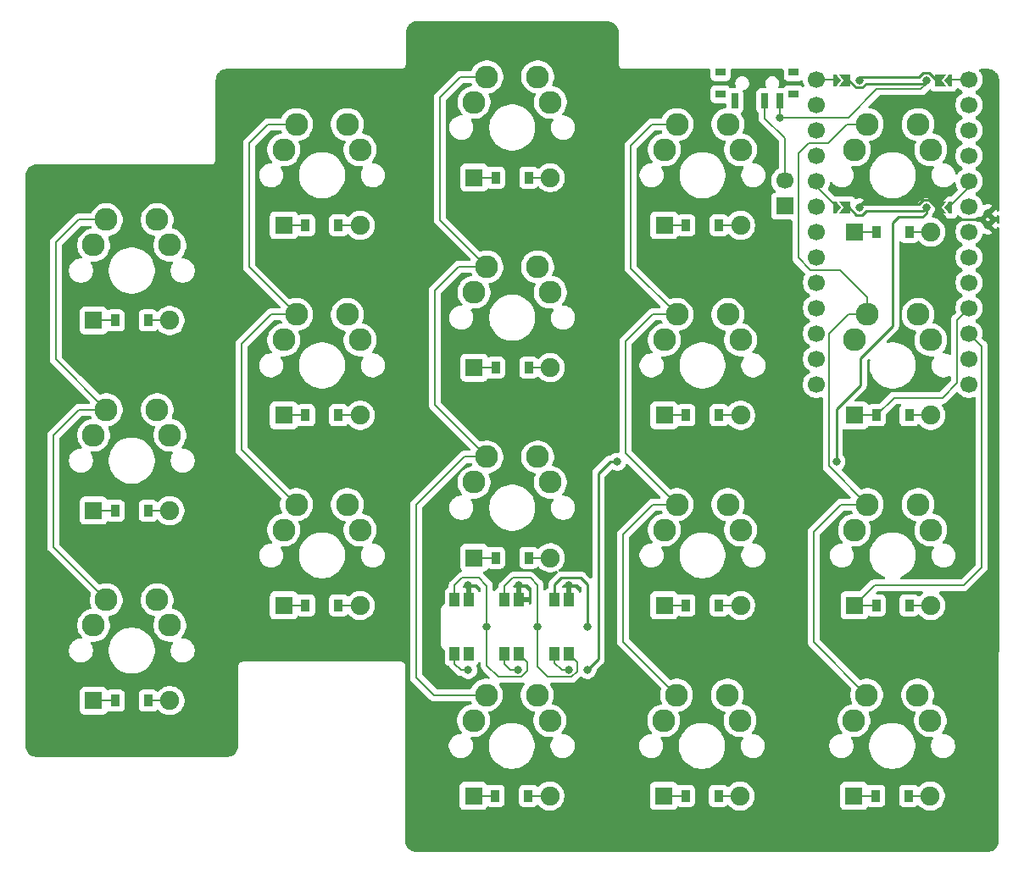
<source format=gbr>
%TF.GenerationSoftware,KiCad,Pcbnew,9.0.4*%
%TF.CreationDate,2025-08-20T23:04:38+02:00*%
%TF.ProjectId,PlusMinus38,506c7573-4d69-46e7-9573-33382e6b6963,v1.0.0*%
%TF.SameCoordinates,Original*%
%TF.FileFunction,Copper,L2,Bot*%
%TF.FilePolarity,Positive*%
%FSLAX46Y46*%
G04 Gerber Fmt 4.6, Leading zero omitted, Abs format (unit mm)*
G04 Created by KiCad (PCBNEW 9.0.4) date 2025-08-20 23:04:38*
%MOMM*%
%LPD*%
G01*
G04 APERTURE LIST*
G04 Aperture macros list*
%AMFreePoly0*
4,1,6,0.250000,0.000000,-0.250000,-0.625000,-0.500000,-0.625000,-0.500000,0.625000,-0.250000,0.625000,0.250000,0.000000,0.250000,0.000000,$1*%
%AMFreePoly1*
4,1,6,0.500000,-0.625000,-0.650000,-0.625000,-0.150000,0.000000,-0.650000,0.625000,0.500000,0.625000,0.500000,-0.625000,0.500000,-0.625000,$1*%
G04 Aperture macros list end*
%TA.AperFunction,ComponentPad*%
%ADD10C,0.800000*%
%TD*%
%TA.AperFunction,SMDPad,CuDef*%
%ADD11R,0.700000X1.500000*%
%TD*%
%TA.AperFunction,SMDPad,CuDef*%
%ADD12R,1.000000X0.800000*%
%TD*%
%TA.AperFunction,ComponentPad*%
%ADD13R,1.778000X1.778000*%
%TD*%
%TA.AperFunction,SMDPad,CuDef*%
%ADD14R,0.900000X1.200000*%
%TD*%
%TA.AperFunction,ComponentPad*%
%ADD15C,1.905000*%
%TD*%
%TA.AperFunction,ComponentPad*%
%ADD16C,1.700000*%
%TD*%
%TA.AperFunction,ComponentPad*%
%ADD17C,2.286000*%
%TD*%
%TA.AperFunction,ComponentPad*%
%ADD18R,1.700000X1.700000*%
%TD*%
%TA.AperFunction,SMDPad,CuDef*%
%ADD19FreePoly0,180.000000*%
%TD*%
%TA.AperFunction,SMDPad,CuDef*%
%ADD20FreePoly1,180.000000*%
%TD*%
%TA.AperFunction,SMDPad,CuDef*%
%ADD21R,1.000000X1.400000*%
%TD*%
%TA.AperFunction,SMDPad,CuDef*%
%ADD22FreePoly1,0.000000*%
%TD*%
%TA.AperFunction,SMDPad,CuDef*%
%ADD23FreePoly0,0.000000*%
%TD*%
%TA.AperFunction,ViaPad*%
%ADD24C,0.800000*%
%TD*%
%TA.AperFunction,Conductor*%
%ADD25C,0.200000*%
%TD*%
%TA.AperFunction,Conductor*%
%ADD26C,0.250000*%
%TD*%
G04 APERTURE END LIST*
D10*
%TO.P,,124*%
%TO.N,B+*%
X114050000Y-46350000D03*
%TD*%
D11*
%TO.P,PWR1,3*%
%TO.N,B+*%
X114054000Y-44696000D03*
%TO.P,PWR1,2*%
%TO.N,PWR+*%
X112554000Y-44696000D03*
%TO.P,PWR1,1*%
%TO.N,N/C*%
X109554000Y-44696000D03*
D12*
%TO.P,PWR1,*%
%TO.N,*%
X115454000Y-41836000D03*
X108154000Y-41836000D03*
X115454000Y-44046000D03*
X108154000Y-44046000D03*
%TD*%
D13*
%TO.P,D9,1*%
%TO.N,R0*%
X83530000Y-52380000D03*
D14*
X85690000Y-52380000D03*
%TO.P,D9,2*%
%TO.N,middle_top*%
X88990000Y-52380000D03*
D15*
X91150000Y-52380000D03*
%TD*%
D10*
%TO.P,,*%
%TO.N,VCC*%
X119725611Y-80779000D03*
%TD*%
D13*
%TO.P,D6,1*%
%TO.N,R0*%
X64530000Y-57142500D03*
D14*
X66690000Y-57142500D03*
%TO.P,D6,2*%
%TO.N,ring_top*%
X69990000Y-57142500D03*
D15*
X72150000Y-57142500D03*
%TD*%
D10*
%TO.P,,*%
%TO.N,LED_0_IN*%
X94850000Y-97286250D03*
%TD*%
D13*
%TO.P,D17,1*%
%TO.N,R3*%
X102480000Y-114192500D03*
D14*
X104640000Y-114192500D03*
%TO.P,D17,2*%
%TO.N,thumb_2_home*%
X107940000Y-114192500D03*
D15*
X110100000Y-114192500D03*
%TD*%
D13*
%TO.P,D13,1*%
%TO.N,R2*%
X121530000Y-95142500D03*
D14*
X123690000Y-95142500D03*
%TO.P,D13,2*%
%TO.N,inner_bottom*%
X126990000Y-95142500D03*
D15*
X129150000Y-95142500D03*
%TD*%
D13*
%TO.P,D18,1*%
%TO.N,R3*%
X121480000Y-114192500D03*
D14*
X123640000Y-114192500D03*
%TO.P,D18,2*%
%TO.N,thumb_3_home*%
X126940000Y-114192500D03*
D15*
X129100000Y-114192500D03*
%TD*%
D13*
%TO.P,D12,1*%
%TO.N,R0*%
X102530000Y-57142500D03*
D14*
X104690000Y-57142500D03*
%TO.P,D12,2*%
%TO.N,index_top*%
X107990000Y-57142500D03*
D15*
X110150000Y-57142500D03*
%TD*%
D10*
%TO.P,,124*%
%TO.N,B+*%
X128680000Y-42642500D03*
%TD*%
D13*
%TO.P,D2,1*%
%TO.N,R1*%
X45530000Y-85667500D03*
D14*
X47690000Y-85667500D03*
%TO.P,D2,2*%
%TO.N,pinky_home*%
X50990000Y-85667500D03*
D15*
X53150000Y-85667500D03*
%TD*%
D16*
%TO.P,MCU1,1*%
%TO.N,N/C*%
X132960000Y-45107500D03*
%TO.P,MCU1,2*%
X132960000Y-47647500D03*
%TO.P,MCU1,3*%
X132960000Y-50187500D03*
%TO.P,MCU1,4*%
%TO.N,V_SEL*%
X132960000Y-52727500D03*
%TO.P,MCU1,5*%
%TO.N,N/C*%
X132960000Y-55267500D03*
%TO.P,MCU1,6*%
X132960000Y-57807500D03*
%TO.P,MCU1,7*%
%TO.N,R0*%
X132960000Y-60347500D03*
%TO.P,MCU1,8*%
%TO.N,C4*%
X132960000Y-62887500D03*
%TO.P,MCU1,9*%
%TO.N,R1*%
X132960000Y-65427500D03*
%TO.P,MCU1,10*%
%TO.N,R2*%
X132960000Y-67967500D03*
%TO.P,MCU1,11*%
%TO.N,LED_0_IN*%
X132960000Y-70507500D03*
%TO.P,MCU1,12*%
%TO.N,R3*%
X132960000Y-73047500D03*
%TO.P,MCU1,13*%
%TO.N,N/C*%
X117720000Y-73047500D03*
%TO.P,MCU1,14*%
X117720000Y-70507500D03*
%TO.P,MCU1,15*%
%TO.N,C3*%
X117720000Y-67967500D03*
%TO.P,MCU1,16*%
%TO.N,C2*%
X117720000Y-65427500D03*
%TO.P,MCU1,17*%
%TO.N,C1*%
X117720000Y-62887500D03*
%TO.P,MCU1,18*%
%TO.N,C0*%
X117720000Y-60347500D03*
%TO.P,MCU1,19*%
%TO.N,N/C*%
X117720000Y-57807500D03*
%TO.P,MCU1,20*%
X117720000Y-55267500D03*
%TO.P,MCU1,21*%
%TO.N,G_SEL*%
X117720000Y-52727500D03*
%TO.P,MCU1,22*%
%TO.N,N/C*%
X117720000Y-50187500D03*
%TO.P,MCU1,23*%
X117720000Y-47647500D03*
%TO.P,MCU1,24*%
X117720000Y-45107500D03*
%TD*%
D10*
%TO.P,,124*%
%TO.N,GND*%
X134850000Y-57150000D03*
%TD*%
%TO.P,,124*%
%TO.N,GND*%
X122000000Y-55367500D03*
%TD*%
D13*
%TO.P,D16,1*%
%TO.N,R3*%
X83480000Y-114192500D03*
D14*
X85640000Y-114192500D03*
%TO.P,D16,2*%
%TO.N,thumb_1_home*%
X88940000Y-114192500D03*
D15*
X91100000Y-114192500D03*
%TD*%
D13*
%TO.P,D7,1*%
%TO.N,R2*%
X83530000Y-90380000D03*
D14*
X85690000Y-90380000D03*
%TO.P,D7,2*%
%TO.N,middle_bottom*%
X88990000Y-90380000D03*
D15*
X91150000Y-90380000D03*
%TD*%
D16*
%TO.P,,1*%
%TO.N,POW+*%
X132960000Y-42567500D03*
%TD*%
D13*
%TO.P,D4,1*%
%TO.N,R2*%
X64530000Y-95142500D03*
D14*
X66690000Y-95142500D03*
%TO.P,D4,2*%
%TO.N,ring_bottom*%
X69990000Y-95142500D03*
D15*
X72150000Y-95142500D03*
%TD*%
D13*
%TO.P,D14,1*%
%TO.N,R1*%
X121530000Y-76142500D03*
D14*
X123690000Y-76142500D03*
%TO.P,D14,2*%
%TO.N,inner_home*%
X126990000Y-76142500D03*
D15*
X129150000Y-76142500D03*
%TD*%
D10*
%TO.P,,*%
%TO.N,VCC*%
X97825611Y-80779000D03*
%TD*%
%TO.P,,124*%
%TO.N,B-*%
X122000000Y-42642500D03*
%TD*%
%TO.P,,*%
%TO.N,LED_0_OUT*%
X89850000Y-97286250D03*
%TD*%
%TO.P,,*%
%TO.N,LED_1_OUT*%
X84800000Y-97250000D03*
%TD*%
%TO.P,,124*%
%TO.N,VCC*%
X128680000Y-55367500D03*
%TD*%
D17*
%TO.P,S15,1*%
%TO.N,C4*%
X127880000Y-47062500D03*
X122800000Y-47062500D03*
%TO.P,S15,2*%
%TO.N,inner_top*%
X129150000Y-49602500D03*
X121530000Y-49602500D03*
%TD*%
D13*
%TO.P,D3,1*%
%TO.N,R0*%
X45530000Y-66667500D03*
D14*
X47690000Y-66667500D03*
%TO.P,D3,2*%
%TO.N,pinky_top*%
X50990000Y-66667500D03*
D15*
X53150000Y-66667500D03*
%TD*%
D13*
%TO.P,D15,1*%
%TO.N,R0*%
X121530000Y-57807500D03*
D14*
X123690000Y-57807500D03*
%TO.P,D15,2*%
%TO.N,inner_top*%
X126990000Y-57807500D03*
D15*
X129150000Y-57807500D03*
%TD*%
D10*
%TO.P,,*%
%TO.N,VCC*%
X94850000Y-101600000D03*
%TD*%
D18*
%TO.P,BAT,1*%
%TO.N,B-*%
X114554000Y-55236000D03*
D16*
%TO.P,BAT,2*%
%TO.N,PWR+*%
X114554000Y-52696000D03*
%TD*%
D13*
%TO.P,D10,1*%
%TO.N,R2*%
X102530000Y-95142500D03*
D14*
X104690000Y-95142500D03*
%TO.P,D10,2*%
%TO.N,index_bottom*%
X107990000Y-95142500D03*
D15*
X110150000Y-95142500D03*
%TD*%
D13*
%TO.P,D11,1*%
%TO.N,R1*%
X102530000Y-76142500D03*
D14*
X104690000Y-76142500D03*
%TO.P,D11,2*%
%TO.N,index_home*%
X107990000Y-76142500D03*
D15*
X110150000Y-76142500D03*
%TD*%
D10*
%TO.P,,124*%
%TO.N,GND*%
X134854000Y-55950000D03*
%TD*%
D16*
%TO.P,,1*%
%TO.N,POW-*%
X117720000Y-42567500D03*
%TD*%
D13*
%TO.P,D1,1*%
%TO.N,R2*%
X45530000Y-104667500D03*
D14*
X47690000Y-104667500D03*
%TO.P,D1,2*%
%TO.N,pinky_bottom*%
X50990000Y-104667500D03*
D15*
X53150000Y-104667500D03*
%TD*%
D13*
%TO.P,D8,1*%
%TO.N,R1*%
X83530000Y-71380000D03*
D14*
X85690000Y-71380000D03*
%TO.P,D8,2*%
%TO.N,middle_home*%
X88990000Y-71380000D03*
D15*
X91150000Y-71380000D03*
%TD*%
D13*
%TO.P,D5,1*%
%TO.N,R1*%
X64530000Y-76142500D03*
D14*
X66690000Y-76142500D03*
%TO.P,D5,2*%
%TO.N,ring_home*%
X69990000Y-76142500D03*
D15*
X72150000Y-76142500D03*
%TD*%
D17*
%TO.P,S4,1*%
%TO.N,C1*%
X65800000Y-85062500D03*
X70880000Y-85062500D03*
%TO.P,S4,2*%
%TO.N,ring_bottom*%
X64530000Y-87602500D03*
X72150000Y-87602500D03*
%TD*%
D19*
%TO.P,,1*%
%TO.N,V_SEL*%
X130780000Y-55367500D03*
%TD*%
D20*
%TO.P,,101*%
%TO.N,GND*%
X130055000Y-55367500D03*
%TD*%
D17*
%TO.P,S17,1*%
%TO.N,C3*%
X103750000Y-104112500D03*
X108830000Y-104112500D03*
%TO.P,S17,2*%
%TO.N,thumb_2_home*%
X102480000Y-106652500D03*
X110100000Y-106652500D03*
%TD*%
D21*
%TO.P,LED1,1*%
%TO.N,VCC*%
X81590000Y-99986250D03*
%TO.P,LED1,2*%
%TO.N,N/C*%
X82990000Y-99986250D03*
%TO.P,LED1,3*%
%TO.N,GND*%
X82990000Y-94586250D03*
%TO.P,LED1,4*%
%TO.N,LED_1_OUT*%
X81590000Y-94586250D03*
%TD*%
D17*
%TO.P,S9,1*%
%TO.N,C2*%
X84800000Y-42300000D03*
X89880000Y-42300000D03*
%TO.P,S9,2*%
%TO.N,middle_top*%
X83530000Y-44840000D03*
X91150000Y-44840000D03*
%TD*%
%TO.P,S2,1*%
%TO.N,C0*%
X46800000Y-75587500D03*
X51880000Y-75587500D03*
%TO.P,S2,2*%
%TO.N,pinky_home*%
X45530000Y-78127500D03*
X53150000Y-78127500D03*
%TD*%
%TO.P,S3,1*%
%TO.N,C0*%
X46800000Y-56587500D03*
X51880000Y-56587500D03*
%TO.P,S3,2*%
%TO.N,pinky_top*%
X45530000Y-59127500D03*
X53150000Y-59127500D03*
%TD*%
%TO.P,S10,1*%
%TO.N,C3*%
X103800000Y-85062500D03*
X108880000Y-85062500D03*
%TO.P,S10,2*%
%TO.N,index_bottom*%
X102530000Y-87602500D03*
X110150000Y-87602500D03*
%TD*%
D22*
%TO.P,,101*%
%TO.N,B+*%
X120625000Y-42642500D03*
%TD*%
D17*
%TO.P,S11,1*%
%TO.N,C3*%
X103800000Y-66062500D03*
X108880000Y-66062500D03*
%TO.P,S11,2*%
%TO.N,index_home*%
X102530000Y-68602500D03*
X110150000Y-68602500D03*
%TD*%
%TO.P,S18,1*%
%TO.N,C4*%
X122750000Y-104112500D03*
X127830000Y-104112500D03*
%TO.P,S18,2*%
%TO.N,thumb_3_home*%
X121480000Y-106652500D03*
X129100000Y-106652500D03*
%TD*%
D21*
%TO.P,LED1,1*%
%TO.N,VCC*%
X86590000Y-99986250D03*
%TO.P,LED1,2*%
%TO.N,LED_1_OUT*%
X87990000Y-99986250D03*
%TO.P,LED1,3*%
%TO.N,GND*%
X87990000Y-94586250D03*
%TO.P,LED1,4*%
%TO.N,LED_0_OUT*%
X86590000Y-94586250D03*
%TD*%
D17*
%TO.P,S8,1*%
%TO.N,C2*%
X84800000Y-61300000D03*
X89880000Y-61300000D03*
%TO.P,S8,2*%
%TO.N,middle_home*%
X83530000Y-63840000D03*
X91150000Y-63840000D03*
%TD*%
%TO.P,S6,1*%
%TO.N,C1*%
X65800000Y-47062500D03*
X70880000Y-47062500D03*
%TO.P,S6,2*%
%TO.N,ring_top*%
X64530000Y-49602500D03*
X72150000Y-49602500D03*
%TD*%
D22*
%TO.P,,101*%
%TO.N,VCC*%
X120625000Y-55367500D03*
%TD*%
D21*
%TO.P,LED1,1*%
%TO.N,VCC*%
X91590000Y-99986250D03*
%TO.P,LED1,2*%
%TO.N,LED_0_OUT*%
X92990000Y-99986250D03*
%TO.P,LED1,3*%
%TO.N,GND*%
X92990000Y-94586250D03*
%TO.P,LED1,4*%
%TO.N,LED_0_IN*%
X91590000Y-94586250D03*
%TD*%
D17*
%TO.P,S1,1*%
%TO.N,C0*%
X46800000Y-94587500D03*
X51880000Y-94587500D03*
%TO.P,S1,2*%
%TO.N,pinky_bottom*%
X45530000Y-97127500D03*
X53150000Y-97127500D03*
%TD*%
D23*
%TO.P,,1*%
%TO.N,G_SEL*%
X119900000Y-55367500D03*
%TD*%
D17*
%TO.P,S12,1*%
%TO.N,C3*%
X103800000Y-47062500D03*
X108880000Y-47062500D03*
%TO.P,S12,2*%
%TO.N,index_top*%
X102530000Y-49602500D03*
X110150000Y-49602500D03*
%TD*%
%TO.P,S7,1*%
%TO.N,C2*%
X84800000Y-80300000D03*
X89880000Y-80300000D03*
%TO.P,S7,2*%
%TO.N,middle_bottom*%
X83530000Y-82840000D03*
X91150000Y-82840000D03*
%TD*%
%TO.P,S16,1*%
%TO.N,C2*%
X84750000Y-104112500D03*
X89830000Y-104112500D03*
%TO.P,S16,2*%
%TO.N,thumb_1_home*%
X83480000Y-106652500D03*
X91100000Y-106652500D03*
%TD*%
D19*
%TO.P,,1*%
%TO.N,POW+*%
X130780000Y-42642500D03*
%TD*%
D20*
%TO.P,,101*%
%TO.N,B-*%
X130055000Y-42642500D03*
%TD*%
D17*
%TO.P,S14,1*%
%TO.N,C4*%
X122800000Y-66062500D03*
X127880000Y-66062500D03*
%TO.P,S14,2*%
%TO.N,inner_home*%
X121530000Y-68602500D03*
X129150000Y-68602500D03*
%TD*%
%TO.P,S5,1*%
%TO.N,C1*%
X65800000Y-66062500D03*
X70880000Y-66062500D03*
%TO.P,S5,2*%
%TO.N,ring_home*%
X64530000Y-68602500D03*
X72150000Y-68602500D03*
%TD*%
D23*
%TO.P,,1*%
%TO.N,POW-*%
X119900000Y-42642500D03*
%TD*%
D17*
%TO.P,S13,1*%
%TO.N,C4*%
X122800000Y-85062500D03*
X127880000Y-85062500D03*
%TO.P,S13,2*%
%TO.N,inner_bottom*%
X121530000Y-87602500D03*
X129150000Y-87602500D03*
%TD*%
D24*
%TO.N,GND*%
X87952958Y-93108750D03*
X92952958Y-93108750D03*
X82952958Y-93108750D03*
%TO.N,VCC*%
X87950000Y-101600000D03*
X92950000Y-101600000D03*
X82950000Y-101600000D03*
%TD*%
D25*
%TO.N,GND*%
X134254000Y-56554000D02*
X134254000Y-56550000D01*
X134850000Y-57150000D02*
X134254000Y-56554000D01*
D26*
X134254000Y-56550000D02*
X134854000Y-55950000D01*
X130607500Y-56550000D02*
X134254000Y-56550000D01*
X130055000Y-55997500D02*
X130607500Y-56550000D01*
X130055000Y-55367500D02*
X130055000Y-55997500D01*
%TO.N,VCC*%
X128680000Y-55920000D02*
X128680000Y-55367500D01*
X128276000Y-56324000D02*
X128680000Y-55920000D01*
X125926000Y-56324000D02*
X128276000Y-56324000D01*
X125350000Y-56900000D02*
X125926000Y-56324000D01*
X125350000Y-67190000D02*
X125350000Y-56900000D01*
X122125611Y-70414389D02*
X125350000Y-67190000D01*
X122125611Y-73116889D02*
X122125611Y-70414389D01*
X119725611Y-75516889D02*
X122125611Y-73116889D01*
X119725611Y-80779000D02*
X119725611Y-75516889D01*
D25*
%TO.N,B+*%
X128680000Y-43020000D02*
X128680000Y-42642500D01*
X123754000Y-43536000D02*
X128164000Y-43536000D01*
X120940000Y-46350000D02*
X123754000Y-43536000D01*
X128164000Y-43536000D02*
X128680000Y-43020000D01*
X114050000Y-46350000D02*
X120940000Y-46350000D01*
X114054000Y-46346000D02*
X114050000Y-46350000D01*
X114054000Y-44696000D02*
X114054000Y-46346000D01*
D26*
X121667500Y-43367500D02*
X120942500Y-42642500D01*
X120942500Y-42642500D02*
X120625000Y-42642500D01*
X122300305Y-43367500D02*
X121667500Y-43367500D01*
X128475000Y-42967500D02*
X122700305Y-42967500D01*
X122700305Y-42967500D02*
X122300305Y-43367500D01*
X128580000Y-42862500D02*
X128475000Y-42967500D01*
D25*
%TO.N,B-*%
X130055000Y-42642500D02*
X129705305Y-42642500D01*
%TO.N,GND*%
X82952958Y-94549208D02*
X82990000Y-94586250D01*
D26*
%TO.N,VCC*%
X128380000Y-55667500D02*
X128680000Y-55367500D01*
X122300305Y-56092500D02*
X122725305Y-55667500D01*
X122725305Y-55667500D02*
X128380000Y-55667500D01*
X121699695Y-56092500D02*
X122300305Y-56092500D01*
X120974695Y-55367500D02*
X121699695Y-56092500D01*
D25*
%TO.N,GND*%
X87952958Y-93108750D02*
X87952958Y-94549208D01*
X82952958Y-93108750D02*
X82952958Y-94549208D01*
X87952958Y-94549208D02*
X87990000Y-94586250D01*
X92952958Y-94549208D02*
X92990000Y-94586250D01*
D26*
%TO.N,VCC*%
X120625000Y-55367500D02*
X120974695Y-55367500D01*
D25*
%TO.N,GND*%
X92952958Y-93108750D02*
X92952958Y-94549208D01*
D26*
%TO.N,VCC*%
X95950000Y-81950000D02*
X95950000Y-100500000D01*
%TO.N,GND*%
X127954695Y-55067500D02*
X122180000Y-55067500D01*
X129712500Y-55367500D02*
X130055000Y-55367500D01*
D25*
%TO.N,VCC*%
X92950000Y-101600000D02*
X92300000Y-101600000D01*
D26*
X97121000Y-80779000D02*
X95950000Y-81950000D01*
%TO.N,GND*%
X129705305Y-55367500D02*
X128980305Y-54642500D01*
X128980305Y-54642500D02*
X128379695Y-54642500D01*
X130055000Y-55367500D02*
X129705305Y-55367500D01*
%TO.N,VCC*%
X97825611Y-80779000D02*
X97121000Y-80779000D01*
D25*
X87150000Y-101600000D02*
X86590000Y-101040000D01*
X82200000Y-101600000D02*
X81590000Y-100990000D01*
X92300000Y-101600000D02*
X91590000Y-100890000D01*
X91590000Y-100890000D02*
X91590000Y-99986250D01*
D26*
X95950000Y-100500000D02*
X94850000Y-101600000D01*
D25*
X81590000Y-100990000D02*
X81590000Y-99986250D01*
X87950000Y-101600000D02*
X87150000Y-101600000D01*
X86590000Y-101040000D02*
X86590000Y-99986250D01*
D26*
%TO.N,GND*%
X128379695Y-54642500D02*
X127954695Y-55067500D01*
X122180000Y-55067500D02*
X122100000Y-55147500D01*
D25*
%TO.N,VCC*%
X82950000Y-101600000D02*
X82200000Y-101600000D01*
%TO.N,C4*%
X118959000Y-68008500D02*
X120905000Y-66062500D01*
X115904000Y-49986000D02*
X116954000Y-48936000D01*
X115904000Y-60386000D02*
X115904000Y-49986000D01*
X116954000Y-48936000D02*
X118904000Y-48936000D01*
X122800000Y-64353389D02*
X120082611Y-61636000D01*
X120193000Y-85062500D02*
X122800000Y-85062500D01*
X120082611Y-61636000D02*
X117154000Y-61636000D01*
X120777500Y-47062500D02*
X122800000Y-47062500D01*
X118904000Y-48936000D02*
X120777500Y-47062500D01*
X120905000Y-66062500D02*
X122800000Y-66062500D01*
X117154000Y-61636000D02*
X115904000Y-60386000D01*
X117450000Y-87805500D02*
X120193000Y-85062500D01*
X122800000Y-85062500D02*
X118959000Y-81221500D01*
X122234000Y-46496500D02*
X122800000Y-47062500D01*
X117450000Y-98812500D02*
X117450000Y-87805500D01*
X122800000Y-66062500D02*
X122800000Y-64353389D01*
X122750000Y-104112500D02*
X117450000Y-98812500D01*
X118959000Y-81221500D02*
X118959000Y-68008500D01*
%TO.N,C3*%
X103750000Y-104112500D02*
X98400000Y-98762500D01*
X98654000Y-68755500D02*
X101347000Y-66062500D01*
X99162000Y-61424500D02*
X99162000Y-49197500D01*
X98400000Y-88059500D02*
X101397000Y-85062500D01*
X103800000Y-66062500D02*
X99162000Y-61424500D01*
X101347000Y-66062500D02*
X103800000Y-66062500D01*
X101297000Y-47062500D02*
X103800000Y-47062500D01*
X99162000Y-49197500D02*
X101297000Y-47062500D01*
X98654000Y-79916500D02*
X98654000Y-68755500D01*
X101397000Y-85062500D02*
X103800000Y-85062500D01*
X103800000Y-85062500D02*
X98654000Y-79916500D01*
X98400000Y-98762500D02*
X98400000Y-88059500D01*
%TO.N,C2*%
X84750000Y-104112500D02*
X79512500Y-104112500D01*
X82535631Y-80300000D02*
X84800000Y-80300000D01*
X80112000Y-56612000D02*
X80112000Y-44371500D01*
X81979500Y-61300000D02*
X84800000Y-61300000D01*
X80112000Y-44371500D02*
X82183500Y-42300000D01*
X79604000Y-63675500D02*
X81979500Y-61300000D01*
X79512500Y-104112500D02*
X77750000Y-102350000D01*
X82183500Y-42300000D02*
X84800000Y-42300000D01*
X84800000Y-80300000D02*
X79604000Y-75104000D01*
X79604000Y-75104000D02*
X79604000Y-63675500D01*
X77750000Y-102350000D02*
X77750000Y-85085631D01*
X84800000Y-61300000D02*
X80112000Y-56612000D01*
X77750000Y-85085631D02*
X82535631Y-80300000D01*
%TO.N,C1*%
X60300000Y-79562500D02*
X60300000Y-69009500D01*
X65800000Y-66062500D02*
X61062000Y-61324500D01*
X62943000Y-47062500D02*
X65800000Y-47062500D01*
X61062000Y-48943500D02*
X62943000Y-47062500D01*
X63247000Y-66062500D02*
X65800000Y-66062500D01*
X61062000Y-61324500D02*
X61062000Y-48943500D01*
X65800000Y-85062500D02*
X60300000Y-79562500D01*
X60300000Y-69009500D02*
X63247000Y-66062500D01*
%TO.N,C0*%
X41504000Y-89291500D02*
X41504000Y-78153500D01*
X41758000Y-70545500D02*
X41758000Y-58849500D01*
X44020000Y-56587500D02*
X46800000Y-56587500D01*
X41758000Y-58849500D02*
X44020000Y-56587500D01*
X41504000Y-78153500D02*
X44070000Y-75587500D01*
X44070000Y-75587500D02*
X46800000Y-75587500D01*
X46800000Y-94587500D02*
X41504000Y-89291500D01*
X46800000Y-75587500D02*
X41758000Y-70545500D01*
%TO.N,R0*%
X64530000Y-57142500D02*
X66690000Y-57142500D01*
X45530000Y-66667500D02*
X47690000Y-66667500D01*
X121530000Y-57807500D02*
X123690000Y-57807500D01*
X83530000Y-52380000D02*
X85690000Y-52380000D01*
X102530000Y-57142500D02*
X104690000Y-57142500D01*
%TO.N,R1*%
X45530000Y-85667500D02*
X47690000Y-85667500D01*
X130302400Y-74394300D02*
X131775600Y-72921100D01*
X64530000Y-76142500D02*
X66690000Y-76142500D01*
X123735527Y-76142500D02*
X125483727Y-74394300D01*
X125483727Y-74394300D02*
X130302400Y-74394300D01*
X102530000Y-76142500D02*
X104690000Y-76142500D01*
X131775600Y-66611900D02*
X132960000Y-65427500D01*
X121530000Y-76142500D02*
X123690000Y-76142500D01*
X121530000Y-76142500D02*
X123735527Y-76142500D01*
X83530000Y-71380000D02*
X85690000Y-71380000D01*
X131775600Y-72921100D02*
X131775600Y-66611900D01*
%TO.N,R3*%
X83480000Y-114192500D02*
X85640000Y-114192500D01*
X121480000Y-114192500D02*
X123640000Y-114192500D01*
X102480000Y-114192500D02*
X104640000Y-114192500D01*
%TO.N,R2*%
X121530000Y-95142500D02*
X123690000Y-95142500D01*
X123533000Y-93139500D02*
X132411000Y-93139500D01*
X134225611Y-91324889D02*
X134225611Y-69233111D01*
X45530000Y-104667500D02*
X47690000Y-104667500D01*
X132411000Y-93139500D02*
X134225611Y-91324889D01*
X64530000Y-95142500D02*
X66690000Y-95142500D01*
X134225611Y-69233111D02*
X132960000Y-67967500D01*
X102530000Y-95142500D02*
X104690000Y-95142500D01*
X121530000Y-95142500D02*
X123533000Y-93139500D01*
X83530000Y-90380000D02*
X85690000Y-90380000D01*
%TO.N,pinky_bottom*%
X50990000Y-104667500D02*
X53150000Y-104667500D01*
%TO.N,pinky_home*%
X50990000Y-85667500D02*
X53150000Y-85667500D01*
%TO.N,pinky_top*%
X50990000Y-66667500D02*
X53150000Y-66667500D01*
%TO.N,ring_bottom*%
X69990000Y-95142500D02*
X72150000Y-95142500D01*
%TO.N,ring_home*%
X69990000Y-76142500D02*
X72150000Y-76142500D01*
%TO.N,ring_top*%
X69990000Y-57142500D02*
X72150000Y-57142500D01*
%TO.N,middle_bottom*%
X88990000Y-90380000D02*
X91150000Y-90380000D01*
%TO.N,middle_home*%
X88990000Y-71380000D02*
X91150000Y-71380000D01*
%TO.N,middle_top*%
X88990000Y-52380000D02*
X91150000Y-52380000D01*
%TO.N,index_bottom*%
X107990000Y-95142500D02*
X110150000Y-95142500D01*
%TO.N,index_home*%
X107990000Y-76142500D02*
X110150000Y-76142500D01*
%TO.N,index_top*%
X107990000Y-57142500D02*
X110150000Y-57142500D01*
%TO.N,inner_bottom*%
X126990000Y-95142500D02*
X129150000Y-95142500D01*
%TO.N,inner_home*%
X126990000Y-76142500D02*
X129150000Y-76142500D01*
%TO.N,inner_top*%
X126990000Y-57807500D02*
X129150000Y-57807500D01*
%TO.N,thumb_1_home*%
X88940000Y-114192500D02*
X91100000Y-114192500D01*
%TO.N,thumb_2_home*%
X107940000Y-114192500D02*
X110100000Y-114192500D01*
%TO.N,thumb_3_home*%
X126940000Y-114192500D02*
X129100000Y-114192500D01*
D26*
%TO.N,B-*%
X129705305Y-42642500D02*
X128980305Y-41917500D01*
X128379695Y-41917500D02*
X127929695Y-42367500D01*
X122155000Y-42367500D02*
X122100000Y-42422500D01*
X128980305Y-41917500D02*
X128379695Y-41917500D01*
X127929695Y-42367500D02*
X122155000Y-42367500D01*
D25*
%TO.N,POW-*%
X119825000Y-42567500D02*
X119900000Y-42642500D01*
X117720000Y-42567500D02*
X119825000Y-42567500D01*
%TO.N,POW+*%
X132960000Y-42567500D02*
X130855000Y-42567500D01*
X130855000Y-42567500D02*
X130780000Y-42642500D01*
%TO.N,G_SEL*%
X117720000Y-52727500D02*
X117720000Y-53273389D01*
X117720000Y-53273389D02*
X119814111Y-55367500D01*
X119814111Y-55367500D02*
X119900000Y-55367500D01*
%TO.N,V_SEL*%
X132960000Y-53344611D02*
X131011000Y-55293611D01*
X131011000Y-55293611D02*
X131011000Y-55367500D01*
X132960000Y-52727500D02*
X132960000Y-53344611D01*
%TO.N,PWR+*%
X114554000Y-48436000D02*
X114554000Y-52696000D01*
X112554000Y-46436000D02*
X114554000Y-48436000D01*
X112554000Y-44696000D02*
X112554000Y-46436000D01*
%TO.N,LED_1_OUT*%
X87990000Y-99986250D02*
X88850000Y-100846250D01*
X84800000Y-101150000D02*
X84800000Y-97250000D01*
X85951000Y-102301000D02*
X84800000Y-101150000D01*
X82342250Y-92407750D02*
X81590000Y-93160000D01*
X84007750Y-92407750D02*
X82342250Y-92407750D01*
X88240364Y-102301000D02*
X85951000Y-102301000D01*
X88850000Y-101691364D02*
X88240364Y-102301000D01*
X84800000Y-97250000D02*
X84800000Y-93200000D01*
X84800000Y-93200000D02*
X84007750Y-92407750D01*
X88850000Y-100846250D02*
X88850000Y-101691364D01*
X81590000Y-93160000D02*
X81590000Y-94586250D01*
%TO.N,LED_0_OUT*%
X93800000Y-100796250D02*
X93800000Y-101741364D01*
X86590000Y-93210000D02*
X86590000Y-94586250D01*
X92990000Y-99986250D02*
X93800000Y-100796250D01*
X89157750Y-92407750D02*
X87392250Y-92407750D01*
X87392250Y-92407750D02*
X86590000Y-93210000D01*
X89850000Y-97286250D02*
X89850000Y-93100000D01*
X89850000Y-93100000D02*
X89157750Y-92407750D01*
X93240364Y-102301000D02*
X90901000Y-102301000D01*
X93800000Y-101741364D02*
X93240364Y-102301000D01*
X89850000Y-97286250D02*
X89850000Y-101250000D01*
X90901000Y-102301000D02*
X89850000Y-101250000D01*
D26*
%TO.N,LED_0_IN*%
X94182750Y-92382750D02*
X92267250Y-92382750D01*
X91590000Y-93060000D02*
X91590000Y-94586250D01*
X92267250Y-92382750D02*
X91590000Y-93060000D01*
X94850000Y-93050000D02*
X94182750Y-92382750D01*
X94850000Y-97286250D02*
X94850000Y-93050000D01*
D25*
X91600000Y-94576250D02*
X91590000Y-94586250D01*
%TD*%
%TA.AperFunction,Conductor*%
%TO.N,GND*%
G36*
X88924692Y-93027935D02*
G01*
X88945334Y-93044569D01*
X89213181Y-93312416D01*
X89246666Y-93373739D01*
X89249500Y-93400097D01*
X89249500Y-94929972D01*
X89247788Y-94935799D01*
X89248938Y-94941763D01*
X89238059Y-94968933D01*
X89229815Y-94997011D01*
X89225225Y-95000987D01*
X89222968Y-95006627D01*
X89199123Y-95023605D01*
X89177011Y-95042766D01*
X89171000Y-95043630D01*
X89166053Y-95047153D01*
X89136820Y-95048544D01*
X89107853Y-95052710D01*
X89100777Y-95050260D01*
X89096262Y-95050476D01*
X89063497Y-95037357D01*
X89051997Y-95030717D01*
X89003783Y-94980149D01*
X88990000Y-94923332D01*
X88990000Y-94836250D01*
X88114000Y-94836250D01*
X88046961Y-94816565D01*
X88001206Y-94763761D01*
X87990000Y-94712250D01*
X87990000Y-94586250D01*
X87864000Y-94586250D01*
X87796961Y-94566565D01*
X87751206Y-94513761D01*
X87740000Y-94462250D01*
X87740000Y-94336250D01*
X88240000Y-94336250D01*
X88990000Y-94336250D01*
X88990000Y-93838422D01*
X88989999Y-93838405D01*
X88983598Y-93778877D01*
X88983596Y-93778870D01*
X88933354Y-93644163D01*
X88933350Y-93644156D01*
X88847190Y-93529062D01*
X88847187Y-93529059D01*
X88732093Y-93442899D01*
X88732086Y-93442895D01*
X88597379Y-93392653D01*
X88597372Y-93392651D01*
X88537844Y-93386250D01*
X88240000Y-93386250D01*
X88240000Y-94336250D01*
X87740000Y-94336250D01*
X87740000Y-93386250D01*
X87562347Y-93386250D01*
X87541101Y-93380011D01*
X87519013Y-93378432D01*
X87508229Y-93370359D01*
X87495308Y-93366565D01*
X87480808Y-93349831D01*
X87463080Y-93336560D01*
X87458372Y-93323939D01*
X87449553Y-93313761D01*
X87446401Y-93291843D01*
X87438663Y-93271096D01*
X87441525Y-93257935D01*
X87439609Y-93244603D01*
X87448808Y-93224459D01*
X87453515Y-93202823D01*
X87466783Y-93185097D01*
X87468634Y-93181047D01*
X87474666Y-93174569D01*
X87604666Y-93044569D01*
X87665989Y-93011084D01*
X87692347Y-93008250D01*
X88857653Y-93008250D01*
X88924692Y-93027935D01*
G37*
%TD.AperFunction*%
%TA.AperFunction,Conductor*%
G36*
X83774692Y-93027935D02*
G01*
X83795334Y-93044569D01*
X84163181Y-93412416D01*
X84196666Y-93473739D01*
X84199500Y-93500097D01*
X84199500Y-93670442D01*
X84179815Y-93737481D01*
X84127011Y-93783236D01*
X84057853Y-93793180D01*
X83994297Y-93764155D01*
X83959318Y-93713775D01*
X83933354Y-93644163D01*
X83933350Y-93644156D01*
X83847190Y-93529062D01*
X83847187Y-93529059D01*
X83732093Y-93442899D01*
X83732086Y-93442895D01*
X83597379Y-93392653D01*
X83597372Y-93392651D01*
X83537844Y-93386250D01*
X83240000Y-93386250D01*
X83240000Y-94462250D01*
X83220315Y-94529289D01*
X83167511Y-94575044D01*
X83116000Y-94586250D01*
X82864000Y-94586250D01*
X82796961Y-94566565D01*
X82751206Y-94513761D01*
X82740000Y-94462250D01*
X82740000Y-93386250D01*
X82512347Y-93386250D01*
X82491101Y-93380011D01*
X82469013Y-93378432D01*
X82458229Y-93370359D01*
X82445308Y-93366565D01*
X82430808Y-93349831D01*
X82413080Y-93336560D01*
X82408372Y-93323939D01*
X82399553Y-93313761D01*
X82396401Y-93291843D01*
X82388663Y-93271096D01*
X82391525Y-93257935D01*
X82389609Y-93244603D01*
X82398808Y-93224459D01*
X82403515Y-93202823D01*
X82416783Y-93185097D01*
X82418634Y-93181047D01*
X82424666Y-93174569D01*
X82554666Y-93044569D01*
X82615989Y-93011084D01*
X82642347Y-93008250D01*
X83707653Y-93008250D01*
X83774692Y-93027935D01*
G37*
%TD.AperFunction*%
%TA.AperFunction,Conductor*%
G36*
X93939337Y-93027935D02*
G01*
X93959979Y-93044569D01*
X94188181Y-93272771D01*
X94221666Y-93334094D01*
X94224500Y-93360452D01*
X94224500Y-93737470D01*
X94204815Y-93804509D01*
X94152011Y-93850264D01*
X94082853Y-93860208D01*
X94019297Y-93831183D01*
X93984318Y-93780803D01*
X93933354Y-93644163D01*
X93933350Y-93644156D01*
X93847190Y-93529062D01*
X93847187Y-93529059D01*
X93732093Y-93442899D01*
X93732086Y-93442895D01*
X93597379Y-93392653D01*
X93597372Y-93392651D01*
X93537844Y-93386250D01*
X93240000Y-93386250D01*
X93240000Y-94462250D01*
X93220315Y-94529289D01*
X93167511Y-94575044D01*
X93116000Y-94586250D01*
X92864000Y-94586250D01*
X92796961Y-94566565D01*
X92751206Y-94513761D01*
X92740000Y-94462250D01*
X92740000Y-93386250D01*
X92447702Y-93386250D01*
X92426456Y-93380011D01*
X92404368Y-93378432D01*
X92393584Y-93370359D01*
X92380663Y-93366565D01*
X92366163Y-93349831D01*
X92348435Y-93336560D01*
X92343727Y-93323939D01*
X92334908Y-93313761D01*
X92331756Y-93291843D01*
X92324018Y-93271096D01*
X92326880Y-93257935D01*
X92324964Y-93244603D01*
X92334163Y-93224459D01*
X92338870Y-93202823D01*
X92352138Y-93185097D01*
X92353989Y-93181047D01*
X92360021Y-93174569D01*
X92490021Y-93044569D01*
X92551344Y-93011084D01*
X92577702Y-93008250D01*
X93872298Y-93008250D01*
X93939337Y-93027935D01*
G37*
%TD.AperFunction*%
%TA.AperFunction,Conductor*%
G36*
X96870394Y-36755971D02*
G01*
X97045116Y-36771258D01*
X97066401Y-36775011D01*
X97124499Y-36790578D01*
X97230577Y-36819001D01*
X97250878Y-36826390D01*
X97404920Y-36898221D01*
X97423636Y-36909027D01*
X97562858Y-37006511D01*
X97579416Y-37020405D01*
X97699594Y-37140583D01*
X97713488Y-37157141D01*
X97810972Y-37296363D01*
X97821779Y-37315081D01*
X97893606Y-37469114D01*
X97900999Y-37489426D01*
X97944988Y-37653598D01*
X97948741Y-37674883D01*
X97964028Y-37849604D01*
X97964500Y-37860412D01*
X97964500Y-41083391D01*
X97998608Y-41210687D01*
X98031554Y-41267750D01*
X98064500Y-41324814D01*
X98157686Y-41418000D01*
X98271814Y-41483892D01*
X98399108Y-41518000D01*
X107029500Y-41518000D01*
X107096539Y-41537685D01*
X107142294Y-41590489D01*
X107153500Y-41642000D01*
X107153500Y-42283870D01*
X107153501Y-42283876D01*
X107159908Y-42343483D01*
X107210202Y-42478328D01*
X107210206Y-42478335D01*
X107296452Y-42593544D01*
X107296455Y-42593547D01*
X107411664Y-42679793D01*
X107411671Y-42679797D01*
X107546517Y-42730091D01*
X107546516Y-42730091D01*
X107553444Y-42730835D01*
X107606127Y-42736500D01*
X108701872Y-42736499D01*
X108761483Y-42730091D01*
X108896331Y-42679796D01*
X109011546Y-42593546D01*
X109097796Y-42478331D01*
X109148091Y-42343483D01*
X109154500Y-42283873D01*
X109154499Y-41641999D01*
X109174183Y-41574961D01*
X109226987Y-41529206D01*
X109278499Y-41518000D01*
X114329500Y-41518000D01*
X114396539Y-41537685D01*
X114442294Y-41590489D01*
X114453500Y-41642000D01*
X114453500Y-42283870D01*
X114453501Y-42283876D01*
X114459908Y-42343483D01*
X114510202Y-42478328D01*
X114510206Y-42478335D01*
X114596452Y-42593544D01*
X114596455Y-42593547D01*
X114711664Y-42679793D01*
X114711671Y-42679797D01*
X114846517Y-42730091D01*
X114846516Y-42730091D01*
X114853444Y-42730835D01*
X114906127Y-42736500D01*
X116001872Y-42736499D01*
X116061483Y-42730091D01*
X116196331Y-42679796D01*
X116196333Y-42679794D01*
X116202205Y-42676589D01*
X116270477Y-42661735D01*
X116335942Y-42686150D01*
X116377815Y-42742082D01*
X116384108Y-42766021D01*
X116400103Y-42867007D01*
X116402754Y-42883743D01*
X116442151Y-43004995D01*
X116468444Y-43085914D01*
X116489938Y-43128098D01*
X116502834Y-43196767D01*
X116476558Y-43261507D01*
X116419452Y-43301765D01*
X116349646Y-43304757D01*
X116305142Y-43283660D01*
X116291490Y-43273440D01*
X116196331Y-43202204D01*
X116196329Y-43202203D01*
X116196328Y-43202202D01*
X116061482Y-43151908D01*
X116061483Y-43151908D01*
X116001883Y-43145501D01*
X116001881Y-43145500D01*
X116001873Y-43145500D01*
X116001864Y-43145500D01*
X114906129Y-43145500D01*
X114906123Y-43145501D01*
X114846516Y-43151908D01*
X114711671Y-43202202D01*
X114711664Y-43202206D01*
X114596456Y-43288452D01*
X114596455Y-43288453D01*
X114596454Y-43288454D01*
X114516087Y-43395811D01*
X114460153Y-43437682D01*
X114416820Y-43445500D01*
X114036680Y-43445500D01*
X113969641Y-43425815D01*
X113923886Y-43373011D01*
X113913942Y-43303853D01*
X113923738Y-43273976D01*
X113922444Y-43273440D01*
X113975437Y-43145501D01*
X113977580Y-43140328D01*
X113993082Y-43062396D01*
X114004500Y-43004995D01*
X114004500Y-42867004D01*
X113977581Y-42731677D01*
X113977580Y-42731676D01*
X113977580Y-42731672D01*
X113958724Y-42686150D01*
X113924778Y-42604195D01*
X113924771Y-42604182D01*
X113848114Y-42489458D01*
X113848111Y-42489454D01*
X113750545Y-42391888D01*
X113750541Y-42391885D01*
X113635817Y-42315228D01*
X113635804Y-42315221D01*
X113508332Y-42262421D01*
X113508322Y-42262418D01*
X113372995Y-42235500D01*
X113372993Y-42235500D01*
X113235007Y-42235500D01*
X113235005Y-42235500D01*
X113099677Y-42262418D01*
X113099667Y-42262421D01*
X112972195Y-42315221D01*
X112972182Y-42315228D01*
X112857458Y-42391885D01*
X112857454Y-42391888D01*
X112759888Y-42489454D01*
X112759885Y-42489458D01*
X112683228Y-42604182D01*
X112683221Y-42604195D01*
X112630421Y-42731667D01*
X112630418Y-42731677D01*
X112603500Y-42867004D01*
X112603500Y-42867007D01*
X112603500Y-43004993D01*
X112603500Y-43004995D01*
X112603499Y-43004995D01*
X112630418Y-43140322D01*
X112630421Y-43140332D01*
X112685556Y-43273440D01*
X112683057Y-43274475D01*
X112694920Y-43331447D01*
X112669922Y-43396691D01*
X112613617Y-43438063D01*
X112571320Y-43445500D01*
X112156129Y-43445500D01*
X112156123Y-43445501D01*
X112096516Y-43451908D01*
X111961671Y-43502202D01*
X111961664Y-43502206D01*
X111846455Y-43588452D01*
X111846452Y-43588455D01*
X111760206Y-43703664D01*
X111760202Y-43703671D01*
X111709908Y-43838517D01*
X111703501Y-43898116D01*
X111703500Y-43898127D01*
X111703500Y-45493870D01*
X111703501Y-45493876D01*
X111709908Y-45553483D01*
X111760202Y-45688328D01*
X111760203Y-45688329D01*
X111760204Y-45688331D01*
X111838873Y-45793419D01*
X111846452Y-45803543D01*
X111846455Y-45803547D01*
X111903810Y-45846482D01*
X111945682Y-45902415D01*
X111953500Y-45945749D01*
X111953500Y-46349330D01*
X111953499Y-46349348D01*
X111953499Y-46515054D01*
X111953498Y-46515054D01*
X111994423Y-46667786D01*
X112009432Y-46693780D01*
X112009433Y-46693785D01*
X112009435Y-46693785D01*
X112052114Y-46767708D01*
X112073479Y-46804714D01*
X112073481Y-46804717D01*
X112192349Y-46923585D01*
X112192355Y-46923590D01*
X113917181Y-48648416D01*
X113950666Y-48709739D01*
X113953500Y-48736097D01*
X113953500Y-51410281D01*
X113933815Y-51477320D01*
X113885795Y-51520765D01*
X113846185Y-51540947D01*
X113846184Y-51540948D01*
X113674213Y-51665890D01*
X113523890Y-51816213D01*
X113398951Y-51988179D01*
X113302444Y-52177585D01*
X113236753Y-52379760D01*
X113203500Y-52589713D01*
X113203500Y-52802286D01*
X113224956Y-52937758D01*
X113236754Y-53012243D01*
X113241833Y-53027876D01*
X113302444Y-53214414D01*
X113398951Y-53403820D01*
X113523890Y-53575786D01*
X113637430Y-53689326D01*
X113670915Y-53750649D01*
X113665931Y-53820341D01*
X113624059Y-53876274D01*
X113593083Y-53893189D01*
X113461669Y-53942203D01*
X113461664Y-53942206D01*
X113346455Y-54028452D01*
X113346452Y-54028455D01*
X113260206Y-54143664D01*
X113260202Y-54143671D01*
X113209908Y-54278517D01*
X113203501Y-54338116D01*
X113203500Y-54338135D01*
X113203500Y-56133870D01*
X113203501Y-56133876D01*
X113209908Y-56193483D01*
X113260202Y-56328328D01*
X113260206Y-56328335D01*
X113346452Y-56443544D01*
X113346455Y-56443547D01*
X113461664Y-56529793D01*
X113461671Y-56529797D01*
X113596517Y-56580091D01*
X113596516Y-56580091D01*
X113603444Y-56580835D01*
X113656127Y-56586500D01*
X115179500Y-56586499D01*
X115246539Y-56606184D01*
X115292294Y-56658987D01*
X115303500Y-56710499D01*
X115303500Y-60299330D01*
X115303499Y-60299348D01*
X115303499Y-60465054D01*
X115303498Y-60465054D01*
X115325323Y-60546507D01*
X115344423Y-60617785D01*
X115360114Y-60644962D01*
X115423479Y-60754714D01*
X115423481Y-60754717D01*
X115542349Y-60873585D01*
X115542355Y-60873590D01*
X116609360Y-61940595D01*
X116642845Y-62001918D01*
X116637861Y-62071610D01*
X116621998Y-62101160D01*
X116564950Y-62179681D01*
X116468444Y-62369085D01*
X116402753Y-62571260D01*
X116369500Y-62781213D01*
X116369500Y-62993786D01*
X116401365Y-63194978D01*
X116402754Y-63203743D01*
X116466788Y-63400819D01*
X116468444Y-63405914D01*
X116564951Y-63595320D01*
X116689890Y-63767286D01*
X116840213Y-63917609D01*
X117012182Y-64042550D01*
X117020946Y-64047016D01*
X117071742Y-64094991D01*
X117088536Y-64162812D01*
X117065998Y-64228947D01*
X117020946Y-64267984D01*
X117012182Y-64272449D01*
X116840213Y-64397390D01*
X116689890Y-64547713D01*
X116564951Y-64719679D01*
X116468444Y-64909085D01*
X116402753Y-65111260D01*
X116378015Y-65267453D01*
X116369500Y-65321213D01*
X116369500Y-65533787D01*
X116374761Y-65567001D01*
X116400676Y-65730627D01*
X116402754Y-65743743D01*
X116463348Y-65930232D01*
X116468444Y-65945914D01*
X116564951Y-66135320D01*
X116689890Y-66307286D01*
X116840213Y-66457609D01*
X117012182Y-66582550D01*
X117020946Y-66587016D01*
X117071742Y-66634991D01*
X117088536Y-66702812D01*
X117065998Y-66768947D01*
X117020946Y-66807984D01*
X117012182Y-66812449D01*
X116840213Y-66937390D01*
X116689890Y-67087713D01*
X116564951Y-67259679D01*
X116468444Y-67449085D01*
X116402753Y-67651260D01*
X116369729Y-67859767D01*
X116369500Y-67861213D01*
X116369500Y-68073787D01*
X116376899Y-68120500D01*
X116402753Y-68283739D01*
X116402753Y-68283741D01*
X116402754Y-68283743D01*
X116467142Y-68481909D01*
X116468444Y-68485914D01*
X116564951Y-68675320D01*
X116689890Y-68847286D01*
X116840213Y-68997609D01*
X117012182Y-69122550D01*
X117020946Y-69127016D01*
X117071742Y-69174991D01*
X117088536Y-69242812D01*
X117065998Y-69308947D01*
X117020946Y-69347984D01*
X117012182Y-69352449D01*
X116840213Y-69477390D01*
X116689890Y-69627713D01*
X116564951Y-69799679D01*
X116468444Y-69989085D01*
X116402753Y-70191260D01*
X116376283Y-70358387D01*
X116369500Y-70401213D01*
X116369500Y-70613787D01*
X116371205Y-70624554D01*
X116402516Y-70822244D01*
X116402754Y-70823743D01*
X116462316Y-71007056D01*
X116468444Y-71025914D01*
X116564951Y-71215320D01*
X116689890Y-71387286D01*
X116840213Y-71537609D01*
X117012182Y-71662550D01*
X117020946Y-71667016D01*
X117071742Y-71714991D01*
X117088536Y-71782812D01*
X117065998Y-71848947D01*
X117020946Y-71887984D01*
X117012182Y-71892449D01*
X116840213Y-72017390D01*
X116689890Y-72167713D01*
X116564951Y-72339679D01*
X116468444Y-72529085D01*
X116402753Y-72731260D01*
X116369500Y-72941213D01*
X116369500Y-73153786D01*
X116396710Y-73325587D01*
X116402754Y-73363743D01*
X116452102Y-73515621D01*
X116468444Y-73565914D01*
X116564951Y-73755320D01*
X116689890Y-73927286D01*
X116840213Y-74077609D01*
X117012179Y-74202548D01*
X117012181Y-74202549D01*
X117012184Y-74202551D01*
X117201588Y-74299057D01*
X117403757Y-74364746D01*
X117613713Y-74398000D01*
X117613714Y-74398000D01*
X117826286Y-74398000D01*
X117826287Y-74398000D01*
X118036243Y-74364746D01*
X118196183Y-74312777D01*
X118266023Y-74310783D01*
X118325856Y-74346863D01*
X118356684Y-74409564D01*
X118358500Y-74430709D01*
X118358500Y-81134830D01*
X118358499Y-81134848D01*
X118358499Y-81300554D01*
X118358498Y-81300554D01*
X118362881Y-81316910D01*
X118399423Y-81453285D01*
X118426575Y-81500313D01*
X118428358Y-81503400D01*
X118428359Y-81503404D01*
X118428360Y-81503404D01*
X118476281Y-81586408D01*
X118478479Y-81590214D01*
X118478481Y-81590217D01*
X118597349Y-81709085D01*
X118597355Y-81709090D01*
X121138584Y-84250319D01*
X121172069Y-84311642D01*
X121167085Y-84381334D01*
X121125213Y-84437267D01*
X121059749Y-84461684D01*
X121050903Y-84462000D01*
X120279670Y-84462000D01*
X120279654Y-84461999D01*
X120272058Y-84461999D01*
X120113943Y-84461999D01*
X119961215Y-84502923D01*
X119961213Y-84502923D01*
X119961213Y-84502924D01*
X119915813Y-84529136D01*
X119839130Y-84573409D01*
X119824281Y-84581982D01*
X116969481Y-87436782D01*
X116969479Y-87436785D01*
X116963186Y-87447685D01*
X116933027Y-87499923D01*
X116890423Y-87573715D01*
X116849499Y-87726443D01*
X116849499Y-87726445D01*
X116849499Y-87894546D01*
X116849500Y-87894559D01*
X116849500Y-98725830D01*
X116849499Y-98725848D01*
X116849499Y-98891554D01*
X116849498Y-98891554D01*
X116890423Y-99044285D01*
X116919358Y-99094400D01*
X116919359Y-99094404D01*
X116919360Y-99094404D01*
X116952694Y-99152142D01*
X116969479Y-99181214D01*
X116969481Y-99181217D01*
X117088349Y-99300085D01*
X117088355Y-99300090D01*
X121183715Y-103395450D01*
X121217200Y-103456773D01*
X121213965Y-103521449D01*
X121146967Y-103727648D01*
X121146967Y-103727649D01*
X121106500Y-103983148D01*
X121106500Y-104241851D01*
X121144412Y-104481216D01*
X121146968Y-104497354D01*
X121223432Y-104732685D01*
X121226910Y-104743387D01*
X121283897Y-104855231D01*
X121296793Y-104923901D01*
X121270516Y-104988641D01*
X121213410Y-105028898D01*
X121192810Y-105033999D01*
X121095149Y-105049467D01*
X120849112Y-105129410D01*
X120618617Y-105246853D01*
X120409329Y-105398910D01*
X120226410Y-105581829D01*
X120074353Y-105791117D01*
X119956910Y-106021612D01*
X119876967Y-106267649D01*
X119836500Y-106523148D01*
X119836500Y-106781851D01*
X119876967Y-107037350D01*
X119876968Y-107037354D01*
X119956909Y-107283385D01*
X120074353Y-107513882D01*
X120226408Y-107723168D01*
X120226410Y-107723170D01*
X120283559Y-107780319D01*
X120317044Y-107841642D01*
X120312060Y-107911334D01*
X120270188Y-107967267D01*
X120204724Y-107991684D01*
X120195878Y-107992000D01*
X120115514Y-107992000D01*
X119928881Y-108021559D01*
X119749163Y-108079954D01*
X119580800Y-108165740D01*
X119493579Y-108229110D01*
X119427927Y-108276810D01*
X119427925Y-108276812D01*
X119427924Y-108276812D01*
X119294312Y-108410424D01*
X119294312Y-108410425D01*
X119294310Y-108410427D01*
X119289361Y-108417239D01*
X119183240Y-108563300D01*
X119097454Y-108731663D01*
X119039059Y-108911381D01*
X119009500Y-109098013D01*
X119009500Y-109286986D01*
X119039059Y-109473618D01*
X119097454Y-109653336D01*
X119147286Y-109751136D01*
X119183240Y-109821699D01*
X119294310Y-109974573D01*
X119427927Y-110108190D01*
X119580801Y-110219260D01*
X119593425Y-110225692D01*
X119749163Y-110305045D01*
X119749165Y-110305045D01*
X119749168Y-110305047D01*
X119845497Y-110336346D01*
X119928881Y-110363440D01*
X120115514Y-110393000D01*
X120115519Y-110393000D01*
X120304486Y-110393000D01*
X120491118Y-110363440D01*
X120495614Y-110361979D01*
X120670832Y-110305047D01*
X120839199Y-110219260D01*
X120992073Y-110108190D01*
X121125690Y-109974573D01*
X121236760Y-109821699D01*
X121322547Y-109653332D01*
X121380940Y-109473618D01*
X121396937Y-109372616D01*
X121410500Y-109286986D01*
X121410500Y-109098013D01*
X121404013Y-109057056D01*
X121401584Y-109041723D01*
X122989500Y-109041723D01*
X122989500Y-109343276D01*
X122989501Y-109343293D01*
X123028861Y-109642266D01*
X123106913Y-109933560D01*
X123222314Y-110212161D01*
X123222318Y-110212171D01*
X123373099Y-110473331D01*
X123556679Y-110712578D01*
X123556685Y-110712585D01*
X123769914Y-110925814D01*
X123769921Y-110925820D01*
X124009168Y-111109400D01*
X124270328Y-111260181D01*
X124270329Y-111260181D01*
X124270332Y-111260183D01*
X124456072Y-111337119D01*
X124548939Y-111375586D01*
X124548940Y-111375586D01*
X124548942Y-111375587D01*
X124840232Y-111453638D01*
X125139217Y-111493000D01*
X125139224Y-111493000D01*
X125440776Y-111493000D01*
X125440783Y-111493000D01*
X125739768Y-111453638D01*
X126031058Y-111375587D01*
X126309668Y-111260183D01*
X126570832Y-111109400D01*
X126810080Y-110925819D01*
X127023319Y-110712580D01*
X127206900Y-110473332D01*
X127357683Y-110212168D01*
X127473087Y-109933558D01*
X127551138Y-109642268D01*
X127590500Y-109343283D01*
X127590500Y-109041717D01*
X127551138Y-108742732D01*
X127473087Y-108451442D01*
X127357683Y-108172832D01*
X127353588Y-108165740D01*
X127206900Y-107911668D01*
X127023320Y-107672421D01*
X127023314Y-107672414D01*
X126810085Y-107459185D01*
X126810078Y-107459179D01*
X126570831Y-107275599D01*
X126309671Y-107124818D01*
X126309661Y-107124814D01*
X126031060Y-107009413D01*
X125739766Y-106931361D01*
X125440793Y-106892001D01*
X125440788Y-106892000D01*
X125440783Y-106892000D01*
X125139217Y-106892000D01*
X125139211Y-106892000D01*
X125139206Y-106892001D01*
X124840233Y-106931361D01*
X124548939Y-107009413D01*
X124270338Y-107124814D01*
X124270328Y-107124818D01*
X124009168Y-107275599D01*
X123769921Y-107459179D01*
X123769914Y-107459185D01*
X123556685Y-107672414D01*
X123556679Y-107672421D01*
X123373099Y-107911668D01*
X123222318Y-108172828D01*
X123222314Y-108172838D01*
X123106913Y-108451439D01*
X123028861Y-108742733D01*
X122989501Y-109041706D01*
X122989500Y-109041723D01*
X121401584Y-109041723D01*
X121380940Y-108911381D01*
X121322545Y-108731663D01*
X121236759Y-108563300D01*
X121178451Y-108483046D01*
X121154971Y-108417239D01*
X121170796Y-108349185D01*
X121220902Y-108300490D01*
X121289380Y-108286615D01*
X121298164Y-108287686D01*
X121307400Y-108289149D01*
X121350650Y-108296000D01*
X121350654Y-108296000D01*
X121609351Y-108296000D01*
X121751294Y-108273517D01*
X121864854Y-108255532D01*
X122110885Y-108175591D01*
X122341382Y-108058147D01*
X122550668Y-107906092D01*
X122733592Y-107723168D01*
X122885647Y-107513882D01*
X123003091Y-107283385D01*
X123083032Y-107037354D01*
X123101017Y-106923794D01*
X123123500Y-106781851D01*
X123123500Y-106523148D01*
X123083032Y-106267649D01*
X123083032Y-106267646D01*
X123003091Y-106021615D01*
X122946101Y-105909767D01*
X122933206Y-105841099D01*
X122959482Y-105776358D01*
X123016589Y-105736101D01*
X123037186Y-105731000D01*
X123134854Y-105715532D01*
X123380885Y-105635591D01*
X123611382Y-105518147D01*
X123820668Y-105366092D01*
X124003592Y-105183168D01*
X124155647Y-104973882D01*
X124273091Y-104743385D01*
X124353032Y-104497354D01*
X124379973Y-104327253D01*
X124393500Y-104241851D01*
X124393500Y-103983148D01*
X126186500Y-103983148D01*
X126186500Y-104241851D01*
X126224412Y-104481216D01*
X126226968Y-104497354D01*
X126306909Y-104743385D01*
X126424353Y-104973882D01*
X126576408Y-105183168D01*
X126759332Y-105366092D01*
X126968618Y-105518147D01*
X127199115Y-105635591D01*
X127445146Y-105715532D01*
X127445149Y-105715532D01*
X127445150Y-105715533D01*
X127519996Y-105727386D01*
X127542809Y-105731000D01*
X127605944Y-105760929D01*
X127642876Y-105820240D01*
X127641878Y-105890103D01*
X127633897Y-105909767D01*
X127576911Y-106021609D01*
X127496967Y-106267649D01*
X127456500Y-106523148D01*
X127456500Y-106781851D01*
X127496967Y-107037350D01*
X127496968Y-107037354D01*
X127576909Y-107283385D01*
X127694353Y-107513882D01*
X127846408Y-107723168D01*
X128029332Y-107906092D01*
X128238618Y-108058147D01*
X128469115Y-108175591D01*
X128715146Y-108255532D01*
X128810961Y-108270707D01*
X128970649Y-108296000D01*
X128970654Y-108296000D01*
X129229349Y-108296000D01*
X129256244Y-108291739D01*
X129281831Y-108287687D01*
X129351124Y-108296641D01*
X129404576Y-108341636D01*
X129425217Y-108408387D01*
X129406493Y-108475701D01*
X129401549Y-108483045D01*
X129343239Y-108563301D01*
X129257454Y-108731663D01*
X129199059Y-108911381D01*
X129169500Y-109098013D01*
X129169500Y-109286986D01*
X129199059Y-109473618D01*
X129257454Y-109653336D01*
X129307286Y-109751136D01*
X129343240Y-109821699D01*
X129454310Y-109974573D01*
X129587927Y-110108190D01*
X129740801Y-110219260D01*
X129753425Y-110225692D01*
X129909163Y-110305045D01*
X129909165Y-110305045D01*
X129909168Y-110305047D01*
X130005497Y-110336346D01*
X130088881Y-110363440D01*
X130275514Y-110393000D01*
X130275519Y-110393000D01*
X130464486Y-110393000D01*
X130651118Y-110363440D01*
X130655614Y-110361979D01*
X130830832Y-110305047D01*
X130999199Y-110219260D01*
X131152073Y-110108190D01*
X131285690Y-109974573D01*
X131396760Y-109821699D01*
X131482547Y-109653332D01*
X131540940Y-109473618D01*
X131556937Y-109372616D01*
X131570500Y-109286986D01*
X131570500Y-109098013D01*
X131540940Y-108911381D01*
X131482545Y-108731663D01*
X131396759Y-108563300D01*
X131285690Y-108410427D01*
X131152073Y-108276810D01*
X130999199Y-108165740D01*
X130830836Y-108079954D01*
X130651118Y-108021559D01*
X130464486Y-107992000D01*
X130464481Y-107992000D01*
X130384122Y-107992000D01*
X130317083Y-107972315D01*
X130271328Y-107919511D01*
X130261384Y-107850353D01*
X130290409Y-107786797D01*
X130296441Y-107780319D01*
X130353592Y-107723168D01*
X130505647Y-107513882D01*
X130623091Y-107283385D01*
X130703032Y-107037354D01*
X130721017Y-106923794D01*
X130743500Y-106781851D01*
X130743500Y-106523148D01*
X130703032Y-106267649D01*
X130703032Y-106267646D01*
X130623091Y-106021615D01*
X130505647Y-105791118D01*
X130353592Y-105581832D01*
X130170668Y-105398908D01*
X129961382Y-105246853D01*
X129730885Y-105129409D01*
X129484854Y-105049468D01*
X129484852Y-105049467D01*
X129484850Y-105049467D01*
X129387189Y-105033999D01*
X129324054Y-105004070D01*
X129287123Y-104944758D01*
X129288121Y-104874896D01*
X129296099Y-104855237D01*
X129353091Y-104743385D01*
X129433032Y-104497354D01*
X129459973Y-104327253D01*
X129473500Y-104241851D01*
X129473500Y-103983148D01*
X129442516Y-103787528D01*
X129433032Y-103727646D01*
X129353091Y-103481615D01*
X129235647Y-103251118D01*
X129083592Y-103041832D01*
X128900668Y-102858908D01*
X128691382Y-102706853D01*
X128460885Y-102589409D01*
X128214854Y-102509468D01*
X128214852Y-102509467D01*
X128214850Y-102509467D01*
X127959351Y-102469000D01*
X127959346Y-102469000D01*
X127700654Y-102469000D01*
X127700649Y-102469000D01*
X127445149Y-102509467D01*
X127199112Y-102589410D01*
X126968617Y-102706853D01*
X126759329Y-102858910D01*
X126576410Y-103041829D01*
X126424353Y-103251117D01*
X126306910Y-103481612D01*
X126306909Y-103481614D01*
X126306909Y-103481615D01*
X126279165Y-103567001D01*
X126226967Y-103727649D01*
X126186500Y-103983148D01*
X124393500Y-103983148D01*
X124362516Y-103787528D01*
X124353032Y-103727646D01*
X124273091Y-103481615D01*
X124155647Y-103251118D01*
X124003592Y-103041832D01*
X123820668Y-102858908D01*
X123611382Y-102706853D01*
X123380885Y-102589409D01*
X123134854Y-102509468D01*
X123134852Y-102509467D01*
X123134850Y-102509467D01*
X122879351Y-102469000D01*
X122879346Y-102469000D01*
X122620654Y-102469000D01*
X122620649Y-102469000D01*
X122365149Y-102509467D01*
X122365148Y-102509467D01*
X122158949Y-102576465D01*
X122089108Y-102578460D01*
X122032950Y-102546215D01*
X118086819Y-98600084D01*
X118053334Y-98538761D01*
X118050500Y-98512403D01*
X118050500Y-88105597D01*
X118070185Y-88038558D01*
X118086819Y-88017916D01*
X120405417Y-85699319D01*
X120466740Y-85665834D01*
X120493098Y-85663000D01*
X121185439Y-85663000D01*
X121200041Y-85667287D01*
X121215246Y-85666636D01*
X121232884Y-85676931D01*
X121252478Y-85682685D01*
X121263374Y-85694729D01*
X121275588Y-85701858D01*
X121295924Y-85730705D01*
X121333897Y-85805231D01*
X121346793Y-85873900D01*
X121320517Y-85938641D01*
X121263410Y-85978898D01*
X121242810Y-85983999D01*
X121145149Y-85999467D01*
X120899112Y-86079410D01*
X120668617Y-86196853D01*
X120459329Y-86348910D01*
X120276410Y-86531829D01*
X120124353Y-86741117D01*
X120006910Y-86971612D01*
X120006909Y-86971614D01*
X120006909Y-86971615D01*
X119970158Y-87084721D01*
X119926967Y-87217649D01*
X119886500Y-87473148D01*
X119886500Y-87731851D01*
X119926967Y-87987350D01*
X119926968Y-87987354D01*
X120004379Y-88225600D01*
X120006910Y-88233387D01*
X120037059Y-88292558D01*
X120124353Y-88463882D01*
X120276408Y-88673168D01*
X120276410Y-88673170D01*
X120333559Y-88730319D01*
X120367044Y-88791642D01*
X120362060Y-88861334D01*
X120320188Y-88917267D01*
X120254724Y-88941684D01*
X120245878Y-88942000D01*
X120165514Y-88942000D01*
X119978881Y-88971559D01*
X119799163Y-89029954D01*
X119630800Y-89115740D01*
X119543579Y-89179110D01*
X119477927Y-89226810D01*
X119477925Y-89226812D01*
X119477924Y-89226812D01*
X119344312Y-89360424D01*
X119344312Y-89360425D01*
X119344310Y-89360427D01*
X119327534Y-89383517D01*
X119233240Y-89513300D01*
X119147454Y-89681663D01*
X119089059Y-89861381D01*
X119059500Y-90048013D01*
X119059500Y-90236986D01*
X119089059Y-90423618D01*
X119147454Y-90603336D01*
X119207023Y-90720245D01*
X119233240Y-90771699D01*
X119344310Y-90924573D01*
X119477927Y-91058190D01*
X119630801Y-91169260D01*
X119710347Y-91209790D01*
X119799163Y-91255045D01*
X119799165Y-91255045D01*
X119799168Y-91255047D01*
X119895497Y-91286346D01*
X119978881Y-91313440D01*
X120165514Y-91343000D01*
X120165519Y-91343000D01*
X120354486Y-91343000D01*
X120541118Y-91313440D01*
X120574366Y-91302637D01*
X120720832Y-91255047D01*
X120889199Y-91169260D01*
X121042073Y-91058190D01*
X121175690Y-90924573D01*
X121286760Y-90771699D01*
X121372547Y-90603332D01*
X121430940Y-90423618D01*
X121460500Y-90236986D01*
X121460500Y-90048013D01*
X121430940Y-89861381D01*
X121388943Y-89732129D01*
X121372547Y-89681668D01*
X121372545Y-89681665D01*
X121372545Y-89681663D01*
X121299176Y-89537669D01*
X121286760Y-89513301D01*
X121228450Y-89433045D01*
X121204971Y-89367239D01*
X121220796Y-89299185D01*
X121270902Y-89250490D01*
X121339380Y-89236615D01*
X121348164Y-89237686D01*
X121357400Y-89239149D01*
X121400650Y-89246000D01*
X121400654Y-89246000D01*
X121659351Y-89246000D01*
X121801294Y-89223517D01*
X121914854Y-89205532D01*
X122160885Y-89125591D01*
X122391382Y-89008147D01*
X122600668Y-88856092D01*
X122783592Y-88673168D01*
X122935647Y-88463882D01*
X123053091Y-88233385D01*
X123133032Y-87987354D01*
X123151017Y-87873794D01*
X123173500Y-87731851D01*
X123173500Y-87473148D01*
X123133032Y-87217649D01*
X123133032Y-87217646D01*
X123053091Y-86971615D01*
X122996101Y-86859767D01*
X122983206Y-86791099D01*
X123009482Y-86726358D01*
X123066589Y-86686101D01*
X123087186Y-86681000D01*
X123184854Y-86665532D01*
X123430885Y-86585591D01*
X123661382Y-86468147D01*
X123870668Y-86316092D01*
X124053592Y-86133168D01*
X124205647Y-85923882D01*
X124323091Y-85693385D01*
X124403032Y-85447354D01*
X124435152Y-85244556D01*
X124443500Y-85191851D01*
X124443500Y-84933148D01*
X126236500Y-84933148D01*
X126236500Y-85191851D01*
X126276967Y-85447350D01*
X126276968Y-85447354D01*
X126356909Y-85693385D01*
X126474353Y-85923882D01*
X126626408Y-86133168D01*
X126809332Y-86316092D01*
X127018618Y-86468147D01*
X127249115Y-86585591D01*
X127495146Y-86665532D01*
X127495149Y-86665532D01*
X127495150Y-86665533D01*
X127569996Y-86677386D01*
X127592809Y-86681000D01*
X127655944Y-86710929D01*
X127692876Y-86770240D01*
X127691878Y-86840103D01*
X127683897Y-86859767D01*
X127626911Y-86971609D01*
X127626909Y-86971614D01*
X127626909Y-86971615D01*
X127590158Y-87084721D01*
X127546967Y-87217649D01*
X127506500Y-87473148D01*
X127506500Y-87731851D01*
X127546967Y-87987350D01*
X127546968Y-87987354D01*
X127624379Y-88225600D01*
X127626910Y-88233387D01*
X127657059Y-88292558D01*
X127744353Y-88463882D01*
X127896408Y-88673168D01*
X128079332Y-88856092D01*
X128288618Y-89008147D01*
X128519115Y-89125591D01*
X128765146Y-89205532D01*
X128860961Y-89220707D01*
X129020649Y-89246000D01*
X129020654Y-89246000D01*
X129279349Y-89246000D01*
X129306244Y-89241739D01*
X129331831Y-89237687D01*
X129401124Y-89246641D01*
X129454576Y-89291636D01*
X129475217Y-89358387D01*
X129456493Y-89425701D01*
X129451549Y-89433045D01*
X129393239Y-89513301D01*
X129307454Y-89681663D01*
X129249059Y-89861381D01*
X129219500Y-90048013D01*
X129219500Y-90236986D01*
X129249059Y-90423618D01*
X129307454Y-90603336D01*
X129367023Y-90720245D01*
X129393240Y-90771699D01*
X129504310Y-90924573D01*
X129637927Y-91058190D01*
X129790801Y-91169260D01*
X129870347Y-91209790D01*
X129959163Y-91255045D01*
X129959165Y-91255045D01*
X129959168Y-91255047D01*
X130055497Y-91286346D01*
X130138881Y-91313440D01*
X130325514Y-91343000D01*
X130325519Y-91343000D01*
X130514486Y-91343000D01*
X130701118Y-91313440D01*
X130734366Y-91302637D01*
X130880832Y-91255047D01*
X131049199Y-91169260D01*
X131202073Y-91058190D01*
X131335690Y-90924573D01*
X131446760Y-90771699D01*
X131532547Y-90603332D01*
X131590940Y-90423618D01*
X131620500Y-90236986D01*
X131620500Y-90048013D01*
X131590940Y-89861381D01*
X131548943Y-89732129D01*
X131532547Y-89681668D01*
X131532545Y-89681665D01*
X131532545Y-89681663D01*
X131459176Y-89537669D01*
X131446760Y-89513301D01*
X131335690Y-89360427D01*
X131202073Y-89226810D01*
X131049199Y-89115740D01*
X130880836Y-89029954D01*
X130701118Y-88971559D01*
X130514486Y-88942000D01*
X130514481Y-88942000D01*
X130434122Y-88942000D01*
X130367083Y-88922315D01*
X130321328Y-88869511D01*
X130311384Y-88800353D01*
X130340409Y-88736797D01*
X130346441Y-88730319D01*
X130403592Y-88673168D01*
X130555647Y-88463882D01*
X130673091Y-88233385D01*
X130753032Y-87987354D01*
X130771017Y-87873794D01*
X130793500Y-87731851D01*
X130793500Y-87473148D01*
X130753032Y-87217649D01*
X130753032Y-87217646D01*
X130673091Y-86971615D01*
X130555647Y-86741118D01*
X130403592Y-86531832D01*
X130220668Y-86348908D01*
X130011382Y-86196853D01*
X129780885Y-86079409D01*
X129534854Y-85999468D01*
X129534852Y-85999467D01*
X129534850Y-85999467D01*
X129437189Y-85983999D01*
X129374054Y-85954070D01*
X129337123Y-85894758D01*
X129338121Y-85824896D01*
X129346099Y-85805237D01*
X129403091Y-85693385D01*
X129483032Y-85447354D01*
X129515152Y-85244556D01*
X129523500Y-85191851D01*
X129523500Y-84933148D01*
X129494618Y-84750800D01*
X129483032Y-84677646D01*
X129403091Y-84431615D01*
X129285647Y-84201118D01*
X129133592Y-83991832D01*
X128950668Y-83808908D01*
X128741382Y-83656853D01*
X128510885Y-83539409D01*
X128264854Y-83459468D01*
X128264852Y-83459467D01*
X128264850Y-83459467D01*
X128009351Y-83419000D01*
X128009346Y-83419000D01*
X127750654Y-83419000D01*
X127750649Y-83419000D01*
X127495149Y-83459467D01*
X127249112Y-83539410D01*
X127018617Y-83656853D01*
X126809329Y-83808910D01*
X126626410Y-83991829D01*
X126474353Y-84201117D01*
X126356910Y-84431612D01*
X126356909Y-84431614D01*
X126356909Y-84431615D01*
X126333739Y-84502923D01*
X126276967Y-84677649D01*
X126236500Y-84933148D01*
X124443500Y-84933148D01*
X124414618Y-84750800D01*
X124403032Y-84677646D01*
X124323091Y-84431615D01*
X124205647Y-84201118D01*
X124053592Y-83991832D01*
X123870668Y-83808908D01*
X123661382Y-83656853D01*
X123430885Y-83539409D01*
X123184854Y-83459468D01*
X123184852Y-83459467D01*
X123184850Y-83459467D01*
X122929351Y-83419000D01*
X122929346Y-83419000D01*
X122670654Y-83419000D01*
X122670649Y-83419000D01*
X122415149Y-83459467D01*
X122415148Y-83459467D01*
X122208949Y-83526465D01*
X122139108Y-83528460D01*
X122082950Y-83496215D01*
X120265945Y-81679210D01*
X120232460Y-81617887D01*
X120237444Y-81548195D01*
X120279316Y-81492262D01*
X120284716Y-81488439D01*
X120299646Y-81478464D01*
X120425075Y-81353035D01*
X120523624Y-81205547D01*
X120591505Y-81041666D01*
X120606118Y-80968205D01*
X120626110Y-80867695D01*
X120626111Y-80867693D01*
X120626111Y-80690306D01*
X120626110Y-80690304D01*
X120591507Y-80516341D01*
X120591504Y-80516332D01*
X120523627Y-80352459D01*
X120523620Y-80352446D01*
X120425075Y-80204965D01*
X120425072Y-80204961D01*
X120387430Y-80167319D01*
X120353945Y-80105996D01*
X120351111Y-80079638D01*
X120351111Y-77636151D01*
X120370796Y-77569112D01*
X120423600Y-77523357D01*
X120492758Y-77513413D01*
X120518446Y-77519970D01*
X120533516Y-77525591D01*
X120540444Y-77526335D01*
X120593127Y-77532000D01*
X122466872Y-77531999D01*
X122526483Y-77525591D01*
X122661331Y-77475296D01*
X122776546Y-77389046D01*
X122862796Y-77273831D01*
X122864593Y-77269011D01*
X122906462Y-77213077D01*
X122971925Y-77188656D01*
X123024110Y-77196158D01*
X123132517Y-77236591D01*
X123132516Y-77236591D01*
X123139444Y-77237335D01*
X123192127Y-77243000D01*
X124187872Y-77242999D01*
X124247483Y-77236591D01*
X124382331Y-77186296D01*
X124497546Y-77100046D01*
X124583796Y-76984831D01*
X124634091Y-76849983D01*
X124640500Y-76790373D01*
X124640499Y-76138122D01*
X124660183Y-76071084D01*
X124676813Y-76050447D01*
X125696143Y-75031119D01*
X125757466Y-74997634D01*
X125783824Y-74994800D01*
X126077081Y-74994800D01*
X126144120Y-75014485D01*
X126189875Y-75067289D01*
X126199819Y-75136447D01*
X126176348Y-75193110D01*
X126166978Y-75205627D01*
X126096203Y-75300169D01*
X126096202Y-75300171D01*
X126045908Y-75435017D01*
X126039501Y-75494616D01*
X126039500Y-75494635D01*
X126039500Y-76790370D01*
X126039501Y-76790376D01*
X126045908Y-76849983D01*
X126096202Y-76984828D01*
X126096206Y-76984835D01*
X126182452Y-77100044D01*
X126182455Y-77100047D01*
X126297664Y-77186293D01*
X126297671Y-77186297D01*
X126432517Y-77236591D01*
X126432516Y-77236591D01*
X126439444Y-77237335D01*
X126492127Y-77243000D01*
X127487872Y-77242999D01*
X127547483Y-77236591D01*
X127682331Y-77186296D01*
X127797546Y-77100046D01*
X127824747Y-77063709D01*
X127880677Y-77021842D01*
X127950368Y-77016857D01*
X128011692Y-77050341D01*
X128024325Y-77065133D01*
X128041714Y-77089066D01*
X128203434Y-77250786D01*
X128388462Y-77385217D01*
X128565246Y-77475293D01*
X128592244Y-77489049D01*
X128809751Y-77559721D01*
X128809752Y-77559721D01*
X128809755Y-77559722D01*
X129035646Y-77595500D01*
X129035647Y-77595500D01*
X129264353Y-77595500D01*
X129264354Y-77595500D01*
X129490245Y-77559722D01*
X129490248Y-77559721D01*
X129490249Y-77559721D01*
X129707755Y-77489049D01*
X129707755Y-77489048D01*
X129707758Y-77489048D01*
X129911538Y-77385217D01*
X130096566Y-77250786D01*
X130258286Y-77089066D01*
X130392717Y-76904038D01*
X130496548Y-76700258D01*
X130527691Y-76604409D01*
X130567221Y-76482749D01*
X130567221Y-76482748D01*
X130567222Y-76482745D01*
X130603000Y-76256854D01*
X130603000Y-76028146D01*
X130567222Y-75802255D01*
X130567221Y-75802251D01*
X130567221Y-75802250D01*
X130496549Y-75584744D01*
X130450636Y-75494635D01*
X130392717Y-75380962D01*
X130258286Y-75195934D01*
X130258283Y-75195931D01*
X130255422Y-75191993D01*
X130257277Y-75190644D01*
X130232607Y-75135490D01*
X130243090Y-75066411D01*
X130289255Y-75013966D01*
X130355479Y-74994801D01*
X130381454Y-74994801D01*
X130381457Y-74994801D01*
X130534185Y-74953877D01*
X130584304Y-74924939D01*
X130671116Y-74874820D01*
X130782920Y-74763016D01*
X130782920Y-74763014D01*
X130793128Y-74752807D01*
X130793130Y-74752804D01*
X131696258Y-73849675D01*
X131757579Y-73816192D01*
X131827271Y-73821176D01*
X131883204Y-73863048D01*
X131884256Y-73864473D01*
X131929896Y-73927292D01*
X132080213Y-74077609D01*
X132252179Y-74202548D01*
X132252181Y-74202549D01*
X132252184Y-74202551D01*
X132441588Y-74299057D01*
X132643757Y-74364746D01*
X132853713Y-74398000D01*
X132853714Y-74398000D01*
X133066286Y-74398000D01*
X133066287Y-74398000D01*
X133276243Y-74364746D01*
X133462796Y-74304130D01*
X133532634Y-74302136D01*
X133592467Y-74338216D01*
X133623295Y-74400917D01*
X133625111Y-74422062D01*
X133625111Y-91024792D01*
X133605426Y-91091831D01*
X133588792Y-91112473D01*
X132198584Y-92502681D01*
X132137261Y-92536166D01*
X132110903Y-92539000D01*
X126189224Y-92539000D01*
X126122185Y-92519315D01*
X126076430Y-92466511D01*
X126066486Y-92397353D01*
X126095511Y-92333797D01*
X126141771Y-92300439D01*
X126170964Y-92288346D01*
X126359668Y-92210183D01*
X126620832Y-92059400D01*
X126860080Y-91875819D01*
X127073319Y-91662580D01*
X127256900Y-91423332D01*
X127407683Y-91162168D01*
X127523087Y-90883558D01*
X127601138Y-90592268D01*
X127640500Y-90293283D01*
X127640500Y-89991717D01*
X127601138Y-89692732D01*
X127523087Y-89401442D01*
X127407683Y-89122832D01*
X127403588Y-89115740D01*
X127256900Y-88861668D01*
X127073320Y-88622421D01*
X127073314Y-88622414D01*
X126860085Y-88409185D01*
X126860078Y-88409179D01*
X126620831Y-88225599D01*
X126359671Y-88074818D01*
X126359661Y-88074814D01*
X126081060Y-87959413D01*
X125789766Y-87881361D01*
X125490793Y-87842001D01*
X125490788Y-87842000D01*
X125490783Y-87842000D01*
X125189217Y-87842000D01*
X125189211Y-87842000D01*
X125189206Y-87842001D01*
X124890233Y-87881361D01*
X124598939Y-87959413D01*
X124320338Y-88074814D01*
X124320328Y-88074818D01*
X124059168Y-88225599D01*
X123819921Y-88409179D01*
X123819914Y-88409185D01*
X123606685Y-88622414D01*
X123606679Y-88622421D01*
X123423099Y-88861668D01*
X123272318Y-89122828D01*
X123272314Y-89122838D01*
X123156913Y-89401439D01*
X123078861Y-89692733D01*
X123039501Y-89991706D01*
X123039500Y-89991723D01*
X123039500Y-90293276D01*
X123039501Y-90293293D01*
X123078861Y-90592266D01*
X123156913Y-90883560D01*
X123272314Y-91162161D01*
X123272318Y-91162171D01*
X123423099Y-91423331D01*
X123606679Y-91662578D01*
X123606685Y-91662585D01*
X123819914Y-91875814D01*
X123819921Y-91875820D01*
X124059168Y-92059400D01*
X124320328Y-92210181D01*
X124320329Y-92210181D01*
X124320332Y-92210183D01*
X124489670Y-92280325D01*
X124538229Y-92300439D01*
X124592632Y-92344280D01*
X124614697Y-92410574D01*
X124597418Y-92478273D01*
X124546281Y-92525884D01*
X124490776Y-92539000D01*
X123619670Y-92539000D01*
X123619654Y-92538999D01*
X123612058Y-92538999D01*
X123453943Y-92538999D01*
X123377579Y-92559461D01*
X123301214Y-92579923D01*
X123301209Y-92579926D01*
X123164290Y-92658975D01*
X123164282Y-92658981D01*
X122106582Y-93716681D01*
X122045259Y-93750166D01*
X122018901Y-93753000D01*
X120593129Y-93753000D01*
X120593123Y-93753001D01*
X120533516Y-93759408D01*
X120398671Y-93809702D01*
X120398664Y-93809706D01*
X120283455Y-93895952D01*
X120283452Y-93895955D01*
X120197206Y-94011164D01*
X120197202Y-94011171D01*
X120146908Y-94146017D01*
X120140501Y-94205616D01*
X120140500Y-94205635D01*
X120140500Y-96079370D01*
X120140501Y-96079376D01*
X120146908Y-96138983D01*
X120197202Y-96273828D01*
X120197206Y-96273835D01*
X120283452Y-96389044D01*
X120283455Y-96389047D01*
X120398664Y-96475293D01*
X120398671Y-96475297D01*
X120533517Y-96525591D01*
X120533516Y-96525591D01*
X120540444Y-96526335D01*
X120593127Y-96532000D01*
X122466872Y-96531999D01*
X122526483Y-96525591D01*
X122661331Y-96475296D01*
X122776546Y-96389046D01*
X122862796Y-96273831D01*
X122864593Y-96269011D01*
X122906462Y-96213077D01*
X122971925Y-96188656D01*
X123024110Y-96196158D01*
X123132517Y-96236591D01*
X123132516Y-96236591D01*
X123139444Y-96237335D01*
X123192127Y-96243000D01*
X124187872Y-96242999D01*
X124247483Y-96236591D01*
X124382331Y-96186296D01*
X124497546Y-96100046D01*
X124583796Y-95984831D01*
X124634091Y-95849983D01*
X124640500Y-95790373D01*
X124640499Y-94494628D01*
X124634091Y-94435017D01*
X124613929Y-94380961D01*
X124583797Y-94300171D01*
X124583793Y-94300164D01*
X124497547Y-94184955D01*
X124497544Y-94184952D01*
X124382335Y-94098706D01*
X124382328Y-94098702D01*
X124247482Y-94048408D01*
X124247483Y-94048408D01*
X124187883Y-94042001D01*
X124187881Y-94042000D01*
X124187873Y-94042000D01*
X124187865Y-94042000D01*
X123779098Y-94042000D01*
X123757852Y-94035761D01*
X123735764Y-94034182D01*
X123724980Y-94026109D01*
X123712059Y-94022315D01*
X123697559Y-94005581D01*
X123679831Y-93992310D01*
X123675123Y-93979689D01*
X123666304Y-93969511D01*
X123663152Y-93947593D01*
X123655414Y-93926846D01*
X123658276Y-93913685D01*
X123656360Y-93900353D01*
X123665559Y-93880209D01*
X123670266Y-93858573D01*
X123683534Y-93840847D01*
X123685385Y-93836797D01*
X123691417Y-93830319D01*
X123745417Y-93776319D01*
X123806740Y-93742834D01*
X123833098Y-93740000D01*
X128226752Y-93740000D01*
X128293791Y-93759685D01*
X128339546Y-93812489D01*
X128349490Y-93881647D01*
X128320465Y-93945203D01*
X128299640Y-93964315D01*
X128203434Y-94034214D01*
X128203432Y-94034216D01*
X128203431Y-94034216D01*
X128041716Y-94195931D01*
X128041711Y-94195937D01*
X128024327Y-94219864D01*
X127968996Y-94262528D01*
X127899383Y-94268506D01*
X127837589Y-94235898D01*
X127824750Y-94221293D01*
X127797546Y-94184954D01*
X127797544Y-94184952D01*
X127797543Y-94184951D01*
X127682335Y-94098706D01*
X127682328Y-94098702D01*
X127547482Y-94048408D01*
X127547483Y-94048408D01*
X127487883Y-94042001D01*
X127487881Y-94042000D01*
X127487873Y-94042000D01*
X127487864Y-94042000D01*
X126492129Y-94042000D01*
X126492123Y-94042001D01*
X126432516Y-94048408D01*
X126297671Y-94098702D01*
X126297664Y-94098706D01*
X126182455Y-94184952D01*
X126182452Y-94184955D01*
X126096206Y-94300164D01*
X126096202Y-94300171D01*
X126045908Y-94435017D01*
X126039501Y-94494616D01*
X126039501Y-94494623D01*
X126039500Y-94494635D01*
X126039500Y-95790370D01*
X126039501Y-95790376D01*
X126045908Y-95849983D01*
X126096202Y-95984828D01*
X126096206Y-95984835D01*
X126182452Y-96100044D01*
X126182455Y-96100047D01*
X126297664Y-96186293D01*
X126297671Y-96186297D01*
X126432517Y-96236591D01*
X126432516Y-96236591D01*
X126439444Y-96237335D01*
X126492127Y-96243000D01*
X127487872Y-96242999D01*
X127547483Y-96236591D01*
X127682331Y-96186296D01*
X127797546Y-96100046D01*
X127824747Y-96063709D01*
X127880677Y-96021842D01*
X127950368Y-96016857D01*
X128011692Y-96050341D01*
X128024325Y-96065133D01*
X128041714Y-96089066D01*
X128203434Y-96250786D01*
X128388462Y-96385217D01*
X128565246Y-96475293D01*
X128592244Y-96489049D01*
X128809751Y-96559721D01*
X128809752Y-96559721D01*
X128809755Y-96559722D01*
X129035646Y-96595500D01*
X129035647Y-96595500D01*
X129264353Y-96595500D01*
X129264354Y-96595500D01*
X129490245Y-96559722D01*
X129490248Y-96559721D01*
X129490249Y-96559721D01*
X129707755Y-96489049D01*
X129707755Y-96489048D01*
X129707758Y-96489048D01*
X129911538Y-96385217D01*
X130096566Y-96250786D01*
X130258286Y-96089066D01*
X130392717Y-95904038D01*
X130496548Y-95700258D01*
X130527691Y-95604409D01*
X130567221Y-95482749D01*
X130567221Y-95482748D01*
X130567222Y-95482745D01*
X130603000Y-95256854D01*
X130603000Y-95028146D01*
X130567222Y-94802255D01*
X130567221Y-94802251D01*
X130567221Y-94802250D01*
X130496549Y-94584744D01*
X130450636Y-94494635D01*
X130392717Y-94380962D01*
X130258286Y-94195934D01*
X130096566Y-94034214D01*
X130000361Y-93964316D01*
X129957697Y-93908988D01*
X129951718Y-93839374D01*
X129984324Y-93777580D01*
X130045163Y-93743222D01*
X130073248Y-93740000D01*
X132324331Y-93740000D01*
X132324347Y-93740001D01*
X132331943Y-93740001D01*
X132490054Y-93740001D01*
X132490057Y-93740001D01*
X132642785Y-93699077D01*
X132711202Y-93659576D01*
X132779716Y-93620020D01*
X132891520Y-93508216D01*
X132891520Y-93508214D01*
X132901724Y-93498011D01*
X132901728Y-93498006D01*
X134584117Y-91815617D01*
X134584122Y-91815613D01*
X134594325Y-91805409D01*
X134594327Y-91805409D01*
X134706131Y-91693605D01*
X134785188Y-91556673D01*
X134826111Y-91403946D01*
X134826111Y-69154054D01*
X134785188Y-69001327D01*
X134785188Y-69001326D01*
X134723894Y-68895162D01*
X134706131Y-68864395D01*
X134594327Y-68752591D01*
X134594326Y-68752590D01*
X134589996Y-68748260D01*
X134589985Y-68748250D01*
X134293757Y-68452022D01*
X134260272Y-68390699D01*
X134263507Y-68326023D01*
X134277246Y-68283743D01*
X134310500Y-68073787D01*
X134310500Y-67861213D01*
X134277246Y-67651257D01*
X134211557Y-67449088D01*
X134115051Y-67259684D01*
X134115049Y-67259681D01*
X134115048Y-67259679D01*
X133990109Y-67087713D01*
X133839786Y-66937390D01*
X133667820Y-66812451D01*
X133667115Y-66812091D01*
X133659054Y-66807985D01*
X133608259Y-66760012D01*
X133591463Y-66692192D01*
X133613999Y-66626056D01*
X133659054Y-66587015D01*
X133667816Y-66582551D01*
X133736234Y-66532843D01*
X133839786Y-66457609D01*
X133839788Y-66457606D01*
X133839792Y-66457604D01*
X133990104Y-66307292D01*
X133990106Y-66307288D01*
X133990109Y-66307286D01*
X134115048Y-66135320D01*
X134115047Y-66135320D01*
X134115051Y-66135316D01*
X134211557Y-65945912D01*
X134277246Y-65743743D01*
X134310500Y-65533787D01*
X134310500Y-65321213D01*
X134277246Y-65111257D01*
X134211557Y-64909088D01*
X134115051Y-64719684D01*
X134115049Y-64719681D01*
X134115048Y-64719679D01*
X133990109Y-64547713D01*
X133839786Y-64397390D01*
X133667820Y-64272451D01*
X133667115Y-64272091D01*
X133659054Y-64267985D01*
X133608259Y-64220012D01*
X133591463Y-64152192D01*
X133613999Y-64086056D01*
X133659054Y-64047015D01*
X133667816Y-64042551D01*
X133768575Y-63969346D01*
X133839786Y-63917609D01*
X133839788Y-63917606D01*
X133839792Y-63917604D01*
X133990104Y-63767292D01*
X133990106Y-63767288D01*
X133990109Y-63767286D01*
X134115048Y-63595320D01*
X134115047Y-63595320D01*
X134115051Y-63595316D01*
X134211557Y-63405912D01*
X134277246Y-63203743D01*
X134310500Y-62993787D01*
X134310500Y-62781213D01*
X134277246Y-62571257D01*
X134211557Y-62369088D01*
X134115051Y-62179684D01*
X134115049Y-62179681D01*
X134115048Y-62179679D01*
X133990109Y-62007713D01*
X133839786Y-61857390D01*
X133667820Y-61732451D01*
X133667115Y-61732091D01*
X133659054Y-61727985D01*
X133608259Y-61680012D01*
X133591463Y-61612192D01*
X133613999Y-61546056D01*
X133659054Y-61507015D01*
X133667816Y-61502551D01*
X133804075Y-61403554D01*
X133839786Y-61377609D01*
X133839788Y-61377606D01*
X133839792Y-61377604D01*
X133990104Y-61227292D01*
X133990106Y-61227288D01*
X133990109Y-61227286D01*
X134115048Y-61055320D01*
X134115047Y-61055320D01*
X134115051Y-61055316D01*
X134211557Y-60865912D01*
X134277246Y-60663743D01*
X134310500Y-60453787D01*
X134310500Y-60241213D01*
X134277246Y-60031257D01*
X134211557Y-59829088D01*
X134115051Y-59639684D01*
X134115049Y-59639681D01*
X134115048Y-59639679D01*
X133990109Y-59467713D01*
X133839786Y-59317390D01*
X133667820Y-59192451D01*
X133664169Y-59190591D01*
X133659054Y-59187985D01*
X133608259Y-59140012D01*
X133591463Y-59072192D01*
X133613999Y-59006056D01*
X133659054Y-58967015D01*
X133667816Y-58962551D01*
X133742901Y-58907999D01*
X133839786Y-58837609D01*
X133839788Y-58837606D01*
X133839792Y-58837604D01*
X133990104Y-58687292D01*
X133990106Y-58687288D01*
X133990109Y-58687286D01*
X134115048Y-58515320D01*
X134115047Y-58515320D01*
X134115051Y-58515316D01*
X134211557Y-58325912D01*
X134277246Y-58123743D01*
X134279330Y-58110589D01*
X134287841Y-58056849D01*
X134317770Y-57993714D01*
X134377081Y-57956782D01*
X134446944Y-57957780D01*
X134457767Y-57961685D01*
X134587479Y-58015413D01*
X134587487Y-58015415D01*
X134761353Y-58049999D01*
X134761357Y-58050000D01*
X134938643Y-58050000D01*
X134938646Y-58049999D01*
X135112512Y-58015415D01*
X135112524Y-58015412D01*
X135276306Y-57947572D01*
X135286922Y-57940476D01*
X135286923Y-57940476D01*
X134673223Y-57326777D01*
X134456664Y-57110218D01*
X134650000Y-57110218D01*
X134650000Y-57189782D01*
X134680448Y-57263291D01*
X134736709Y-57319552D01*
X134810218Y-57350000D01*
X134889782Y-57350000D01*
X134963291Y-57319552D01*
X135019552Y-57263291D01*
X135050000Y-57189782D01*
X135050000Y-57110218D01*
X135019552Y-57036709D01*
X134963291Y-56980448D01*
X134889782Y-56950000D01*
X134810218Y-56950000D01*
X134736709Y-56980448D01*
X134680448Y-57036709D01*
X134650000Y-57110218D01*
X134456664Y-57110218D01*
X134059522Y-56713076D01*
X134059521Y-56713076D01*
X134052428Y-56723693D01*
X134045436Y-56740573D01*
X134001594Y-56794975D01*
X133935300Y-56817039D01*
X133867601Y-56799759D01*
X133843195Y-56780799D01*
X133839786Y-56777390D01*
X133667820Y-56652451D01*
X133667115Y-56652091D01*
X133659054Y-56647985D01*
X133608259Y-56600012D01*
X133596369Y-56552000D01*
X134605554Y-56552000D01*
X134850000Y-56796446D01*
X135098446Y-56548000D01*
X134854000Y-56303554D01*
X134605554Y-56552000D01*
X133596369Y-56552000D01*
X133591463Y-56532192D01*
X133613999Y-56466056D01*
X133659054Y-56427015D01*
X133667816Y-56422551D01*
X133716854Y-56386923D01*
X133839786Y-56297609D01*
X133843488Y-56294447D01*
X133844442Y-56295564D01*
X133899998Y-56265214D01*
X133969691Y-56270184D01*
X133988176Y-56278869D01*
X134104635Y-56345809D01*
X134540228Y-55910218D01*
X134654000Y-55910218D01*
X134654000Y-55989782D01*
X134684448Y-56063291D01*
X134740709Y-56119552D01*
X134814218Y-56150000D01*
X134893782Y-56150000D01*
X134967291Y-56119552D01*
X135023552Y-56063291D01*
X135054000Y-55989782D01*
X135054000Y-55910218D01*
X135023552Y-55836709D01*
X134967291Y-55780448D01*
X134893782Y-55750000D01*
X134814218Y-55750000D01*
X134740709Y-55780448D01*
X134684448Y-55836709D01*
X134654000Y-55910218D01*
X134540228Y-55910218D01*
X134677223Y-55773223D01*
X135290923Y-55159522D01*
X135280311Y-55152430D01*
X135116520Y-55084586D01*
X135116512Y-55084584D01*
X134942646Y-55050000D01*
X134765353Y-55050000D01*
X134591487Y-55084584D01*
X134591475Y-55084587D01*
X134461728Y-55138330D01*
X134392259Y-55145799D01*
X134329780Y-55114523D01*
X134294128Y-55054434D01*
X134291803Y-55043167D01*
X134291606Y-55041921D01*
X134277246Y-54951257D01*
X134211557Y-54749088D01*
X134115051Y-54559684D01*
X134115049Y-54559681D01*
X134115048Y-54559679D01*
X133990109Y-54387713D01*
X133839786Y-54237390D01*
X133667820Y-54112451D01*
X133667115Y-54112091D01*
X133659054Y-54107985D01*
X133608259Y-54060012D01*
X133591463Y-53992192D01*
X133613999Y-53926056D01*
X133659054Y-53887015D01*
X133667816Y-53882551D01*
X133736018Y-53833000D01*
X133839786Y-53757609D01*
X133839788Y-53757606D01*
X133839792Y-53757604D01*
X133990104Y-53607292D01*
X133990106Y-53607288D01*
X133990109Y-53607286D01*
X134111776Y-53439824D01*
X134115051Y-53435316D01*
X134211557Y-53245912D01*
X134277246Y-53043743D01*
X134310500Y-52833787D01*
X134310500Y-52621213D01*
X134277246Y-52411257D01*
X134211557Y-52209088D01*
X134115051Y-52019684D01*
X134115049Y-52019681D01*
X134115048Y-52019679D01*
X133990109Y-51847713D01*
X133839786Y-51697390D01*
X133667820Y-51572451D01*
X133665429Y-51571233D01*
X133659054Y-51567985D01*
X133608259Y-51520012D01*
X133591463Y-51452192D01*
X133613999Y-51386056D01*
X133659054Y-51347015D01*
X133667816Y-51342551D01*
X133690127Y-51326341D01*
X133839786Y-51217609D01*
X133839788Y-51217606D01*
X133839792Y-51217604D01*
X133990104Y-51067292D01*
X133990106Y-51067288D01*
X133990109Y-51067286D01*
X134115048Y-50895320D01*
X134115047Y-50895320D01*
X134115051Y-50895316D01*
X134211557Y-50705912D01*
X134277246Y-50503743D01*
X134310500Y-50293787D01*
X134310500Y-50081213D01*
X134277246Y-49871257D01*
X134211557Y-49669088D01*
X134115051Y-49479684D01*
X134115049Y-49479681D01*
X134115048Y-49479679D01*
X133990109Y-49307713D01*
X133839786Y-49157390D01*
X133667820Y-49032451D01*
X133667115Y-49032091D01*
X133659054Y-49027985D01*
X133608259Y-48980012D01*
X133591463Y-48912192D01*
X133613999Y-48846056D01*
X133659054Y-48807015D01*
X133667816Y-48802551D01*
X133752372Y-48741118D01*
X133839786Y-48677609D01*
X133839788Y-48677606D01*
X133839792Y-48677604D01*
X133990104Y-48527292D01*
X133990106Y-48527288D01*
X133990109Y-48527286D01*
X134115048Y-48355320D01*
X134115047Y-48355320D01*
X134115051Y-48355316D01*
X134211557Y-48165912D01*
X134277246Y-47963743D01*
X134310500Y-47753787D01*
X134310500Y-47541213D01*
X134277246Y-47331257D01*
X134211557Y-47129088D01*
X134115051Y-46939684D01*
X134115049Y-46939681D01*
X134115048Y-46939679D01*
X133990109Y-46767713D01*
X133839786Y-46617390D01*
X133667820Y-46492451D01*
X133667115Y-46492091D01*
X133659054Y-46487985D01*
X133608259Y-46440012D01*
X133591463Y-46372192D01*
X133613999Y-46306056D01*
X133659054Y-46267015D01*
X133667816Y-46262551D01*
X133752372Y-46201118D01*
X133839786Y-46137609D01*
X133839788Y-46137606D01*
X133839792Y-46137604D01*
X133990104Y-45987292D01*
X133990106Y-45987288D01*
X133990109Y-45987286D01*
X134115048Y-45815320D01*
X134115047Y-45815320D01*
X134115051Y-45815316D01*
X134211557Y-45625912D01*
X134277246Y-45423743D01*
X134310500Y-45213787D01*
X134310500Y-45001213D01*
X134277246Y-44791257D01*
X134211557Y-44589088D01*
X134115051Y-44399684D01*
X134115049Y-44399681D01*
X134115048Y-44399679D01*
X133990109Y-44227713D01*
X133839786Y-44077390D01*
X133667820Y-43952451D01*
X133659926Y-43948429D01*
X133659054Y-43947985D01*
X133608259Y-43900012D01*
X133591463Y-43832192D01*
X133613999Y-43766056D01*
X133659054Y-43727015D01*
X133667816Y-43722551D01*
X133708835Y-43692749D01*
X133839786Y-43597609D01*
X133839788Y-43597606D01*
X133839792Y-43597604D01*
X133990104Y-43447292D01*
X133990106Y-43447288D01*
X133990109Y-43447286D01*
X134115048Y-43275320D01*
X134115047Y-43275320D01*
X134115051Y-43275316D01*
X134211557Y-43085912D01*
X134277246Y-42883743D01*
X134310500Y-42673787D01*
X134310500Y-42461213D01*
X134277246Y-42251257D01*
X134211557Y-42049088D01*
X134115051Y-41859684D01*
X134077143Y-41807508D01*
X134009850Y-41714885D01*
X133986370Y-41649079D01*
X134002196Y-41581025D01*
X134052302Y-41532330D01*
X134110168Y-41518000D01*
X134799108Y-41518000D01*
X134859588Y-41518000D01*
X134870394Y-41518471D01*
X135045116Y-41533758D01*
X135066401Y-41537511D01*
X135124499Y-41553078D01*
X135230577Y-41581501D01*
X135250878Y-41588890D01*
X135404920Y-41660721D01*
X135423635Y-41671526D01*
X135527432Y-41744206D01*
X135562858Y-41769011D01*
X135579416Y-41782905D01*
X135699594Y-41903083D01*
X135713488Y-41919641D01*
X135810972Y-42058863D01*
X135821779Y-42077581D01*
X135893606Y-42231614D01*
X135900999Y-42251926D01*
X135944988Y-42416098D01*
X135948741Y-42437383D01*
X135964028Y-42612104D01*
X135964500Y-42622912D01*
X135964500Y-55660617D01*
X135944815Y-55727656D01*
X135892011Y-55773411D01*
X135822853Y-55783355D01*
X135759297Y-55754330D01*
X135721523Y-55695552D01*
X135720075Y-55689662D01*
X135719413Y-55687479D01*
X135651569Y-55523689D01*
X135651567Y-55523684D01*
X135644477Y-55513075D01*
X135644476Y-55513075D01*
X135207554Y-55949999D01*
X135207554Y-55950001D01*
X135644476Y-56386923D01*
X135644476Y-56386922D01*
X135651572Y-56376306D01*
X135719412Y-56212524D01*
X135721183Y-56206688D01*
X135723037Y-56207250D01*
X135751263Y-56153285D01*
X135811976Y-56118707D01*
X135881746Y-56122443D01*
X135938420Y-56163306D01*
X135964006Y-56228322D01*
X135964500Y-56239382D01*
X135964500Y-56880726D01*
X135944815Y-56947765D01*
X135892011Y-56993520D01*
X135822853Y-57003464D01*
X135759297Y-56974439D01*
X135721523Y-56915661D01*
X135718883Y-56904918D01*
X135715415Y-56887485D01*
X135715413Y-56887479D01*
X135647569Y-56723689D01*
X135647567Y-56723684D01*
X135640477Y-56713075D01*
X135640476Y-56713075D01*
X135203554Y-57149999D01*
X135203554Y-57150001D01*
X135640476Y-57586923D01*
X135640476Y-57586922D01*
X135647572Y-57576306D01*
X135715412Y-57412524D01*
X135715412Y-57412522D01*
X135718882Y-57395082D01*
X135751267Y-57333171D01*
X135811983Y-57298597D01*
X135881752Y-57302336D01*
X135938425Y-57343202D01*
X135964006Y-57408220D01*
X135964500Y-57419273D01*
X135964500Y-99664904D01*
X135964392Y-99670084D01*
X135960880Y-99754078D01*
X135960016Y-99764397D01*
X135949832Y-99845233D01*
X135948109Y-99855447D01*
X135930942Y-99936434D01*
X135929413Y-99942811D01*
X135914499Y-99998476D01*
X135914045Y-100001923D01*
X135913794Y-100003830D01*
X135914492Y-100066438D01*
X135914500Y-100067820D01*
X135914500Y-118712087D01*
X135914028Y-118722894D01*
X135914028Y-118722895D01*
X135898741Y-118897616D01*
X135894988Y-118918901D01*
X135850999Y-119083073D01*
X135843606Y-119103385D01*
X135771779Y-119257418D01*
X135760972Y-119276136D01*
X135663488Y-119415358D01*
X135649594Y-119431916D01*
X135529416Y-119552094D01*
X135512858Y-119565988D01*
X135373636Y-119663472D01*
X135354918Y-119674279D01*
X135200885Y-119746106D01*
X135180573Y-119753499D01*
X135016401Y-119797488D01*
X134995116Y-119801241D01*
X134839395Y-119814865D01*
X134820393Y-119816528D01*
X134809588Y-119817000D01*
X77770412Y-119817000D01*
X77759606Y-119816528D01*
X77738433Y-119814675D01*
X77584883Y-119801241D01*
X77563598Y-119797488D01*
X77399426Y-119753499D01*
X77379114Y-119746106D01*
X77225081Y-119674279D01*
X77206363Y-119663472D01*
X77067141Y-119565988D01*
X77050583Y-119552094D01*
X76930405Y-119431916D01*
X76916511Y-119415358D01*
X76901648Y-119394132D01*
X76819026Y-119276135D01*
X76808220Y-119257418D01*
X76747949Y-119128166D01*
X76736390Y-119103378D01*
X76729000Y-119083073D01*
X76685011Y-118918901D01*
X76681258Y-118897615D01*
X76665972Y-118722894D01*
X76665500Y-118712087D01*
X76665500Y-113255635D01*
X82090500Y-113255635D01*
X82090500Y-115129370D01*
X82090501Y-115129376D01*
X82096908Y-115188983D01*
X82147202Y-115323828D01*
X82147206Y-115323835D01*
X82233452Y-115439044D01*
X82233455Y-115439047D01*
X82348664Y-115525293D01*
X82348671Y-115525297D01*
X82483517Y-115575591D01*
X82483516Y-115575591D01*
X82490444Y-115576335D01*
X82543127Y-115582000D01*
X84416872Y-115581999D01*
X84476483Y-115575591D01*
X84611331Y-115525296D01*
X84726546Y-115439046D01*
X84812796Y-115323831D01*
X84814593Y-115319011D01*
X84856462Y-115263077D01*
X84921925Y-115238656D01*
X84974110Y-115246158D01*
X85082517Y-115286591D01*
X85082516Y-115286591D01*
X85089444Y-115287335D01*
X85142127Y-115293000D01*
X86137872Y-115292999D01*
X86197483Y-115286591D01*
X86332331Y-115236296D01*
X86447546Y-115150046D01*
X86533796Y-115034831D01*
X86584091Y-114899983D01*
X86590500Y-114840373D01*
X86590499Y-113544635D01*
X87989500Y-113544635D01*
X87989500Y-114840370D01*
X87989501Y-114840376D01*
X87995908Y-114899983D01*
X88046202Y-115034828D01*
X88046206Y-115034835D01*
X88132452Y-115150044D01*
X88132455Y-115150047D01*
X88247664Y-115236293D01*
X88247671Y-115236297D01*
X88382517Y-115286591D01*
X88382516Y-115286591D01*
X88389444Y-115287335D01*
X88442127Y-115293000D01*
X89437872Y-115292999D01*
X89497483Y-115286591D01*
X89632331Y-115236296D01*
X89747546Y-115150046D01*
X89774747Y-115113709D01*
X89830677Y-115071842D01*
X89900368Y-115066857D01*
X89961692Y-115100341D01*
X89974325Y-115115133D01*
X89991714Y-115139066D01*
X90153434Y-115300786D01*
X90338462Y-115435217D01*
X90515246Y-115525293D01*
X90542244Y-115539049D01*
X90759751Y-115609721D01*
X90759752Y-115609721D01*
X90759755Y-115609722D01*
X90985646Y-115645500D01*
X90985647Y-115645500D01*
X91214353Y-115645500D01*
X91214354Y-115645500D01*
X91440245Y-115609722D01*
X91440248Y-115609721D01*
X91440249Y-115609721D01*
X91657755Y-115539049D01*
X91657755Y-115539048D01*
X91657758Y-115539048D01*
X91861538Y-115435217D01*
X92046566Y-115300786D01*
X92208286Y-115139066D01*
X92342717Y-114954038D01*
X92446548Y-114750258D01*
X92517222Y-114532745D01*
X92553000Y-114306854D01*
X92553000Y-114078146D01*
X92517222Y-113852255D01*
X92517221Y-113852251D01*
X92517221Y-113852250D01*
X92446549Y-113634744D01*
X92400636Y-113544635D01*
X92342717Y-113430962D01*
X92215334Y-113255635D01*
X101090500Y-113255635D01*
X101090500Y-115129370D01*
X101090501Y-115129376D01*
X101096908Y-115188983D01*
X101147202Y-115323828D01*
X101147206Y-115323835D01*
X101233452Y-115439044D01*
X101233455Y-115439047D01*
X101348664Y-115525293D01*
X101348671Y-115525297D01*
X101483517Y-115575591D01*
X101483516Y-115575591D01*
X101490444Y-115576335D01*
X101543127Y-115582000D01*
X103416872Y-115581999D01*
X103476483Y-115575591D01*
X103611331Y-115525296D01*
X103726546Y-115439046D01*
X103812796Y-115323831D01*
X103814593Y-115319011D01*
X103856462Y-115263077D01*
X103921925Y-115238656D01*
X103974110Y-115246158D01*
X104082517Y-115286591D01*
X104082516Y-115286591D01*
X104089444Y-115287335D01*
X104142127Y-115293000D01*
X105137872Y-115292999D01*
X105197483Y-115286591D01*
X105332331Y-115236296D01*
X105447546Y-115150046D01*
X105533796Y-115034831D01*
X105584091Y-114899983D01*
X105590500Y-114840373D01*
X105590499Y-113544635D01*
X106989500Y-113544635D01*
X106989500Y-114840370D01*
X106989501Y-114840376D01*
X106995908Y-114899983D01*
X107046202Y-115034828D01*
X107046206Y-115034835D01*
X107132452Y-115150044D01*
X107132455Y-115150047D01*
X107247664Y-115236293D01*
X107247671Y-115236297D01*
X107382517Y-115286591D01*
X107382516Y-115286591D01*
X107389444Y-115287335D01*
X107442127Y-115293000D01*
X108437872Y-115292999D01*
X108497483Y-115286591D01*
X108632331Y-115236296D01*
X108747546Y-115150046D01*
X108774747Y-115113709D01*
X108830677Y-115071842D01*
X108900368Y-115066857D01*
X108961692Y-115100341D01*
X108974325Y-115115133D01*
X108991714Y-115139066D01*
X109153434Y-115300786D01*
X109338462Y-115435217D01*
X109515246Y-115525293D01*
X109542244Y-115539049D01*
X109759751Y-115609721D01*
X109759752Y-115609721D01*
X109759755Y-115609722D01*
X109985646Y-115645500D01*
X109985647Y-115645500D01*
X110214353Y-115645500D01*
X110214354Y-115645500D01*
X110440245Y-115609722D01*
X110440248Y-115609721D01*
X110440249Y-115609721D01*
X110657755Y-115539049D01*
X110657755Y-115539048D01*
X110657758Y-115539048D01*
X110861538Y-115435217D01*
X111046566Y-115300786D01*
X111208286Y-115139066D01*
X111342717Y-114954038D01*
X111446548Y-114750258D01*
X111517222Y-114532745D01*
X111553000Y-114306854D01*
X111553000Y-114078146D01*
X111517222Y-113852255D01*
X111517221Y-113852251D01*
X111517221Y-113852250D01*
X111446549Y-113634744D01*
X111400636Y-113544635D01*
X111342717Y-113430962D01*
X111215334Y-113255635D01*
X120090500Y-113255635D01*
X120090500Y-115129370D01*
X120090501Y-115129376D01*
X120096908Y-115188983D01*
X120147202Y-115323828D01*
X120147206Y-115323835D01*
X120233452Y-115439044D01*
X120233455Y-115439047D01*
X120348664Y-115525293D01*
X120348671Y-115525297D01*
X120483517Y-115575591D01*
X120483516Y-115575591D01*
X120490444Y-115576335D01*
X120543127Y-115582000D01*
X122416872Y-115581999D01*
X122476483Y-115575591D01*
X122611331Y-115525296D01*
X122726546Y-115439046D01*
X122812796Y-115323831D01*
X122814593Y-115319011D01*
X122856462Y-115263077D01*
X122921925Y-115238656D01*
X122974110Y-115246158D01*
X123082517Y-115286591D01*
X123082516Y-115286591D01*
X123089444Y-115287335D01*
X123142127Y-115293000D01*
X124137872Y-115292999D01*
X124197483Y-115286591D01*
X124332331Y-115236296D01*
X124447546Y-115150046D01*
X124533796Y-115034831D01*
X124584091Y-114899983D01*
X124590500Y-114840373D01*
X124590499Y-113544635D01*
X125989500Y-113544635D01*
X125989500Y-114840370D01*
X125989501Y-114840376D01*
X125995908Y-114899983D01*
X126046202Y-115034828D01*
X126046206Y-115034835D01*
X126132452Y-115150044D01*
X126132455Y-115150047D01*
X126247664Y-115236293D01*
X126247671Y-115236297D01*
X126382517Y-115286591D01*
X126382516Y-115286591D01*
X126389444Y-115287335D01*
X126442127Y-115293000D01*
X127437872Y-115292999D01*
X127497483Y-115286591D01*
X127632331Y-115236296D01*
X127747546Y-115150046D01*
X127774747Y-115113709D01*
X127830677Y-115071842D01*
X127900368Y-115066857D01*
X127961692Y-115100341D01*
X127974325Y-115115133D01*
X127991714Y-115139066D01*
X128153434Y-115300786D01*
X128338462Y-115435217D01*
X128515246Y-115525293D01*
X128542244Y-115539049D01*
X128759751Y-115609721D01*
X128759752Y-115609721D01*
X128759755Y-115609722D01*
X128985646Y-115645500D01*
X128985647Y-115645500D01*
X129214353Y-115645500D01*
X129214354Y-115645500D01*
X129440245Y-115609722D01*
X129440248Y-115609721D01*
X129440249Y-115609721D01*
X129657755Y-115539049D01*
X129657755Y-115539048D01*
X129657758Y-115539048D01*
X129861538Y-115435217D01*
X130046566Y-115300786D01*
X130208286Y-115139066D01*
X130342717Y-114954038D01*
X130446548Y-114750258D01*
X130517222Y-114532745D01*
X130553000Y-114306854D01*
X130553000Y-114078146D01*
X130517222Y-113852255D01*
X130517221Y-113852251D01*
X130517221Y-113852250D01*
X130446549Y-113634744D01*
X130400636Y-113544635D01*
X130342717Y-113430962D01*
X130208286Y-113245934D01*
X130046566Y-113084214D01*
X129861538Y-112949783D01*
X129854019Y-112945952D01*
X129657755Y-112845950D01*
X129440248Y-112775278D01*
X129270826Y-112748444D01*
X129214354Y-112739500D01*
X128985646Y-112739500D01*
X128910349Y-112751426D01*
X128759753Y-112775278D01*
X128759750Y-112775278D01*
X128542244Y-112845950D01*
X128338461Y-112949783D01*
X128232896Y-113026480D01*
X128153434Y-113084214D01*
X128153432Y-113084216D01*
X128153431Y-113084216D01*
X127991716Y-113245931D01*
X127991711Y-113245937D01*
X127974327Y-113269864D01*
X127918996Y-113312528D01*
X127849383Y-113318506D01*
X127787589Y-113285898D01*
X127774750Y-113271293D01*
X127747546Y-113234954D01*
X127747544Y-113234952D01*
X127747543Y-113234951D01*
X127632335Y-113148706D01*
X127632328Y-113148702D01*
X127497482Y-113098408D01*
X127497483Y-113098408D01*
X127437883Y-113092001D01*
X127437881Y-113092000D01*
X127437873Y-113092000D01*
X127437864Y-113092000D01*
X126442129Y-113092000D01*
X126442123Y-113092001D01*
X126382516Y-113098408D01*
X126247671Y-113148702D01*
X126247664Y-113148706D01*
X126132455Y-113234952D01*
X126132452Y-113234955D01*
X126046206Y-113350164D01*
X126046202Y-113350171D01*
X125995908Y-113485017D01*
X125989501Y-113544616D01*
X125989500Y-113544635D01*
X124590499Y-113544635D01*
X124590499Y-113544628D01*
X124584091Y-113485017D01*
X124563929Y-113430961D01*
X124533797Y-113350171D01*
X124533793Y-113350164D01*
X124447547Y-113234955D01*
X124447544Y-113234952D01*
X124332335Y-113148706D01*
X124332328Y-113148702D01*
X124197482Y-113098408D01*
X124197483Y-113098408D01*
X124137883Y-113092001D01*
X124137881Y-113092000D01*
X124137873Y-113092000D01*
X124137864Y-113092000D01*
X123142129Y-113092000D01*
X123142123Y-113092001D01*
X123082515Y-113098409D01*
X122974109Y-113138841D01*
X122904417Y-113143825D01*
X122843095Y-113110339D01*
X122814594Y-113065990D01*
X122812796Y-113061169D01*
X122812793Y-113061164D01*
X122726547Y-112945955D01*
X122726544Y-112945952D01*
X122611335Y-112859706D01*
X122611328Y-112859702D01*
X122476482Y-112809408D01*
X122476483Y-112809408D01*
X122416883Y-112803001D01*
X122416881Y-112803000D01*
X122416873Y-112803000D01*
X122416864Y-112803000D01*
X120543129Y-112803000D01*
X120543123Y-112803001D01*
X120483516Y-112809408D01*
X120348671Y-112859702D01*
X120348664Y-112859706D01*
X120233455Y-112945952D01*
X120233452Y-112945955D01*
X120147206Y-113061164D01*
X120147202Y-113061171D01*
X120096908Y-113196017D01*
X120090501Y-113255616D01*
X120090500Y-113255635D01*
X111215334Y-113255635D01*
X111208286Y-113245934D01*
X111046566Y-113084214D01*
X110861538Y-112949783D01*
X110854019Y-112945952D01*
X110657755Y-112845950D01*
X110440248Y-112775278D01*
X110270826Y-112748444D01*
X110214354Y-112739500D01*
X109985646Y-112739500D01*
X109910349Y-112751426D01*
X109759753Y-112775278D01*
X109759750Y-112775278D01*
X109542244Y-112845950D01*
X109338461Y-112949783D01*
X109232896Y-113026480D01*
X109153434Y-113084214D01*
X109153432Y-113084216D01*
X109153431Y-113084216D01*
X108991716Y-113245931D01*
X108991711Y-113245937D01*
X108974327Y-113269864D01*
X108918996Y-113312528D01*
X108849383Y-113318506D01*
X108787589Y-113285898D01*
X108774750Y-113271293D01*
X108747546Y-113234954D01*
X108747544Y-113234952D01*
X108747543Y-113234951D01*
X108632335Y-113148706D01*
X108632328Y-113148702D01*
X108497482Y-113098408D01*
X108497483Y-113098408D01*
X108437883Y-113092001D01*
X108437881Y-113092000D01*
X108437873Y-113092000D01*
X108437864Y-113092000D01*
X107442129Y-113092000D01*
X107442123Y-113092001D01*
X107382516Y-113098408D01*
X107247671Y-113148702D01*
X107247664Y-113148706D01*
X107132455Y-113234952D01*
X107132452Y-113234955D01*
X107046206Y-113350164D01*
X107046202Y-113350171D01*
X106995908Y-113485017D01*
X106989501Y-113544616D01*
X106989500Y-113544635D01*
X105590499Y-113544635D01*
X105590499Y-113544628D01*
X105584091Y-113485017D01*
X105563929Y-113430961D01*
X105533797Y-113350171D01*
X105533793Y-113350164D01*
X105447547Y-113234955D01*
X105447544Y-113234952D01*
X105332335Y-113148706D01*
X105332328Y-113148702D01*
X105197482Y-113098408D01*
X105197483Y-113098408D01*
X105137883Y-113092001D01*
X105137881Y-113092000D01*
X105137873Y-113092000D01*
X105137864Y-113092000D01*
X104142129Y-113092000D01*
X104142123Y-113092001D01*
X104082515Y-113098409D01*
X103974109Y-113138841D01*
X103904417Y-113143825D01*
X103843095Y-113110339D01*
X103814594Y-113065990D01*
X103812796Y-113061169D01*
X103812793Y-113061164D01*
X103726547Y-112945955D01*
X103726544Y-112945952D01*
X103611335Y-112859706D01*
X103611328Y-112859702D01*
X103476482Y-112809408D01*
X103476483Y-112809408D01*
X103416883Y-112803001D01*
X103416881Y-112803000D01*
X103416873Y-112803000D01*
X103416864Y-112803000D01*
X101543129Y-112803000D01*
X101543123Y-112803001D01*
X101483516Y-112809408D01*
X101348671Y-112859702D01*
X101348664Y-112859706D01*
X101233455Y-112945952D01*
X101233452Y-112945955D01*
X101147206Y-113061164D01*
X101147202Y-113061171D01*
X101096908Y-113196017D01*
X101090501Y-113255616D01*
X101090500Y-113255635D01*
X92215334Y-113255635D01*
X92208286Y-113245934D01*
X92046566Y-113084214D01*
X91861538Y-112949783D01*
X91854019Y-112945952D01*
X91657755Y-112845950D01*
X91440248Y-112775278D01*
X91270826Y-112748444D01*
X91214354Y-112739500D01*
X90985646Y-112739500D01*
X90910349Y-112751426D01*
X90759753Y-112775278D01*
X90759750Y-112775278D01*
X90542244Y-112845950D01*
X90338461Y-112949783D01*
X90232896Y-113026480D01*
X90153434Y-113084214D01*
X90153432Y-113084216D01*
X90153431Y-113084216D01*
X89991716Y-113245931D01*
X89991711Y-113245937D01*
X89974327Y-113269864D01*
X89918996Y-113312528D01*
X89849383Y-113318506D01*
X89787589Y-113285898D01*
X89774750Y-113271293D01*
X89747546Y-113234954D01*
X89747544Y-113234952D01*
X89747543Y-113234951D01*
X89632335Y-113148706D01*
X89632328Y-113148702D01*
X89497482Y-113098408D01*
X89497483Y-113098408D01*
X89437883Y-113092001D01*
X89437881Y-113092000D01*
X89437873Y-113092000D01*
X89437864Y-113092000D01*
X88442129Y-113092000D01*
X88442123Y-113092001D01*
X88382516Y-113098408D01*
X88247671Y-113148702D01*
X88247664Y-113148706D01*
X88132455Y-113234952D01*
X88132452Y-113234955D01*
X88046206Y-113350164D01*
X88046202Y-113350171D01*
X87995908Y-113485017D01*
X87989501Y-113544616D01*
X87989500Y-113544635D01*
X86590499Y-113544635D01*
X86590499Y-113544628D01*
X86584091Y-113485017D01*
X86563929Y-113430961D01*
X86533797Y-113350171D01*
X86533793Y-113350164D01*
X86447547Y-113234955D01*
X86447544Y-113234952D01*
X86332335Y-113148706D01*
X86332328Y-113148702D01*
X86197482Y-113098408D01*
X86197483Y-113098408D01*
X86137883Y-113092001D01*
X86137881Y-113092000D01*
X86137873Y-113092000D01*
X86137864Y-113092000D01*
X85142129Y-113092000D01*
X85142123Y-113092001D01*
X85082515Y-113098409D01*
X84974109Y-113138841D01*
X84904417Y-113143825D01*
X84843095Y-113110339D01*
X84814594Y-113065990D01*
X84812796Y-113061169D01*
X84812793Y-113061164D01*
X84726547Y-112945955D01*
X84726544Y-112945952D01*
X84611335Y-112859706D01*
X84611328Y-112859702D01*
X84476482Y-112809408D01*
X84476483Y-112809408D01*
X84416883Y-112803001D01*
X84416881Y-112803000D01*
X84416873Y-112803000D01*
X84416864Y-112803000D01*
X82543129Y-112803000D01*
X82543123Y-112803001D01*
X82483516Y-112809408D01*
X82348671Y-112859702D01*
X82348664Y-112859706D01*
X82233455Y-112945952D01*
X82233452Y-112945955D01*
X82147206Y-113061164D01*
X82147202Y-113061171D01*
X82096908Y-113196017D01*
X82090501Y-113255616D01*
X82090500Y-113255635D01*
X76665500Y-113255635D01*
X76665500Y-102429054D01*
X77149498Y-102429054D01*
X77168642Y-102500499D01*
X77190423Y-102581785D01*
X77194820Y-102589400D01*
X77194822Y-102589410D01*
X77194825Y-102589409D01*
X77269477Y-102718712D01*
X77269481Y-102718717D01*
X77388349Y-102837585D01*
X77388355Y-102837590D01*
X79027639Y-104476874D01*
X79027649Y-104476885D01*
X79031979Y-104481215D01*
X79031980Y-104481216D01*
X79143784Y-104593020D01*
X79143786Y-104593021D01*
X79143790Y-104593024D01*
X79280709Y-104672073D01*
X79280716Y-104672077D01*
X79392519Y-104702034D01*
X79433442Y-104713000D01*
X79433443Y-104713000D01*
X83135439Y-104713000D01*
X83150041Y-104717287D01*
X83165246Y-104716636D01*
X83182884Y-104726931D01*
X83202478Y-104732685D01*
X83213374Y-104744729D01*
X83225588Y-104751858D01*
X83245924Y-104780705D01*
X83283897Y-104855231D01*
X83296793Y-104923900D01*
X83270517Y-104988641D01*
X83213410Y-105028898D01*
X83192810Y-105033999D01*
X83095149Y-105049467D01*
X82849112Y-105129410D01*
X82618617Y-105246853D01*
X82409329Y-105398910D01*
X82226410Y-105581829D01*
X82074353Y-105791117D01*
X81956910Y-106021612D01*
X81876967Y-106267649D01*
X81836500Y-106523148D01*
X81836500Y-106781851D01*
X81876967Y-107037350D01*
X81876968Y-107037354D01*
X81956909Y-107283385D01*
X82074353Y-107513882D01*
X82226408Y-107723168D01*
X82226410Y-107723170D01*
X82283559Y-107780319D01*
X82317044Y-107841642D01*
X82312060Y-107911334D01*
X82270188Y-107967267D01*
X82204724Y-107991684D01*
X82195878Y-107992000D01*
X82115514Y-107992000D01*
X81928881Y-108021559D01*
X81749163Y-108079954D01*
X81580800Y-108165740D01*
X81493579Y-108229110D01*
X81427927Y-108276810D01*
X81427925Y-108276812D01*
X81427924Y-108276812D01*
X81294312Y-108410424D01*
X81294312Y-108410425D01*
X81294310Y-108410427D01*
X81289361Y-108417239D01*
X81183240Y-108563300D01*
X81097454Y-108731663D01*
X81039059Y-108911381D01*
X81009500Y-109098013D01*
X81009500Y-109286986D01*
X81039059Y-109473618D01*
X81097454Y-109653336D01*
X81147286Y-109751136D01*
X81183240Y-109821699D01*
X81294310Y-109974573D01*
X81427927Y-110108190D01*
X81580801Y-110219260D01*
X81593425Y-110225692D01*
X81749163Y-110305045D01*
X81749165Y-110305045D01*
X81749168Y-110305047D01*
X81845497Y-110336346D01*
X81928881Y-110363440D01*
X82115514Y-110393000D01*
X82115519Y-110393000D01*
X82304486Y-110393000D01*
X82491118Y-110363440D01*
X82495614Y-110361979D01*
X82670832Y-110305047D01*
X82839199Y-110219260D01*
X82992073Y-110108190D01*
X83125690Y-109974573D01*
X83236760Y-109821699D01*
X83322547Y-109653332D01*
X83380940Y-109473618D01*
X83396937Y-109372616D01*
X83410500Y-109286986D01*
X83410500Y-109098013D01*
X83404013Y-109057056D01*
X83401584Y-109041723D01*
X84989500Y-109041723D01*
X84989500Y-109343276D01*
X84989501Y-109343293D01*
X85028861Y-109642266D01*
X85106913Y-109933560D01*
X85222314Y-110212161D01*
X85222318Y-110212171D01*
X85373099Y-110473331D01*
X85556679Y-110712578D01*
X85556685Y-110712585D01*
X85769914Y-110925814D01*
X85769921Y-110925820D01*
X86009168Y-111109400D01*
X86270328Y-111260181D01*
X86270329Y-111260181D01*
X86270332Y-111260183D01*
X86456072Y-111337119D01*
X86548939Y-111375586D01*
X86548940Y-111375586D01*
X86548942Y-111375587D01*
X86840232Y-111453638D01*
X87139217Y-111493000D01*
X87139224Y-111493000D01*
X87440776Y-111493000D01*
X87440783Y-111493000D01*
X87739768Y-111453638D01*
X88031058Y-111375587D01*
X88309668Y-111260183D01*
X88570832Y-111109400D01*
X88810080Y-110925819D01*
X89023319Y-110712580D01*
X89206900Y-110473332D01*
X89357683Y-110212168D01*
X89473087Y-109933558D01*
X89551138Y-109642268D01*
X89590500Y-109343283D01*
X89590500Y-109041717D01*
X89551138Y-108742732D01*
X89473087Y-108451442D01*
X89357683Y-108172832D01*
X89353588Y-108165740D01*
X89206900Y-107911668D01*
X89023320Y-107672421D01*
X89023314Y-107672414D01*
X88810085Y-107459185D01*
X88810078Y-107459179D01*
X88570831Y-107275599D01*
X88309671Y-107124818D01*
X88309661Y-107124814D01*
X88031060Y-107009413D01*
X87739766Y-106931361D01*
X87440793Y-106892001D01*
X87440788Y-106892000D01*
X87440783Y-106892000D01*
X87139217Y-106892000D01*
X87139211Y-106892000D01*
X87139206Y-106892001D01*
X86840233Y-106931361D01*
X86548939Y-107009413D01*
X86270338Y-107124814D01*
X86270328Y-107124818D01*
X86009168Y-107275599D01*
X85769921Y-107459179D01*
X85769914Y-107459185D01*
X85556685Y-107672414D01*
X85556679Y-107672421D01*
X85373099Y-107911668D01*
X85222318Y-108172828D01*
X85222314Y-108172838D01*
X85106913Y-108451439D01*
X85028861Y-108742733D01*
X84989501Y-109041706D01*
X84989500Y-109041723D01*
X83401584Y-109041723D01*
X83380940Y-108911381D01*
X83322545Y-108731663D01*
X83236759Y-108563300D01*
X83178451Y-108483046D01*
X83154971Y-108417239D01*
X83170796Y-108349185D01*
X83220902Y-108300490D01*
X83289380Y-108286615D01*
X83298164Y-108287686D01*
X83307400Y-108289149D01*
X83350650Y-108296000D01*
X83350654Y-108296000D01*
X83609351Y-108296000D01*
X83751294Y-108273517D01*
X83864854Y-108255532D01*
X84110885Y-108175591D01*
X84341382Y-108058147D01*
X84550668Y-107906092D01*
X84733592Y-107723168D01*
X84885647Y-107513882D01*
X85003091Y-107283385D01*
X85083032Y-107037354D01*
X85101017Y-106923794D01*
X85123500Y-106781851D01*
X85123500Y-106523148D01*
X85083032Y-106267649D01*
X85083032Y-106267646D01*
X85003091Y-106021615D01*
X84946101Y-105909767D01*
X84933206Y-105841099D01*
X84959482Y-105776358D01*
X85016589Y-105736101D01*
X85037186Y-105731000D01*
X85134854Y-105715532D01*
X85380885Y-105635591D01*
X85611382Y-105518147D01*
X85820668Y-105366092D01*
X86003592Y-105183168D01*
X86155647Y-104973882D01*
X86273091Y-104743385D01*
X86353032Y-104497354D01*
X86379973Y-104327253D01*
X86393500Y-104241851D01*
X86393500Y-103983148D01*
X86362516Y-103787528D01*
X86353032Y-103727646D01*
X86273091Y-103481615D01*
X86155647Y-103251118D01*
X86044679Y-103098383D01*
X86021200Y-103032579D01*
X86037025Y-102964525D01*
X86087131Y-102915830D01*
X86144998Y-102901500D01*
X88153695Y-102901500D01*
X88153711Y-102901501D01*
X88161307Y-102901501D01*
X88319417Y-102901501D01*
X88319421Y-102901501D01*
X88426905Y-102872700D01*
X88496750Y-102874363D01*
X88554613Y-102913525D01*
X88582118Y-102977753D01*
X88570532Y-103046655D01*
X88559313Y-103065360D01*
X88424355Y-103251114D01*
X88306910Y-103481612D01*
X88306909Y-103481614D01*
X88306909Y-103481615D01*
X88279165Y-103567001D01*
X88226967Y-103727649D01*
X88186500Y-103983148D01*
X88186500Y-104241851D01*
X88224412Y-104481216D01*
X88226968Y-104497354D01*
X88306909Y-104743385D01*
X88424353Y-104973882D01*
X88576408Y-105183168D01*
X88759332Y-105366092D01*
X88968618Y-105518147D01*
X89199115Y-105635591D01*
X89445146Y-105715532D01*
X89445149Y-105715532D01*
X89445150Y-105715533D01*
X89519996Y-105727386D01*
X89542809Y-105731000D01*
X89605944Y-105760929D01*
X89642876Y-105820240D01*
X89641878Y-105890103D01*
X89633897Y-105909767D01*
X89576911Y-106021609D01*
X89496967Y-106267649D01*
X89456500Y-106523148D01*
X89456500Y-106781851D01*
X89496967Y-107037350D01*
X89496968Y-107037354D01*
X89576909Y-107283385D01*
X89694353Y-107513882D01*
X89846408Y-107723168D01*
X90029332Y-107906092D01*
X90238618Y-108058147D01*
X90469115Y-108175591D01*
X90715146Y-108255532D01*
X90810961Y-108270707D01*
X90970649Y-108296000D01*
X90970654Y-108296000D01*
X91229349Y-108296000D01*
X91256244Y-108291739D01*
X91281831Y-108287687D01*
X91351124Y-108296641D01*
X91404576Y-108341636D01*
X91425217Y-108408387D01*
X91406493Y-108475701D01*
X91401549Y-108483045D01*
X91343239Y-108563301D01*
X91257454Y-108731663D01*
X91199059Y-108911381D01*
X91169500Y-109098013D01*
X91169500Y-109286986D01*
X91199059Y-109473618D01*
X91257454Y-109653336D01*
X91307286Y-109751136D01*
X91343240Y-109821699D01*
X91454310Y-109974573D01*
X91587927Y-110108190D01*
X91740801Y-110219260D01*
X91753425Y-110225692D01*
X91909163Y-110305045D01*
X91909165Y-110305045D01*
X91909168Y-110305047D01*
X92005497Y-110336346D01*
X92088881Y-110363440D01*
X92275514Y-110393000D01*
X92275519Y-110393000D01*
X92464486Y-110393000D01*
X92651118Y-110363440D01*
X92655614Y-110361979D01*
X92830832Y-110305047D01*
X92999199Y-110219260D01*
X93152073Y-110108190D01*
X93285690Y-109974573D01*
X93396760Y-109821699D01*
X93482547Y-109653332D01*
X93540940Y-109473618D01*
X93556937Y-109372616D01*
X93570500Y-109286986D01*
X93570500Y-109098013D01*
X93540940Y-108911381D01*
X93482545Y-108731663D01*
X93396759Y-108563300D01*
X93285690Y-108410427D01*
X93152073Y-108276810D01*
X92999199Y-108165740D01*
X92830836Y-108079954D01*
X92651118Y-108021559D01*
X92464486Y-107992000D01*
X92464481Y-107992000D01*
X92384122Y-107992000D01*
X92317083Y-107972315D01*
X92271328Y-107919511D01*
X92261384Y-107850353D01*
X92290409Y-107786797D01*
X92296441Y-107780319D01*
X92353592Y-107723168D01*
X92505647Y-107513882D01*
X92623091Y-107283385D01*
X92703032Y-107037354D01*
X92721017Y-106923794D01*
X92743500Y-106781851D01*
X92743500Y-106523148D01*
X92703032Y-106267649D01*
X92703032Y-106267646D01*
X92623091Y-106021615D01*
X92505647Y-105791118D01*
X92353592Y-105581832D01*
X92170668Y-105398908D01*
X91961382Y-105246853D01*
X91730885Y-105129409D01*
X91484854Y-105049468D01*
X91484852Y-105049467D01*
X91484850Y-105049467D01*
X91387189Y-105033999D01*
X91324054Y-105004070D01*
X91287123Y-104944758D01*
X91288121Y-104874896D01*
X91296099Y-104855237D01*
X91353091Y-104743385D01*
X91433032Y-104497354D01*
X91459973Y-104327253D01*
X91473500Y-104241851D01*
X91473500Y-103983148D01*
X91442516Y-103787528D01*
X91433032Y-103727646D01*
X91353091Y-103481615D01*
X91235647Y-103251118D01*
X91124679Y-103098383D01*
X91101200Y-103032579D01*
X91117025Y-102964525D01*
X91167131Y-102915830D01*
X91224998Y-102901500D01*
X93153695Y-102901500D01*
X93153711Y-102901501D01*
X93161307Y-102901501D01*
X93319418Y-102901501D01*
X93319421Y-102901501D01*
X93472149Y-102860577D01*
X93524209Y-102830520D01*
X93524210Y-102830520D01*
X93609073Y-102781524D01*
X93609072Y-102781524D01*
X93609080Y-102781520D01*
X93720884Y-102669716D01*
X93720884Y-102669714D01*
X93731088Y-102659511D01*
X93731092Y-102659506D01*
X94095870Y-102294727D01*
X94157191Y-102261244D01*
X94226883Y-102266228D01*
X94271235Y-102294734D01*
X94275963Y-102299463D01*
X94275965Y-102299464D01*
X94423446Y-102398009D01*
X94423459Y-102398016D01*
X94535121Y-102444267D01*
X94587334Y-102465894D01*
X94587336Y-102465894D01*
X94587341Y-102465896D01*
X94761304Y-102500499D01*
X94761307Y-102500500D01*
X94761309Y-102500500D01*
X94938693Y-102500500D01*
X94938694Y-102500499D01*
X95021727Y-102483983D01*
X95112658Y-102465896D01*
X95112661Y-102465894D01*
X95112666Y-102465894D01*
X95276547Y-102398013D01*
X95424035Y-102299464D01*
X95549464Y-102174035D01*
X95648013Y-102026547D01*
X95715894Y-101862666D01*
X95720358Y-101840228D01*
X95741252Y-101735183D01*
X95750500Y-101688691D01*
X95750500Y-101635451D01*
X95770185Y-101568412D01*
X95786815Y-101547774D01*
X96348729Y-100985860D01*
X96348733Y-100985858D01*
X96435858Y-100898733D01*
X96487256Y-100821809D01*
X96504312Y-100796285D01*
X96548161Y-100690423D01*
X96551463Y-100682452D01*
X96571207Y-100583190D01*
X96575500Y-100561607D01*
X96575500Y-100438393D01*
X96575500Y-82260451D01*
X96595185Y-82193412D01*
X96611815Y-82172774D01*
X97212319Y-81572269D01*
X97273640Y-81538786D01*
X97343331Y-81543770D01*
X97368886Y-81556848D01*
X97399064Y-81577013D01*
X97399067Y-81577014D01*
X97399068Y-81577015D01*
X97447952Y-81597263D01*
X97562945Y-81644894D01*
X97562947Y-81644894D01*
X97562952Y-81644896D01*
X97736915Y-81679499D01*
X97736918Y-81679500D01*
X97736920Y-81679500D01*
X97914304Y-81679500D01*
X97914305Y-81679499D01*
X97972293Y-81667964D01*
X98088269Y-81644896D01*
X98088272Y-81644894D01*
X98088277Y-81644894D01*
X98237245Y-81583190D01*
X98252151Y-81577016D01*
X98252151Y-81577015D01*
X98252158Y-81577013D01*
X98399646Y-81478464D01*
X98525075Y-81353035D01*
X98623624Y-81205547D01*
X98623625Y-81205544D01*
X98623627Y-81205541D01*
X98690320Y-81044526D01*
X98734160Y-80990122D01*
X98800454Y-80968057D01*
X98868154Y-80985336D01*
X98892562Y-81004297D01*
X102138584Y-84250319D01*
X102172069Y-84311642D01*
X102167085Y-84381334D01*
X102125213Y-84437267D01*
X102059749Y-84461684D01*
X102050903Y-84462000D01*
X101483669Y-84462000D01*
X101483653Y-84461999D01*
X101476057Y-84461999D01*
X101317943Y-84461999D01*
X101220945Y-84487990D01*
X101165210Y-84502924D01*
X101165209Y-84502925D01*
X101115096Y-84531859D01*
X101115095Y-84531860D01*
X101071689Y-84556920D01*
X101028285Y-84581979D01*
X101028282Y-84581981D01*
X97919481Y-87690782D01*
X97919479Y-87690785D01*
X97869361Y-87777594D01*
X97869359Y-87777596D01*
X97840425Y-87827709D01*
X97840424Y-87827710D01*
X97840423Y-87827715D01*
X97799499Y-87980443D01*
X97799499Y-87980445D01*
X97799499Y-88148546D01*
X97799500Y-88148559D01*
X97799500Y-98675830D01*
X97799499Y-98675848D01*
X97799499Y-98841554D01*
X97799498Y-98841554D01*
X97830712Y-98958045D01*
X97840423Y-98994285D01*
X97865836Y-99038301D01*
X97898227Y-99094404D01*
X97919479Y-99131214D01*
X97919481Y-99131217D01*
X98038349Y-99250085D01*
X98038355Y-99250090D01*
X102183715Y-103395450D01*
X102217200Y-103456773D01*
X102213965Y-103521449D01*
X102146967Y-103727648D01*
X102146967Y-103727649D01*
X102106500Y-103983148D01*
X102106500Y-104241851D01*
X102144412Y-104481216D01*
X102146968Y-104497354D01*
X102223432Y-104732685D01*
X102226910Y-104743387D01*
X102283897Y-104855231D01*
X102296793Y-104923901D01*
X102270516Y-104988641D01*
X102213410Y-105028898D01*
X102192810Y-105033999D01*
X102095149Y-105049467D01*
X101849112Y-105129410D01*
X101618617Y-105246853D01*
X101409329Y-105398910D01*
X101226410Y-105581829D01*
X101074353Y-105791117D01*
X100956910Y-106021612D01*
X100876967Y-106267649D01*
X100836500Y-106523148D01*
X100836500Y-106781851D01*
X100876967Y-107037350D01*
X100876968Y-107037354D01*
X100956909Y-107283385D01*
X101074353Y-107513882D01*
X101226408Y-107723168D01*
X101226410Y-107723170D01*
X101283559Y-107780319D01*
X101317044Y-107841642D01*
X101312060Y-107911334D01*
X101270188Y-107967267D01*
X101204724Y-107991684D01*
X101195878Y-107992000D01*
X101115514Y-107992000D01*
X100928881Y-108021559D01*
X100749163Y-108079954D01*
X100580800Y-108165740D01*
X100493579Y-108229110D01*
X100427927Y-108276810D01*
X100427925Y-108276812D01*
X100427924Y-108276812D01*
X100294312Y-108410424D01*
X100294312Y-108410425D01*
X100294310Y-108410427D01*
X100289361Y-108417239D01*
X100183240Y-108563300D01*
X100097454Y-108731663D01*
X100039059Y-108911381D01*
X100009500Y-109098013D01*
X100009500Y-109286986D01*
X100039059Y-109473618D01*
X100097454Y-109653336D01*
X100147286Y-109751136D01*
X100183240Y-109821699D01*
X100294310Y-109974573D01*
X100427927Y-110108190D01*
X100580801Y-110219260D01*
X100593425Y-110225692D01*
X100749163Y-110305045D01*
X100749165Y-110305045D01*
X100749168Y-110305047D01*
X100845497Y-110336346D01*
X100928881Y-110363440D01*
X101115514Y-110393000D01*
X101115519Y-110393000D01*
X101304486Y-110393000D01*
X101491118Y-110363440D01*
X101495614Y-110361979D01*
X101670832Y-110305047D01*
X101839199Y-110219260D01*
X101992073Y-110108190D01*
X102125690Y-109974573D01*
X102236760Y-109821699D01*
X102322547Y-109653332D01*
X102380940Y-109473618D01*
X102396937Y-109372616D01*
X102410500Y-109286986D01*
X102410500Y-109098013D01*
X102404013Y-109057056D01*
X102401584Y-109041723D01*
X103989500Y-109041723D01*
X103989500Y-109343276D01*
X103989501Y-109343293D01*
X104028861Y-109642266D01*
X104106913Y-109933560D01*
X104222314Y-110212161D01*
X104222318Y-110212171D01*
X104373099Y-110473331D01*
X104556679Y-110712578D01*
X104556685Y-110712585D01*
X104769914Y-110925814D01*
X104769921Y-110925820D01*
X105009168Y-111109400D01*
X105270328Y-111260181D01*
X105270329Y-111260181D01*
X105270332Y-111260183D01*
X105456072Y-111337119D01*
X105548939Y-111375586D01*
X105548940Y-111375586D01*
X105548942Y-111375587D01*
X105840232Y-111453638D01*
X106139217Y-111493000D01*
X106139224Y-111493000D01*
X106440776Y-111493000D01*
X106440783Y-111493000D01*
X106739768Y-111453638D01*
X107031058Y-111375587D01*
X107309668Y-111260183D01*
X107570832Y-111109400D01*
X107810080Y-110925819D01*
X108023319Y-110712580D01*
X108206900Y-110473332D01*
X108357683Y-110212168D01*
X108473087Y-109933558D01*
X108551138Y-109642268D01*
X108590500Y-109343283D01*
X108590500Y-109041717D01*
X108551138Y-108742732D01*
X108473087Y-108451442D01*
X108357683Y-108172832D01*
X108353588Y-108165740D01*
X108206900Y-107911668D01*
X108023320Y-107672421D01*
X108023314Y-107672414D01*
X107810085Y-107459185D01*
X107810078Y-107459179D01*
X107570831Y-107275599D01*
X107309671Y-107124818D01*
X107309661Y-107124814D01*
X107031060Y-107009413D01*
X106739766Y-106931361D01*
X106440793Y-106892001D01*
X106440788Y-106892000D01*
X106440783Y-106892000D01*
X106139217Y-106892000D01*
X106139211Y-106892000D01*
X106139206Y-106892001D01*
X105840233Y-106931361D01*
X105548939Y-107009413D01*
X105270338Y-107124814D01*
X105270328Y-107124818D01*
X105009168Y-107275599D01*
X104769921Y-107459179D01*
X104769914Y-107459185D01*
X104556685Y-107672414D01*
X104556679Y-107672421D01*
X104373099Y-107911668D01*
X104222318Y-108172828D01*
X104222314Y-108172838D01*
X104106913Y-108451439D01*
X104028861Y-108742733D01*
X103989501Y-109041706D01*
X103989500Y-109041723D01*
X102401584Y-109041723D01*
X102380940Y-108911381D01*
X102322545Y-108731663D01*
X102236759Y-108563300D01*
X102178451Y-108483046D01*
X102154971Y-108417239D01*
X102170796Y-108349185D01*
X102220902Y-108300490D01*
X102289380Y-108286615D01*
X102298164Y-108287686D01*
X102307400Y-108289149D01*
X102350650Y-108296000D01*
X102350654Y-108296000D01*
X102609351Y-108296000D01*
X102751294Y-108273517D01*
X102864854Y-108255532D01*
X103110885Y-108175591D01*
X103341382Y-108058147D01*
X103550668Y-107906092D01*
X103733592Y-107723168D01*
X103885647Y-107513882D01*
X104003091Y-107283385D01*
X104083032Y-107037354D01*
X104101017Y-106923794D01*
X104123500Y-106781851D01*
X104123500Y-106523148D01*
X104083032Y-106267649D01*
X104083032Y-106267646D01*
X104003091Y-106021615D01*
X103946101Y-105909767D01*
X103933206Y-105841099D01*
X103959482Y-105776358D01*
X104016589Y-105736101D01*
X104037186Y-105731000D01*
X104134854Y-105715532D01*
X104380885Y-105635591D01*
X104611382Y-105518147D01*
X104820668Y-105366092D01*
X105003592Y-105183168D01*
X105155647Y-104973882D01*
X105273091Y-104743385D01*
X105353032Y-104497354D01*
X105379973Y-104327253D01*
X105393500Y-104241851D01*
X105393500Y-103983148D01*
X107186500Y-103983148D01*
X107186500Y-104241851D01*
X107224412Y-104481216D01*
X107226968Y-104497354D01*
X107306909Y-104743385D01*
X107424353Y-104973882D01*
X107576408Y-105183168D01*
X107759332Y-105366092D01*
X107968618Y-105518147D01*
X108199115Y-105635591D01*
X108445146Y-105715532D01*
X108445149Y-105715532D01*
X108445150Y-105715533D01*
X108519996Y-105727386D01*
X108542809Y-105731000D01*
X108605944Y-105760929D01*
X108642876Y-105820240D01*
X108641878Y-105890103D01*
X108633897Y-105909767D01*
X108576911Y-106021609D01*
X108496967Y-106267649D01*
X108456500Y-106523148D01*
X108456500Y-106781851D01*
X108496967Y-107037350D01*
X108496968Y-107037354D01*
X108576909Y-107283385D01*
X108694353Y-107513882D01*
X108846408Y-107723168D01*
X109029332Y-107906092D01*
X109238618Y-108058147D01*
X109469115Y-108175591D01*
X109715146Y-108255532D01*
X109810961Y-108270707D01*
X109970649Y-108296000D01*
X109970654Y-108296000D01*
X110229349Y-108296000D01*
X110256244Y-108291739D01*
X110281831Y-108287687D01*
X110351124Y-108296641D01*
X110404576Y-108341636D01*
X110425217Y-108408387D01*
X110406493Y-108475701D01*
X110401549Y-108483045D01*
X110343239Y-108563301D01*
X110257454Y-108731663D01*
X110199059Y-108911381D01*
X110169500Y-109098013D01*
X110169500Y-109286986D01*
X110199059Y-109473618D01*
X110257454Y-109653336D01*
X110307286Y-109751136D01*
X110343240Y-109821699D01*
X110454310Y-109974573D01*
X110587927Y-110108190D01*
X110740801Y-110219260D01*
X110753425Y-110225692D01*
X110909163Y-110305045D01*
X110909165Y-110305045D01*
X110909168Y-110305047D01*
X111005497Y-110336346D01*
X111088881Y-110363440D01*
X111275514Y-110393000D01*
X111275519Y-110393000D01*
X111464486Y-110393000D01*
X111651118Y-110363440D01*
X111655614Y-110361979D01*
X111830832Y-110305047D01*
X111999199Y-110219260D01*
X112152073Y-110108190D01*
X112285690Y-109974573D01*
X112396760Y-109821699D01*
X112482547Y-109653332D01*
X112540940Y-109473618D01*
X112556937Y-109372616D01*
X112570500Y-109286986D01*
X112570500Y-109098013D01*
X112540940Y-108911381D01*
X112482545Y-108731663D01*
X112396759Y-108563300D01*
X112285690Y-108410427D01*
X112152073Y-108276810D01*
X111999199Y-108165740D01*
X111830836Y-108079954D01*
X111651118Y-108021559D01*
X111464486Y-107992000D01*
X111464481Y-107992000D01*
X111384122Y-107992000D01*
X111317083Y-107972315D01*
X111271328Y-107919511D01*
X111261384Y-107850353D01*
X111290409Y-107786797D01*
X111296441Y-107780319D01*
X111353592Y-107723168D01*
X111505647Y-107513882D01*
X111623091Y-107283385D01*
X111703032Y-107037354D01*
X111721017Y-106923794D01*
X111743500Y-106781851D01*
X111743500Y-106523148D01*
X111703032Y-106267649D01*
X111703032Y-106267646D01*
X111623091Y-106021615D01*
X111505647Y-105791118D01*
X111353592Y-105581832D01*
X111170668Y-105398908D01*
X110961382Y-105246853D01*
X110730885Y-105129409D01*
X110484854Y-105049468D01*
X110484852Y-105049467D01*
X110484850Y-105049467D01*
X110387189Y-105033999D01*
X110324054Y-105004070D01*
X110287123Y-104944758D01*
X110288121Y-104874896D01*
X110296099Y-104855237D01*
X110353091Y-104743385D01*
X110433032Y-104497354D01*
X110459973Y-104327253D01*
X110473500Y-104241851D01*
X110473500Y-103983148D01*
X110442516Y-103787528D01*
X110433032Y-103727646D01*
X110353091Y-103481615D01*
X110235647Y-103251118D01*
X110083592Y-103041832D01*
X109900668Y-102858908D01*
X109691382Y-102706853D01*
X109460885Y-102589409D01*
X109214854Y-102509468D01*
X109214852Y-102509467D01*
X109214850Y-102509467D01*
X108959351Y-102469000D01*
X108959346Y-102469000D01*
X108700654Y-102469000D01*
X108700649Y-102469000D01*
X108445149Y-102509467D01*
X108199112Y-102589410D01*
X107968617Y-102706853D01*
X107759329Y-102858910D01*
X107576410Y-103041829D01*
X107424353Y-103251117D01*
X107306910Y-103481612D01*
X107306909Y-103481614D01*
X107306909Y-103481615D01*
X107279165Y-103567001D01*
X107226967Y-103727649D01*
X107186500Y-103983148D01*
X105393500Y-103983148D01*
X105362516Y-103787528D01*
X105353032Y-103727646D01*
X105273091Y-103481615D01*
X105155647Y-103251118D01*
X105003592Y-103041832D01*
X104820668Y-102858908D01*
X104611382Y-102706853D01*
X104380885Y-102589409D01*
X104134854Y-102509468D01*
X104134852Y-102509467D01*
X104134850Y-102509467D01*
X103879351Y-102469000D01*
X103879346Y-102469000D01*
X103620654Y-102469000D01*
X103620649Y-102469000D01*
X103365149Y-102509467D01*
X103365148Y-102509467D01*
X103158949Y-102576465D01*
X103089108Y-102578460D01*
X103032950Y-102546215D01*
X99036819Y-98550083D01*
X99003334Y-98488760D01*
X99000500Y-98462402D01*
X99000500Y-94205635D01*
X101140500Y-94205635D01*
X101140500Y-96079370D01*
X101140501Y-96079376D01*
X101146908Y-96138983D01*
X101197202Y-96273828D01*
X101197206Y-96273835D01*
X101283452Y-96389044D01*
X101283455Y-96389047D01*
X101398664Y-96475293D01*
X101398671Y-96475297D01*
X101533517Y-96525591D01*
X101533516Y-96525591D01*
X101540444Y-96526335D01*
X101593127Y-96532000D01*
X103466872Y-96531999D01*
X103526483Y-96525591D01*
X103661331Y-96475296D01*
X103776546Y-96389046D01*
X103862796Y-96273831D01*
X103864593Y-96269011D01*
X103906462Y-96213077D01*
X103971925Y-96188656D01*
X104024110Y-96196158D01*
X104132517Y-96236591D01*
X104132516Y-96236591D01*
X104139444Y-96237335D01*
X104192127Y-96243000D01*
X105187872Y-96242999D01*
X105247483Y-96236591D01*
X105382331Y-96186296D01*
X105497546Y-96100046D01*
X105583796Y-95984831D01*
X105634091Y-95849983D01*
X105640500Y-95790373D01*
X105640499Y-94494635D01*
X107039500Y-94494635D01*
X107039500Y-95790370D01*
X107039501Y-95790376D01*
X107045908Y-95849983D01*
X107096202Y-95984828D01*
X107096206Y-95984835D01*
X107182452Y-96100044D01*
X107182455Y-96100047D01*
X107297664Y-96186293D01*
X107297671Y-96186297D01*
X107432517Y-96236591D01*
X107432516Y-96236591D01*
X107439444Y-96237335D01*
X107492127Y-96243000D01*
X108487872Y-96242999D01*
X108547483Y-96236591D01*
X108682331Y-96186296D01*
X108797546Y-96100046D01*
X108824747Y-96063709D01*
X108880677Y-96021842D01*
X108950368Y-96016857D01*
X109011692Y-96050341D01*
X109024325Y-96065133D01*
X109041714Y-96089066D01*
X109203434Y-96250786D01*
X109388462Y-96385217D01*
X109565246Y-96475293D01*
X109592244Y-96489049D01*
X109809751Y-96559721D01*
X109809752Y-96559721D01*
X109809755Y-96559722D01*
X110035646Y-96595500D01*
X110035647Y-96595500D01*
X110264353Y-96595500D01*
X110264354Y-96595500D01*
X110490245Y-96559722D01*
X110490248Y-96559721D01*
X110490249Y-96559721D01*
X110707755Y-96489049D01*
X110707755Y-96489048D01*
X110707758Y-96489048D01*
X110911538Y-96385217D01*
X111096566Y-96250786D01*
X111258286Y-96089066D01*
X111392717Y-95904038D01*
X111496548Y-95700258D01*
X111527691Y-95604409D01*
X111567221Y-95482749D01*
X111567221Y-95482748D01*
X111567222Y-95482745D01*
X111603000Y-95256854D01*
X111603000Y-95028146D01*
X111567222Y-94802255D01*
X111567221Y-94802251D01*
X111567221Y-94802250D01*
X111496549Y-94584744D01*
X111450636Y-94494635D01*
X111392717Y-94380962D01*
X111258286Y-94195934D01*
X111096566Y-94034214D01*
X110911538Y-93899783D01*
X110830659Y-93858573D01*
X110707755Y-93795950D01*
X110490248Y-93725278D01*
X110320826Y-93698444D01*
X110264354Y-93689500D01*
X110035646Y-93689500D01*
X109975186Y-93699076D01*
X109809753Y-93725278D01*
X109809750Y-93725278D01*
X109592244Y-93795950D01*
X109388461Y-93899783D01*
X109299637Y-93964318D01*
X109203434Y-94034214D01*
X109203432Y-94034216D01*
X109203431Y-94034216D01*
X109041716Y-94195931D01*
X109041711Y-94195937D01*
X109024327Y-94219864D01*
X108968996Y-94262528D01*
X108899383Y-94268506D01*
X108837589Y-94235898D01*
X108824750Y-94221293D01*
X108797546Y-94184954D01*
X108797544Y-94184952D01*
X108797543Y-94184951D01*
X108682335Y-94098706D01*
X108682328Y-94098702D01*
X108547482Y-94048408D01*
X108547483Y-94048408D01*
X108487883Y-94042001D01*
X108487881Y-94042000D01*
X108487873Y-94042000D01*
X108487864Y-94042000D01*
X107492129Y-94042000D01*
X107492123Y-94042001D01*
X107432516Y-94048408D01*
X107297671Y-94098702D01*
X107297664Y-94098706D01*
X107182455Y-94184952D01*
X107182452Y-94184955D01*
X107096206Y-94300164D01*
X107096202Y-94300171D01*
X107045908Y-94435017D01*
X107039501Y-94494616D01*
X107039501Y-94494623D01*
X107039500Y-94494635D01*
X105640499Y-94494635D01*
X105640499Y-94494628D01*
X105634091Y-94435017D01*
X105613929Y-94380961D01*
X105583797Y-94300171D01*
X105583793Y-94300164D01*
X105497547Y-94184955D01*
X105497544Y-94184952D01*
X105382335Y-94098706D01*
X105382328Y-94098702D01*
X105247482Y-94048408D01*
X105247483Y-94048408D01*
X105187883Y-94042001D01*
X105187881Y-94042000D01*
X105187873Y-94042000D01*
X105187864Y-94042000D01*
X104192129Y-94042000D01*
X104192123Y-94042001D01*
X104132515Y-94048409D01*
X104024109Y-94088841D01*
X103954417Y-94093825D01*
X103893095Y-94060339D01*
X103864594Y-94015990D01*
X103862796Y-94011169D01*
X103862793Y-94011164D01*
X103776547Y-93895955D01*
X103776544Y-93895952D01*
X103661335Y-93809706D01*
X103661328Y-93809702D01*
X103526482Y-93759408D01*
X103526483Y-93759408D01*
X103466883Y-93753001D01*
X103466881Y-93753000D01*
X103466873Y-93753000D01*
X103466864Y-93753000D01*
X101593129Y-93753000D01*
X101593123Y-93753001D01*
X101533516Y-93759408D01*
X101398671Y-93809702D01*
X101398664Y-93809706D01*
X101283455Y-93895952D01*
X101283452Y-93895955D01*
X101197206Y-94011164D01*
X101197202Y-94011171D01*
X101146908Y-94146017D01*
X101140501Y-94205616D01*
X101140500Y-94205635D01*
X99000500Y-94205635D01*
X99000500Y-88359597D01*
X99020185Y-88292558D01*
X99036819Y-88271916D01*
X101609416Y-85699319D01*
X101670739Y-85665834D01*
X101697097Y-85663000D01*
X102185439Y-85663000D01*
X102200041Y-85667287D01*
X102215246Y-85666636D01*
X102232884Y-85676931D01*
X102252478Y-85682685D01*
X102263374Y-85694729D01*
X102275588Y-85701858D01*
X102295924Y-85730705D01*
X102333897Y-85805231D01*
X102346793Y-85873900D01*
X102320517Y-85938641D01*
X102263410Y-85978898D01*
X102242810Y-85983999D01*
X102145149Y-85999467D01*
X101899112Y-86079410D01*
X101668617Y-86196853D01*
X101459329Y-86348910D01*
X101276410Y-86531829D01*
X101124353Y-86741117D01*
X101006910Y-86971612D01*
X101006909Y-86971614D01*
X101006909Y-86971615D01*
X100970158Y-87084721D01*
X100926967Y-87217649D01*
X100886500Y-87473148D01*
X100886500Y-87731851D01*
X100926967Y-87987350D01*
X100926968Y-87987354D01*
X101004379Y-88225600D01*
X101006910Y-88233387D01*
X101037059Y-88292558D01*
X101124353Y-88463882D01*
X101276408Y-88673168D01*
X101276410Y-88673170D01*
X101333559Y-88730319D01*
X101367044Y-88791642D01*
X101362060Y-88861334D01*
X101320188Y-88917267D01*
X101254724Y-88941684D01*
X101245878Y-88942000D01*
X101165514Y-88942000D01*
X100978881Y-88971559D01*
X100799163Y-89029954D01*
X100630800Y-89115740D01*
X100543579Y-89179110D01*
X100477927Y-89226810D01*
X100477925Y-89226812D01*
X100477924Y-89226812D01*
X100344312Y-89360424D01*
X100344312Y-89360425D01*
X100344310Y-89360427D01*
X100327534Y-89383517D01*
X100233240Y-89513300D01*
X100147454Y-89681663D01*
X100089059Y-89861381D01*
X100059500Y-90048013D01*
X100059500Y-90236986D01*
X100089059Y-90423618D01*
X100147454Y-90603336D01*
X100207023Y-90720245D01*
X100233240Y-90771699D01*
X100344310Y-90924573D01*
X100477927Y-91058190D01*
X100630801Y-91169260D01*
X100710347Y-91209790D01*
X100799163Y-91255045D01*
X100799165Y-91255045D01*
X100799168Y-91255047D01*
X100895497Y-91286346D01*
X100978881Y-91313440D01*
X101165514Y-91343000D01*
X101165519Y-91343000D01*
X101354486Y-91343000D01*
X101541118Y-91313440D01*
X101574366Y-91302637D01*
X101720832Y-91255047D01*
X101889199Y-91169260D01*
X102042073Y-91058190D01*
X102175690Y-90924573D01*
X102286760Y-90771699D01*
X102372547Y-90603332D01*
X102430940Y-90423618D01*
X102460500Y-90236986D01*
X102460500Y-90048013D01*
X102454013Y-90007056D01*
X102451584Y-89991723D01*
X104039500Y-89991723D01*
X104039500Y-90293276D01*
X104039501Y-90293293D01*
X104078861Y-90592266D01*
X104156913Y-90883560D01*
X104272314Y-91162161D01*
X104272318Y-91162171D01*
X104423099Y-91423331D01*
X104606679Y-91662578D01*
X104606685Y-91662585D01*
X104819914Y-91875814D01*
X104819921Y-91875820D01*
X105059168Y-92059400D01*
X105320328Y-92210181D01*
X105320329Y-92210181D01*
X105320332Y-92210183D01*
X105506072Y-92287119D01*
X105598939Y-92325586D01*
X105598940Y-92325586D01*
X105598942Y-92325587D01*
X105890232Y-92403638D01*
X106189217Y-92443000D01*
X106189224Y-92443000D01*
X106490776Y-92443000D01*
X106490783Y-92443000D01*
X106789768Y-92403638D01*
X107081058Y-92325587D01*
X107359668Y-92210183D01*
X107620832Y-92059400D01*
X107860080Y-91875819D01*
X108073319Y-91662580D01*
X108256900Y-91423332D01*
X108407683Y-91162168D01*
X108523087Y-90883558D01*
X108601138Y-90592268D01*
X108640500Y-90293283D01*
X108640500Y-89991717D01*
X108601138Y-89692732D01*
X108523087Y-89401442D01*
X108407683Y-89122832D01*
X108403588Y-89115740D01*
X108256900Y-88861668D01*
X108073320Y-88622421D01*
X108073314Y-88622414D01*
X107860085Y-88409185D01*
X107860078Y-88409179D01*
X107620831Y-88225599D01*
X107359671Y-88074818D01*
X107359661Y-88074814D01*
X107081060Y-87959413D01*
X106789766Y-87881361D01*
X106490793Y-87842001D01*
X106490788Y-87842000D01*
X106490783Y-87842000D01*
X106189217Y-87842000D01*
X106189211Y-87842000D01*
X106189206Y-87842001D01*
X105890233Y-87881361D01*
X105598939Y-87959413D01*
X105320338Y-88074814D01*
X105320328Y-88074818D01*
X105059168Y-88225599D01*
X104819921Y-88409179D01*
X104819914Y-88409185D01*
X104606685Y-88622414D01*
X104606679Y-88622421D01*
X104423099Y-88861668D01*
X104272318Y-89122828D01*
X104272314Y-89122838D01*
X104156913Y-89401439D01*
X104078861Y-89692733D01*
X104039501Y-89991706D01*
X104039500Y-89991723D01*
X102451584Y-89991723D01*
X102430940Y-89861381D01*
X102388943Y-89732129D01*
X102372547Y-89681668D01*
X102372545Y-89681665D01*
X102372545Y-89681663D01*
X102299176Y-89537669D01*
X102286760Y-89513301D01*
X102228450Y-89433045D01*
X102204971Y-89367239D01*
X102220796Y-89299185D01*
X102270902Y-89250490D01*
X102339380Y-89236615D01*
X102348164Y-89237686D01*
X102357400Y-89239149D01*
X102400650Y-89246000D01*
X102400654Y-89246000D01*
X102659351Y-89246000D01*
X102801294Y-89223517D01*
X102914854Y-89205532D01*
X103160885Y-89125591D01*
X103391382Y-89008147D01*
X103600668Y-88856092D01*
X103783592Y-88673168D01*
X103935647Y-88463882D01*
X104053091Y-88233385D01*
X104133032Y-87987354D01*
X104151017Y-87873794D01*
X104173500Y-87731851D01*
X104173500Y-87473148D01*
X104133032Y-87217649D01*
X104133032Y-87217646D01*
X104053091Y-86971615D01*
X103996101Y-86859767D01*
X103983206Y-86791099D01*
X104009482Y-86726358D01*
X104066589Y-86686101D01*
X104087186Y-86681000D01*
X104184854Y-86665532D01*
X104430885Y-86585591D01*
X104661382Y-86468147D01*
X104870668Y-86316092D01*
X105053592Y-86133168D01*
X105205647Y-85923882D01*
X105323091Y-85693385D01*
X105403032Y-85447354D01*
X105435152Y-85244556D01*
X105443500Y-85191851D01*
X105443500Y-84933148D01*
X107236500Y-84933148D01*
X107236500Y-85191851D01*
X107276967Y-85447350D01*
X107276968Y-85447354D01*
X107356909Y-85693385D01*
X107474353Y-85923882D01*
X107626408Y-86133168D01*
X107809332Y-86316092D01*
X108018618Y-86468147D01*
X108249115Y-86585591D01*
X108495146Y-86665532D01*
X108495149Y-86665532D01*
X108495150Y-86665533D01*
X108569996Y-86677386D01*
X108592809Y-86681000D01*
X108655944Y-86710929D01*
X108692876Y-86770240D01*
X108691878Y-86840103D01*
X108683897Y-86859767D01*
X108626911Y-86971609D01*
X108626909Y-86971614D01*
X108626909Y-86971615D01*
X108590158Y-87084721D01*
X108546967Y-87217649D01*
X108506500Y-87473148D01*
X108506500Y-87731851D01*
X108546967Y-87987350D01*
X108546968Y-87987354D01*
X108624379Y-88225600D01*
X108626910Y-88233387D01*
X108657059Y-88292558D01*
X108744353Y-88463882D01*
X108896408Y-88673168D01*
X109079332Y-88856092D01*
X109288618Y-89008147D01*
X109519115Y-89125591D01*
X109765146Y-89205532D01*
X109860961Y-89220707D01*
X110020649Y-89246000D01*
X110020654Y-89246000D01*
X110279349Y-89246000D01*
X110306244Y-89241739D01*
X110331831Y-89237687D01*
X110401124Y-89246641D01*
X110454576Y-89291636D01*
X110475217Y-89358387D01*
X110456493Y-89425701D01*
X110451549Y-89433045D01*
X110393239Y-89513301D01*
X110307454Y-89681663D01*
X110249059Y-89861381D01*
X110219500Y-90048013D01*
X110219500Y-90236986D01*
X110249059Y-90423618D01*
X110307454Y-90603336D01*
X110367023Y-90720245D01*
X110393240Y-90771699D01*
X110504310Y-90924573D01*
X110637927Y-91058190D01*
X110790801Y-91169260D01*
X110870347Y-91209790D01*
X110959163Y-91255045D01*
X110959165Y-91255045D01*
X110959168Y-91255047D01*
X111055497Y-91286346D01*
X111138881Y-91313440D01*
X111325514Y-91343000D01*
X111325519Y-91343000D01*
X111514486Y-91343000D01*
X111701118Y-91313440D01*
X111734366Y-91302637D01*
X111880832Y-91255047D01*
X112049199Y-91169260D01*
X112202073Y-91058190D01*
X112335690Y-90924573D01*
X112446760Y-90771699D01*
X112532547Y-90603332D01*
X112590940Y-90423618D01*
X112620500Y-90236986D01*
X112620500Y-90048013D01*
X112590940Y-89861381D01*
X112548943Y-89732129D01*
X112532547Y-89681668D01*
X112532545Y-89681665D01*
X112532545Y-89681663D01*
X112459176Y-89537669D01*
X112446760Y-89513301D01*
X112335690Y-89360427D01*
X112202073Y-89226810D01*
X112049199Y-89115740D01*
X111880836Y-89029954D01*
X111701118Y-88971559D01*
X111514486Y-88942000D01*
X111514481Y-88942000D01*
X111434122Y-88942000D01*
X111367083Y-88922315D01*
X111321328Y-88869511D01*
X111311384Y-88800353D01*
X111340409Y-88736797D01*
X111346441Y-88730319D01*
X111403592Y-88673168D01*
X111555647Y-88463882D01*
X111673091Y-88233385D01*
X111753032Y-87987354D01*
X111771017Y-87873794D01*
X111793500Y-87731851D01*
X111793500Y-87473148D01*
X111753032Y-87217649D01*
X111753032Y-87217646D01*
X111673091Y-86971615D01*
X111555647Y-86741118D01*
X111403592Y-86531832D01*
X111220668Y-86348908D01*
X111011382Y-86196853D01*
X110780885Y-86079409D01*
X110534854Y-85999468D01*
X110534852Y-85999467D01*
X110534850Y-85999467D01*
X110437189Y-85983999D01*
X110374054Y-85954070D01*
X110337123Y-85894758D01*
X110338121Y-85824896D01*
X110346099Y-85805237D01*
X110403091Y-85693385D01*
X110483032Y-85447354D01*
X110515152Y-85244556D01*
X110523500Y-85191851D01*
X110523500Y-84933148D01*
X110494618Y-84750800D01*
X110483032Y-84677646D01*
X110403091Y-84431615D01*
X110285647Y-84201118D01*
X110133592Y-83991832D01*
X109950668Y-83808908D01*
X109741382Y-83656853D01*
X109510885Y-83539409D01*
X109264854Y-83459468D01*
X109264852Y-83459467D01*
X109264850Y-83459467D01*
X109009351Y-83419000D01*
X109009346Y-83419000D01*
X108750654Y-83419000D01*
X108750649Y-83419000D01*
X108495149Y-83459467D01*
X108249112Y-83539410D01*
X108018617Y-83656853D01*
X107809329Y-83808910D01*
X107626410Y-83991829D01*
X107474353Y-84201117D01*
X107356910Y-84431612D01*
X107356909Y-84431614D01*
X107356909Y-84431615D01*
X107333739Y-84502923D01*
X107276967Y-84677649D01*
X107236500Y-84933148D01*
X105443500Y-84933148D01*
X105414618Y-84750800D01*
X105403032Y-84677646D01*
X105323091Y-84431615D01*
X105205647Y-84201118D01*
X105053592Y-83991832D01*
X104870668Y-83808908D01*
X104661382Y-83656853D01*
X104430885Y-83539409D01*
X104184854Y-83459468D01*
X104184852Y-83459467D01*
X104184850Y-83459467D01*
X103929351Y-83419000D01*
X103929346Y-83419000D01*
X103670654Y-83419000D01*
X103670649Y-83419000D01*
X103415149Y-83459467D01*
X103415148Y-83459467D01*
X103208949Y-83526465D01*
X103139108Y-83528460D01*
X103082950Y-83496215D01*
X99290819Y-79704084D01*
X99257334Y-79642761D01*
X99254500Y-79616403D01*
X99254500Y-75205635D01*
X101140500Y-75205635D01*
X101140500Y-77079370D01*
X101140501Y-77079376D01*
X101146908Y-77138983D01*
X101197202Y-77273828D01*
X101197206Y-77273835D01*
X101283452Y-77389044D01*
X101283455Y-77389047D01*
X101398664Y-77475293D01*
X101398671Y-77475297D01*
X101533517Y-77525591D01*
X101533516Y-77525591D01*
X101540444Y-77526335D01*
X101593127Y-77532000D01*
X103466872Y-77531999D01*
X103526483Y-77525591D01*
X103661331Y-77475296D01*
X103776546Y-77389046D01*
X103862796Y-77273831D01*
X103864593Y-77269011D01*
X103906462Y-77213077D01*
X103971925Y-77188656D01*
X104024110Y-77196158D01*
X104132517Y-77236591D01*
X104132516Y-77236591D01*
X104139444Y-77237335D01*
X104192127Y-77243000D01*
X105187872Y-77242999D01*
X105247483Y-77236591D01*
X105382331Y-77186296D01*
X105497546Y-77100046D01*
X105583796Y-76984831D01*
X105634091Y-76849983D01*
X105640500Y-76790373D01*
X105640499Y-75494635D01*
X107039500Y-75494635D01*
X107039500Y-76790370D01*
X107039501Y-76790376D01*
X107045908Y-76849983D01*
X107096202Y-76984828D01*
X107096206Y-76984835D01*
X107182452Y-77100044D01*
X107182455Y-77100047D01*
X107297664Y-77186293D01*
X107297671Y-77186297D01*
X107432517Y-77236591D01*
X107432516Y-77236591D01*
X107439444Y-77237335D01*
X107492127Y-77243000D01*
X108487872Y-77242999D01*
X108547483Y-77236591D01*
X108682331Y-77186296D01*
X108797546Y-77100046D01*
X108824747Y-77063709D01*
X108880677Y-77021842D01*
X108950368Y-77016857D01*
X109011692Y-77050341D01*
X109024325Y-77065133D01*
X109041714Y-77089066D01*
X109203434Y-77250786D01*
X109388462Y-77385217D01*
X109565246Y-77475293D01*
X109592244Y-77489049D01*
X109809751Y-77559721D01*
X109809752Y-77559721D01*
X109809755Y-77559722D01*
X110035646Y-77595500D01*
X110035647Y-77595500D01*
X110264353Y-77595500D01*
X110264354Y-77595500D01*
X110490245Y-77559722D01*
X110490248Y-77559721D01*
X110490249Y-77559721D01*
X110707755Y-77489049D01*
X110707755Y-77489048D01*
X110707758Y-77489048D01*
X110911538Y-77385217D01*
X111096566Y-77250786D01*
X111258286Y-77089066D01*
X111392717Y-76904038D01*
X111496548Y-76700258D01*
X111527691Y-76604409D01*
X111567221Y-76482749D01*
X111567221Y-76482748D01*
X111567222Y-76482745D01*
X111603000Y-76256854D01*
X111603000Y-76028146D01*
X111567222Y-75802255D01*
X111567221Y-75802251D01*
X111567221Y-75802250D01*
X111496549Y-75584744D01*
X111450636Y-75494635D01*
X111392717Y-75380962D01*
X111258286Y-75195934D01*
X111096566Y-75034214D01*
X110911538Y-74899783D01*
X110895445Y-74891583D01*
X110707755Y-74795950D01*
X110490248Y-74725278D01*
X110320826Y-74698444D01*
X110264354Y-74689500D01*
X110035646Y-74689500D01*
X109960349Y-74701426D01*
X109809753Y-74725278D01*
X109809750Y-74725278D01*
X109592244Y-74795950D01*
X109388461Y-74899783D01*
X109302460Y-74962267D01*
X109203434Y-75034214D01*
X109203432Y-75034216D01*
X109203431Y-75034216D01*
X109041716Y-75195931D01*
X109041711Y-75195937D01*
X109024327Y-75219864D01*
X108968996Y-75262528D01*
X108899383Y-75268506D01*
X108837589Y-75235898D01*
X108824750Y-75221293D01*
X108797546Y-75184954D01*
X108797544Y-75184952D01*
X108797543Y-75184951D01*
X108682335Y-75098706D01*
X108682328Y-75098702D01*
X108547482Y-75048408D01*
X108547483Y-75048408D01*
X108487883Y-75042001D01*
X108487881Y-75042000D01*
X108487873Y-75042000D01*
X108487864Y-75042000D01*
X107492129Y-75042000D01*
X107492123Y-75042001D01*
X107432516Y-75048408D01*
X107297671Y-75098702D01*
X107297664Y-75098706D01*
X107182455Y-75184952D01*
X107182452Y-75184955D01*
X107096206Y-75300164D01*
X107096202Y-75300171D01*
X107045908Y-75435017D01*
X107039501Y-75494616D01*
X107039500Y-75494635D01*
X105640499Y-75494635D01*
X105640499Y-75494628D01*
X105634091Y-75435017D01*
X105613929Y-75380961D01*
X105583797Y-75300171D01*
X105583793Y-75300164D01*
X105497547Y-75184955D01*
X105497544Y-75184952D01*
X105382335Y-75098706D01*
X105382328Y-75098702D01*
X105247482Y-75048408D01*
X105247483Y-75048408D01*
X105187883Y-75042001D01*
X105187881Y-75042000D01*
X105187873Y-75042000D01*
X105187864Y-75042000D01*
X104192129Y-75042000D01*
X104192123Y-75042001D01*
X104132515Y-75048409D01*
X104024109Y-75088841D01*
X103954417Y-75093825D01*
X103893095Y-75060339D01*
X103864594Y-75015990D01*
X103862796Y-75011169D01*
X103862793Y-75011164D01*
X103776547Y-74895955D01*
X103776544Y-74895952D01*
X103661335Y-74809706D01*
X103661328Y-74809702D01*
X103526482Y-74759408D01*
X103526483Y-74759408D01*
X103466883Y-74753001D01*
X103466881Y-74753000D01*
X103466873Y-74753000D01*
X103466864Y-74753000D01*
X101593129Y-74753000D01*
X101593123Y-74753001D01*
X101533516Y-74759408D01*
X101398671Y-74809702D01*
X101398664Y-74809706D01*
X101283455Y-74895952D01*
X101283452Y-74895955D01*
X101197206Y-75011164D01*
X101197202Y-75011171D01*
X101146908Y-75146017D01*
X101140501Y-75205616D01*
X101140500Y-75205635D01*
X99254500Y-75205635D01*
X99254500Y-69055597D01*
X99274185Y-68988558D01*
X99290819Y-68967916D01*
X101559416Y-66699319D01*
X101620739Y-66665834D01*
X101647097Y-66663000D01*
X102185439Y-66663000D01*
X102200041Y-66667287D01*
X102215246Y-66666636D01*
X102232884Y-66676931D01*
X102252478Y-66682685D01*
X102263374Y-66694729D01*
X102275588Y-66701858D01*
X102295924Y-66730705D01*
X102333897Y-66805231D01*
X102346793Y-66873900D01*
X102320517Y-66938641D01*
X102263410Y-66978898D01*
X102242810Y-66983999D01*
X102145149Y-66999467D01*
X101899112Y-67079410D01*
X101668617Y-67196853D01*
X101459329Y-67348910D01*
X101276410Y-67531829D01*
X101124353Y-67741117D01*
X101006910Y-67971612D01*
X101006909Y-67971614D01*
X101006909Y-67971615D01*
X100977025Y-68063589D01*
X100926967Y-68217649D01*
X100886500Y-68473148D01*
X100886500Y-68731851D01*
X100923889Y-68967916D01*
X100926968Y-68987354D01*
X101006909Y-69233385D01*
X101124353Y-69463882D01*
X101276408Y-69673168D01*
X101276410Y-69673170D01*
X101333559Y-69730319D01*
X101367044Y-69791642D01*
X101362060Y-69861334D01*
X101320188Y-69917267D01*
X101254724Y-69941684D01*
X101245878Y-69942000D01*
X101165514Y-69942000D01*
X100978881Y-69971559D01*
X100799163Y-70029954D01*
X100630800Y-70115740D01*
X100543579Y-70179110D01*
X100477927Y-70226810D01*
X100477925Y-70226812D01*
X100477924Y-70226812D01*
X100344312Y-70360424D01*
X100344312Y-70360425D01*
X100344310Y-70360427D01*
X100339361Y-70367239D01*
X100233240Y-70513300D01*
X100147454Y-70681663D01*
X100089059Y-70861381D01*
X100059500Y-71048013D01*
X100059500Y-71236986D01*
X100089059Y-71423618D01*
X100147454Y-71603336D01*
X100204346Y-71714991D01*
X100233240Y-71771699D01*
X100344310Y-71924573D01*
X100477927Y-72058190D01*
X100630801Y-72169260D01*
X100685195Y-72196975D01*
X100799163Y-72255045D01*
X100799165Y-72255045D01*
X100799168Y-72255047D01*
X100839775Y-72268241D01*
X100978881Y-72313440D01*
X101165514Y-72343000D01*
X101165519Y-72343000D01*
X101354486Y-72343000D01*
X101541118Y-72313440D01*
X101720832Y-72255047D01*
X101889199Y-72169260D01*
X102042073Y-72058190D01*
X102175690Y-71924573D01*
X102286760Y-71771699D01*
X102372547Y-71603332D01*
X102430940Y-71423618D01*
X102460500Y-71236986D01*
X102460500Y-71048013D01*
X102454013Y-71007056D01*
X102451584Y-70991723D01*
X104039500Y-70991723D01*
X104039500Y-71293276D01*
X104039501Y-71293293D01*
X104078861Y-71592266D01*
X104156913Y-71883560D01*
X104272314Y-72162161D01*
X104272318Y-72162171D01*
X104423099Y-72423331D01*
X104606679Y-72662578D01*
X104606685Y-72662585D01*
X104819914Y-72875814D01*
X104819921Y-72875820D01*
X105059168Y-73059400D01*
X105320328Y-73210181D01*
X105320329Y-73210181D01*
X105320332Y-73210183D01*
X105487152Y-73279282D01*
X105598939Y-73325586D01*
X105598940Y-73325586D01*
X105598942Y-73325587D01*
X105890232Y-73403638D01*
X106189217Y-73443000D01*
X106189224Y-73443000D01*
X106490776Y-73443000D01*
X106490783Y-73443000D01*
X106789768Y-73403638D01*
X107081058Y-73325587D01*
X107359668Y-73210183D01*
X107620832Y-73059400D01*
X107860080Y-72875819D01*
X108073319Y-72662580D01*
X108256900Y-72423332D01*
X108407683Y-72162168D01*
X108523087Y-71883558D01*
X108601138Y-71592268D01*
X108640500Y-71293283D01*
X108640500Y-70991717D01*
X108601138Y-70692732D01*
X108523087Y-70401442D01*
X108407683Y-70122832D01*
X108403588Y-70115740D01*
X108256900Y-69861668D01*
X108073320Y-69622421D01*
X108073314Y-69622414D01*
X107860085Y-69409185D01*
X107860078Y-69409179D01*
X107620831Y-69225599D01*
X107359671Y-69074818D01*
X107359661Y-69074814D01*
X107081060Y-68959413D01*
X106789766Y-68881361D01*
X106490793Y-68842001D01*
X106490788Y-68842000D01*
X106490783Y-68842000D01*
X106189217Y-68842000D01*
X106189211Y-68842000D01*
X106189206Y-68842001D01*
X105890233Y-68881361D01*
X105598939Y-68959413D01*
X105320338Y-69074814D01*
X105320328Y-69074818D01*
X105059168Y-69225599D01*
X104819921Y-69409179D01*
X104819914Y-69409185D01*
X104606685Y-69622414D01*
X104606679Y-69622421D01*
X104423099Y-69861668D01*
X104272318Y-70122828D01*
X104272314Y-70122838D01*
X104156913Y-70401439D01*
X104078861Y-70692733D01*
X104039501Y-70991706D01*
X104039500Y-70991723D01*
X102451584Y-70991723D01*
X102430940Y-70861381D01*
X102388943Y-70732130D01*
X102372547Y-70681668D01*
X102372545Y-70681665D01*
X102372545Y-70681663D01*
X102299176Y-70537669D01*
X102286760Y-70513301D01*
X102228450Y-70433045D01*
X102204971Y-70367239D01*
X102220796Y-70299185D01*
X102270902Y-70250490D01*
X102339380Y-70236615D01*
X102348164Y-70237686D01*
X102357400Y-70239149D01*
X102400650Y-70246000D01*
X102400654Y-70246000D01*
X102659351Y-70246000D01*
X102801294Y-70223517D01*
X102914854Y-70205532D01*
X103160885Y-70125591D01*
X103391382Y-70008147D01*
X103600668Y-69856092D01*
X103783592Y-69673168D01*
X103935647Y-69463882D01*
X104053091Y-69233385D01*
X104133032Y-68987354D01*
X104155139Y-68847773D01*
X104173500Y-68731851D01*
X104173500Y-68473148D01*
X104136819Y-68241557D01*
X104133032Y-68217646D01*
X104053091Y-67971615D01*
X103996101Y-67859767D01*
X103983206Y-67791099D01*
X104009482Y-67726358D01*
X104066589Y-67686101D01*
X104087186Y-67681000D01*
X104184854Y-67665532D01*
X104430885Y-67585591D01*
X104661382Y-67468147D01*
X104870668Y-67316092D01*
X105053592Y-67133168D01*
X105205647Y-66923882D01*
X105323091Y-66693385D01*
X105403032Y-66447354D01*
X105422054Y-66327250D01*
X105443500Y-66191851D01*
X105443500Y-65933148D01*
X107236500Y-65933148D01*
X107236500Y-66191851D01*
X107276967Y-66447350D01*
X107276968Y-66447354D01*
X107356909Y-66693385D01*
X107474353Y-66923882D01*
X107626408Y-67133168D01*
X107809332Y-67316092D01*
X108018618Y-67468147D01*
X108249115Y-67585591D01*
X108495146Y-67665532D01*
X108495149Y-67665532D01*
X108495150Y-67665533D01*
X108569996Y-67677386D01*
X108592809Y-67681000D01*
X108655944Y-67710929D01*
X108692876Y-67770240D01*
X108691878Y-67840103D01*
X108683897Y-67859767D01*
X108626911Y-67971609D01*
X108626909Y-67971614D01*
X108626909Y-67971615D01*
X108597025Y-68063589D01*
X108546967Y-68217649D01*
X108506500Y-68473148D01*
X108506500Y-68731851D01*
X108543889Y-68967916D01*
X108546968Y-68987354D01*
X108626909Y-69233385D01*
X108744353Y-69463882D01*
X108896408Y-69673168D01*
X109079332Y-69856092D01*
X109288618Y-70008147D01*
X109519115Y-70125591D01*
X109765146Y-70205532D01*
X109860961Y-70220707D01*
X110020649Y-70246000D01*
X110020654Y-70246000D01*
X110279349Y-70246000D01*
X110306244Y-70241739D01*
X110331831Y-70237687D01*
X110401124Y-70246641D01*
X110454576Y-70291636D01*
X110475217Y-70358387D01*
X110456493Y-70425701D01*
X110451549Y-70433045D01*
X110393239Y-70513301D01*
X110307454Y-70681663D01*
X110249059Y-70861381D01*
X110219500Y-71048013D01*
X110219500Y-71236986D01*
X110249059Y-71423618D01*
X110307454Y-71603336D01*
X110364346Y-71714991D01*
X110393240Y-71771699D01*
X110504310Y-71924573D01*
X110637927Y-72058190D01*
X110790801Y-72169260D01*
X110845195Y-72196975D01*
X110959163Y-72255045D01*
X110959165Y-72255045D01*
X110959168Y-72255047D01*
X110999775Y-72268241D01*
X111138881Y-72313440D01*
X111325514Y-72343000D01*
X111325519Y-72343000D01*
X111514486Y-72343000D01*
X111701118Y-72313440D01*
X111880832Y-72255047D01*
X112049199Y-72169260D01*
X112202073Y-72058190D01*
X112335690Y-71924573D01*
X112446760Y-71771699D01*
X112532547Y-71603332D01*
X112590940Y-71423618D01*
X112620500Y-71236986D01*
X112620500Y-71048013D01*
X112590940Y-70861381D01*
X112548943Y-70732130D01*
X112532547Y-70681668D01*
X112532545Y-70681665D01*
X112532545Y-70681663D01*
X112459176Y-70537669D01*
X112446760Y-70513301D01*
X112335690Y-70360427D01*
X112202073Y-70226810D01*
X112049199Y-70115740D01*
X111999337Y-70090334D01*
X111880836Y-70029954D01*
X111701118Y-69971559D01*
X111514486Y-69942000D01*
X111514481Y-69942000D01*
X111434122Y-69942000D01*
X111367083Y-69922315D01*
X111321328Y-69869511D01*
X111311384Y-69800353D01*
X111340409Y-69736797D01*
X111346441Y-69730319D01*
X111403592Y-69673168D01*
X111555647Y-69463882D01*
X111673091Y-69233385D01*
X111753032Y-68987354D01*
X111775139Y-68847773D01*
X111793500Y-68731851D01*
X111793500Y-68473148D01*
X111756819Y-68241557D01*
X111753032Y-68217646D01*
X111673091Y-67971615D01*
X111555647Y-67741118D01*
X111403592Y-67531832D01*
X111220668Y-67348908D01*
X111011382Y-67196853D01*
X110780885Y-67079409D01*
X110534854Y-66999468D01*
X110534852Y-66999467D01*
X110534850Y-66999467D01*
X110437189Y-66983999D01*
X110374054Y-66954070D01*
X110337123Y-66894758D01*
X110338121Y-66824896D01*
X110346099Y-66805237D01*
X110403091Y-66693385D01*
X110483032Y-66447354D01*
X110502054Y-66327250D01*
X110523500Y-66191851D01*
X110523500Y-65933148D01*
X110494618Y-65750800D01*
X110483032Y-65677646D01*
X110403091Y-65431615D01*
X110285647Y-65201118D01*
X110133592Y-64991832D01*
X109950668Y-64808908D01*
X109741382Y-64656853D01*
X109510885Y-64539409D01*
X109264854Y-64459468D01*
X109264852Y-64459467D01*
X109264850Y-64459467D01*
X109009351Y-64419000D01*
X109009346Y-64419000D01*
X108750654Y-64419000D01*
X108750649Y-64419000D01*
X108495149Y-64459467D01*
X108249112Y-64539410D01*
X108018617Y-64656853D01*
X107809329Y-64808910D01*
X107626410Y-64991829D01*
X107474353Y-65201117D01*
X107356910Y-65431612D01*
X107356909Y-65431614D01*
X107356909Y-65431615D01*
X107333739Y-65502923D01*
X107276967Y-65677649D01*
X107236500Y-65933148D01*
X105443500Y-65933148D01*
X105414618Y-65750800D01*
X105403032Y-65677646D01*
X105323091Y-65431615D01*
X105205647Y-65201118D01*
X105053592Y-64991832D01*
X104870668Y-64808908D01*
X104661382Y-64656853D01*
X104430885Y-64539409D01*
X104184854Y-64459468D01*
X104184852Y-64459467D01*
X104184850Y-64459467D01*
X103929351Y-64419000D01*
X103929346Y-64419000D01*
X103670654Y-64419000D01*
X103670649Y-64419000D01*
X103415149Y-64459467D01*
X103415148Y-64459467D01*
X103208949Y-64526465D01*
X103139108Y-64528460D01*
X103082950Y-64496215D01*
X99798819Y-61212083D01*
X99765334Y-61150760D01*
X99762500Y-61124402D01*
X99762500Y-56205635D01*
X101140500Y-56205635D01*
X101140500Y-58079370D01*
X101140501Y-58079376D01*
X101146908Y-58138983D01*
X101197202Y-58273828D01*
X101197206Y-58273835D01*
X101283452Y-58389044D01*
X101283455Y-58389047D01*
X101398664Y-58475293D01*
X101398671Y-58475297D01*
X101533517Y-58525591D01*
X101533516Y-58525591D01*
X101540444Y-58526335D01*
X101593127Y-58532000D01*
X103466872Y-58531999D01*
X103526483Y-58525591D01*
X103661331Y-58475296D01*
X103776546Y-58389046D01*
X103862796Y-58273831D01*
X103864593Y-58269011D01*
X103906462Y-58213077D01*
X103971925Y-58188656D01*
X104024110Y-58196158D01*
X104132517Y-58236591D01*
X104132516Y-58236591D01*
X104139444Y-58237335D01*
X104192127Y-58243000D01*
X105187872Y-58242999D01*
X105247483Y-58236591D01*
X105382331Y-58186296D01*
X105497546Y-58100046D01*
X105583796Y-57984831D01*
X105634091Y-57849983D01*
X105640500Y-57790373D01*
X105640499Y-56494635D01*
X107039500Y-56494635D01*
X107039500Y-57790370D01*
X107039501Y-57790376D01*
X107045908Y-57849983D01*
X107096202Y-57984828D01*
X107096206Y-57984835D01*
X107182452Y-58100044D01*
X107182455Y-58100047D01*
X107297664Y-58186293D01*
X107297671Y-58186297D01*
X107432517Y-58236591D01*
X107432516Y-58236591D01*
X107439444Y-58237335D01*
X107492127Y-58243000D01*
X108487872Y-58242999D01*
X108547483Y-58236591D01*
X108682331Y-58186296D01*
X108797546Y-58100046D01*
X108824747Y-58063709D01*
X108880677Y-58021842D01*
X108950368Y-58016857D01*
X109011692Y-58050341D01*
X109024325Y-58065133D01*
X109041714Y-58089066D01*
X109203434Y-58250786D01*
X109388462Y-58385217D01*
X109410954Y-58396677D01*
X109592244Y-58489049D01*
X109809751Y-58559721D01*
X109809752Y-58559721D01*
X109809755Y-58559722D01*
X110035646Y-58595500D01*
X110035647Y-58595500D01*
X110264353Y-58595500D01*
X110264354Y-58595500D01*
X110490245Y-58559722D01*
X110490248Y-58559721D01*
X110490249Y-58559721D01*
X110707755Y-58489049D01*
X110707755Y-58489048D01*
X110707758Y-58489048D01*
X110911538Y-58385217D01*
X111096566Y-58250786D01*
X111258286Y-58089066D01*
X111392717Y-57904038D01*
X111496548Y-57700258D01*
X111536822Y-57576306D01*
X111567221Y-57482749D01*
X111567221Y-57482748D01*
X111567222Y-57482745D01*
X111603000Y-57256854D01*
X111603000Y-57028146D01*
X111567222Y-56802255D01*
X111567221Y-56802251D01*
X111567221Y-56802250D01*
X111496549Y-56584744D01*
X111468552Y-56529797D01*
X111392717Y-56380962D01*
X111258286Y-56195934D01*
X111096566Y-56034214D01*
X110911538Y-55899783D01*
X110826938Y-55856677D01*
X110707755Y-55795950D01*
X110490248Y-55725278D01*
X110302564Y-55695552D01*
X110264354Y-55689500D01*
X110035646Y-55689500D01*
X109997436Y-55695552D01*
X109809753Y-55725278D01*
X109809750Y-55725278D01*
X109592244Y-55795950D01*
X109388461Y-55899783D01*
X109284500Y-55975316D01*
X109203434Y-56034214D01*
X109203432Y-56034216D01*
X109203431Y-56034216D01*
X109041716Y-56195931D01*
X109041711Y-56195937D01*
X109024327Y-56219864D01*
X108968996Y-56262528D01*
X108899383Y-56268506D01*
X108837589Y-56235898D01*
X108824750Y-56221293D01*
X108797546Y-56184954D01*
X108797544Y-56184952D01*
X108797543Y-56184951D01*
X108682335Y-56098706D01*
X108682328Y-56098702D01*
X108547482Y-56048408D01*
X108547483Y-56048408D01*
X108487883Y-56042001D01*
X108487881Y-56042000D01*
X108487873Y-56042000D01*
X108487864Y-56042000D01*
X107492129Y-56042000D01*
X107492123Y-56042001D01*
X107432516Y-56048408D01*
X107297671Y-56098702D01*
X107297664Y-56098706D01*
X107182455Y-56184952D01*
X107182452Y-56184955D01*
X107096206Y-56300164D01*
X107096202Y-56300171D01*
X107045908Y-56435017D01*
X107039501Y-56494616D01*
X107039500Y-56494635D01*
X105640499Y-56494635D01*
X105640499Y-56494628D01*
X105634091Y-56435017D01*
X105629441Y-56422551D01*
X105583797Y-56300171D01*
X105583793Y-56300164D01*
X105497547Y-56184955D01*
X105497544Y-56184952D01*
X105382335Y-56098706D01*
X105382328Y-56098702D01*
X105247482Y-56048408D01*
X105247483Y-56048408D01*
X105187883Y-56042001D01*
X105187881Y-56042000D01*
X105187873Y-56042000D01*
X105187864Y-56042000D01*
X104192129Y-56042000D01*
X104192123Y-56042001D01*
X104132515Y-56048409D01*
X104024109Y-56088841D01*
X103954417Y-56093825D01*
X103893095Y-56060339D01*
X103864594Y-56015990D01*
X103862796Y-56011169D01*
X103862793Y-56011164D01*
X103776547Y-55895955D01*
X103776544Y-55895952D01*
X103661335Y-55809706D01*
X103661328Y-55809702D01*
X103526482Y-55759408D01*
X103526483Y-55759408D01*
X103466883Y-55753001D01*
X103466881Y-55753000D01*
X103466873Y-55753000D01*
X103466864Y-55753000D01*
X101593129Y-55753000D01*
X101593123Y-55753001D01*
X101533516Y-55759408D01*
X101398671Y-55809702D01*
X101398664Y-55809706D01*
X101283455Y-55895952D01*
X101283452Y-55895955D01*
X101197206Y-56011164D01*
X101197202Y-56011171D01*
X101146908Y-56146017D01*
X101140501Y-56205616D01*
X101140500Y-56205635D01*
X99762500Y-56205635D01*
X99762500Y-49497597D01*
X99782185Y-49430558D01*
X99798819Y-49409916D01*
X101509416Y-47699319D01*
X101570739Y-47665834D01*
X101597097Y-47663000D01*
X102185439Y-47663000D01*
X102200041Y-47667287D01*
X102215246Y-47666636D01*
X102232884Y-47676931D01*
X102252478Y-47682685D01*
X102263374Y-47694729D01*
X102275588Y-47701858D01*
X102295924Y-47730705D01*
X102333897Y-47805231D01*
X102346793Y-47873900D01*
X102320517Y-47938641D01*
X102263410Y-47978898D01*
X102242810Y-47983999D01*
X102145149Y-47999467D01*
X101899112Y-48079410D01*
X101668617Y-48196853D01*
X101459329Y-48348910D01*
X101276410Y-48531829D01*
X101124353Y-48741117D01*
X101006910Y-48971612D01*
X100926967Y-49217649D01*
X100886500Y-49473148D01*
X100886500Y-49731851D01*
X100926967Y-49987350D01*
X100926968Y-49987354D01*
X101006909Y-50233385D01*
X101124353Y-50463882D01*
X101276408Y-50673168D01*
X101276410Y-50673170D01*
X101333559Y-50730319D01*
X101367044Y-50791642D01*
X101362060Y-50861334D01*
X101320188Y-50917267D01*
X101254724Y-50941684D01*
X101245878Y-50942000D01*
X101165514Y-50942000D01*
X100978881Y-50971559D01*
X100799163Y-51029954D01*
X100630800Y-51115740D01*
X100543579Y-51179110D01*
X100477927Y-51226810D01*
X100477925Y-51226812D01*
X100477924Y-51226812D01*
X100344312Y-51360424D01*
X100344312Y-51360425D01*
X100344310Y-51360427D01*
X100319198Y-51394991D01*
X100233240Y-51513300D01*
X100147454Y-51681663D01*
X100089059Y-51861381D01*
X100059500Y-52048013D01*
X100059500Y-52236986D01*
X100089059Y-52423618D01*
X100147454Y-52603336D01*
X100207023Y-52720245D01*
X100233240Y-52771699D01*
X100344310Y-52924573D01*
X100477927Y-53058190D01*
X100630801Y-53169260D01*
X100710347Y-53209790D01*
X100799163Y-53255045D01*
X100799165Y-53255045D01*
X100799168Y-53255047D01*
X100895497Y-53286346D01*
X100978881Y-53313440D01*
X101165514Y-53343000D01*
X101165519Y-53343000D01*
X101354486Y-53343000D01*
X101541118Y-53313440D01*
X101574366Y-53302637D01*
X101720832Y-53255047D01*
X101889199Y-53169260D01*
X102042073Y-53058190D01*
X102175690Y-52924573D01*
X102286760Y-52771699D01*
X102372547Y-52603332D01*
X102430940Y-52423618D01*
X102432898Y-52411257D01*
X102460500Y-52236986D01*
X102460500Y-52048013D01*
X102454013Y-52007056D01*
X102451584Y-51991723D01*
X104039500Y-51991723D01*
X104039500Y-52293276D01*
X104039501Y-52293293D01*
X104078861Y-52592266D01*
X104156913Y-52883560D01*
X104272314Y-53162161D01*
X104272318Y-53162171D01*
X104423099Y-53423331D01*
X104606679Y-53662578D01*
X104606685Y-53662585D01*
X104819914Y-53875814D01*
X104819921Y-53875820D01*
X105059168Y-54059400D01*
X105320328Y-54210181D01*
X105320329Y-54210181D01*
X105320332Y-54210183D01*
X105473777Y-54273742D01*
X105598939Y-54325586D01*
X105598940Y-54325586D01*
X105598942Y-54325587D01*
X105890232Y-54403638D01*
X106189217Y-54443000D01*
X106189224Y-54443000D01*
X106490776Y-54443000D01*
X106490783Y-54443000D01*
X106789768Y-54403638D01*
X107081058Y-54325587D01*
X107359668Y-54210183D01*
X107620832Y-54059400D01*
X107860080Y-53875819D01*
X108073319Y-53662580D01*
X108256900Y-53423332D01*
X108407683Y-53162168D01*
X108523087Y-52883558D01*
X108601138Y-52592268D01*
X108640500Y-52293283D01*
X108640500Y-51991717D01*
X108601138Y-51692732D01*
X108523087Y-51401442D01*
X108407683Y-51122832D01*
X108403588Y-51115740D01*
X108256900Y-50861668D01*
X108073320Y-50622421D01*
X108073314Y-50622414D01*
X107860085Y-50409185D01*
X107860078Y-50409179D01*
X107620831Y-50225599D01*
X107359671Y-50074818D01*
X107359661Y-50074814D01*
X107081060Y-49959413D01*
X106789766Y-49881361D01*
X106490793Y-49842001D01*
X106490788Y-49842000D01*
X106490783Y-49842000D01*
X106189217Y-49842000D01*
X106189211Y-49842000D01*
X106189206Y-49842001D01*
X105890233Y-49881361D01*
X105598939Y-49959413D01*
X105320338Y-50074814D01*
X105320328Y-50074818D01*
X105059168Y-50225599D01*
X104819921Y-50409179D01*
X104819914Y-50409185D01*
X104606685Y-50622414D01*
X104606679Y-50622421D01*
X104423099Y-50861668D01*
X104272318Y-51122828D01*
X104272314Y-51122838D01*
X104156913Y-51401439D01*
X104078861Y-51692733D01*
X104039501Y-51991706D01*
X104039500Y-51991723D01*
X102451584Y-51991723D01*
X102430940Y-51861381D01*
X102388943Y-51732130D01*
X102372547Y-51681668D01*
X102372545Y-51681665D01*
X102372545Y-51681663D01*
X102300847Y-51540949D01*
X102286760Y-51513301D01*
X102228450Y-51433045D01*
X102204971Y-51367239D01*
X102220796Y-51299185D01*
X102270902Y-51250490D01*
X102339380Y-51236615D01*
X102348164Y-51237686D01*
X102357400Y-51239149D01*
X102400650Y-51246000D01*
X102400654Y-51246000D01*
X102659351Y-51246000D01*
X102801294Y-51223517D01*
X102914854Y-51205532D01*
X103160885Y-51125591D01*
X103391382Y-51008147D01*
X103600668Y-50856092D01*
X103783592Y-50673168D01*
X103935647Y-50463882D01*
X104053091Y-50233385D01*
X104133032Y-49987354D01*
X104151420Y-49871257D01*
X104173500Y-49731851D01*
X104173500Y-49473148D01*
X104143947Y-49286559D01*
X104133032Y-49217646D01*
X104053091Y-48971615D01*
X103996101Y-48859767D01*
X103983206Y-48791099D01*
X104009482Y-48726358D01*
X104066589Y-48686101D01*
X104087186Y-48681000D01*
X104184854Y-48665532D01*
X104430885Y-48585591D01*
X104661382Y-48468147D01*
X104870668Y-48316092D01*
X105053592Y-48133168D01*
X105205647Y-47923882D01*
X105323091Y-47693385D01*
X105403032Y-47447354D01*
X105428665Y-47285513D01*
X105443500Y-47191851D01*
X105443500Y-46933148D01*
X105403032Y-46677649D01*
X105403032Y-46677646D01*
X105323091Y-46431615D01*
X105205647Y-46201118D01*
X105053592Y-45991832D01*
X104870668Y-45808908D01*
X104661382Y-45656853D01*
X104430885Y-45539409D01*
X104184854Y-45459468D01*
X104184852Y-45459467D01*
X104184850Y-45459467D01*
X103929351Y-45419000D01*
X103929346Y-45419000D01*
X103670654Y-45419000D01*
X103670649Y-45419000D01*
X103415149Y-45459467D01*
X103169112Y-45539410D01*
X102938617Y-45656853D01*
X102729329Y-45808910D01*
X102546410Y-45991829D01*
X102394353Y-46201117D01*
X102295924Y-46394295D01*
X102247949Y-46445091D01*
X102185439Y-46462000D01*
X101383669Y-46462000D01*
X101383653Y-46461999D01*
X101376057Y-46461999D01*
X101217943Y-46461999D01*
X101120960Y-46487986D01*
X101065214Y-46502923D01*
X101048642Y-46512491D01*
X101044199Y-46515057D01*
X101006738Y-46536685D01*
X100928285Y-46581979D01*
X100928282Y-46581981D01*
X98681481Y-48828782D01*
X98681477Y-48828787D01*
X98657539Y-48870252D01*
X98657538Y-48870254D01*
X98633325Y-48912192D01*
X98602423Y-48965714D01*
X98600843Y-48971612D01*
X98561499Y-49118443D01*
X98561499Y-49118445D01*
X98561499Y-49286546D01*
X98561500Y-49286559D01*
X98561500Y-61337830D01*
X98561499Y-61337848D01*
X98561499Y-61503554D01*
X98561498Y-61503554D01*
X98587089Y-61599058D01*
X98602423Y-61656285D01*
X98623746Y-61693217D01*
X98631358Y-61706400D01*
X98631359Y-61706404D01*
X98631360Y-61706404D01*
X98681479Y-61793214D01*
X98681481Y-61793217D01*
X98800349Y-61912085D01*
X98800355Y-61912090D01*
X102138584Y-65250319D01*
X102172069Y-65311642D01*
X102167085Y-65381334D01*
X102125213Y-65437267D01*
X102059749Y-65461684D01*
X102050903Y-65462000D01*
X101267943Y-65462000D01*
X101115213Y-65502923D01*
X101075174Y-65526041D01*
X101075173Y-65526041D01*
X100978287Y-65581977D01*
X100978282Y-65581981D01*
X98173481Y-68386782D01*
X98173479Y-68386785D01*
X98166836Y-68398291D01*
X98137027Y-68449923D01*
X98094423Y-68523715D01*
X98053499Y-68676443D01*
X98053499Y-68676445D01*
X98053499Y-68844546D01*
X98053500Y-68844559D01*
X98053500Y-79755396D01*
X98033815Y-79822435D01*
X97981011Y-79868190D01*
X97920394Y-79878293D01*
X97920394Y-79878500D01*
X97919157Y-79878500D01*
X97917357Y-79878800D01*
X97914308Y-79878500D01*
X97914302Y-79878500D01*
X97736920Y-79878500D01*
X97736917Y-79878500D01*
X97562952Y-79913103D01*
X97562943Y-79913106D01*
X97399070Y-79980983D01*
X97399057Y-79980990D01*
X97251576Y-80079535D01*
X97251572Y-80079538D01*
X97213932Y-80117180D01*
X97152610Y-80150666D01*
X97126250Y-80153500D01*
X97059393Y-80153500D01*
X97011633Y-80163000D01*
X97011632Y-80162999D01*
X96938554Y-80177535D01*
X96938545Y-80177537D01*
X96918543Y-80185823D01*
X96905207Y-80191347D01*
X96824719Y-80224684D01*
X96824705Y-80224692D01*
X96722272Y-80293138D01*
X96722264Y-80293144D01*
X95553879Y-81461529D01*
X95553871Y-81461537D01*
X95551270Y-81464139D01*
X95551267Y-81464142D01*
X95464142Y-81551267D01*
X95438128Y-81590200D01*
X95433409Y-81597263D01*
X95395687Y-81653714D01*
X95385007Y-81679500D01*
X95374177Y-81705647D01*
X95348538Y-81767544D01*
X95348535Y-81767556D01*
X95324500Y-81888389D01*
X95324500Y-92340548D01*
X95304815Y-92407587D01*
X95252011Y-92453342D01*
X95182853Y-92463286D01*
X95119297Y-92434261D01*
X95112819Y-92428229D01*
X94675900Y-91991310D01*
X94668610Y-91984020D01*
X94668608Y-91984017D01*
X94581483Y-91896892D01*
X94530259Y-91862665D01*
X94479036Y-91828438D01*
X94479033Y-91828436D01*
X94479030Y-91828435D01*
X94406272Y-91798298D01*
X94406266Y-91798296D01*
X94398542Y-91795097D01*
X94365202Y-91781287D01*
X94273722Y-91763091D01*
X94270004Y-91762351D01*
X94269991Y-91762348D01*
X94249145Y-91758202D01*
X94244357Y-91757250D01*
X94244356Y-91757250D01*
X92328857Y-91757250D01*
X92205643Y-91757250D01*
X92176276Y-91763091D01*
X92176275Y-91763090D01*
X92099987Y-91778265D01*
X92030395Y-91772038D01*
X91975218Y-91729174D01*
X91951974Y-91663285D01*
X91968042Y-91595288D01*
X92002909Y-91556331D01*
X92096566Y-91488286D01*
X92258286Y-91326566D01*
X92392717Y-91141538D01*
X92496548Y-90937758D01*
X92567222Y-90720245D01*
X92603000Y-90494354D01*
X92603000Y-90265646D01*
X92567222Y-90039755D01*
X92567221Y-90039751D01*
X92567221Y-90039750D01*
X92496549Y-89822244D01*
X92450633Y-89732129D01*
X92392717Y-89618462D01*
X92258286Y-89433434D01*
X92096566Y-89271714D01*
X91911538Y-89137283D01*
X91883176Y-89122832D01*
X91707755Y-89033450D01*
X91490248Y-88962778D01*
X91320826Y-88935944D01*
X91264354Y-88927000D01*
X91035646Y-88927000D01*
X90960349Y-88938926D01*
X90809753Y-88962778D01*
X90809750Y-88962778D01*
X90592244Y-89033450D01*
X90388461Y-89137283D01*
X90285019Y-89212439D01*
X90203434Y-89271714D01*
X90203432Y-89271716D01*
X90203431Y-89271716D01*
X90041716Y-89433431D01*
X90041711Y-89433437D01*
X90024327Y-89457364D01*
X89968996Y-89500028D01*
X89899383Y-89506006D01*
X89837589Y-89473398D01*
X89824750Y-89458793D01*
X89797546Y-89422454D01*
X89797544Y-89422452D01*
X89797543Y-89422451D01*
X89682335Y-89336206D01*
X89682328Y-89336202D01*
X89547482Y-89285908D01*
X89547483Y-89285908D01*
X89487883Y-89279501D01*
X89487881Y-89279500D01*
X89487873Y-89279500D01*
X89487864Y-89279500D01*
X88492129Y-89279500D01*
X88492123Y-89279501D01*
X88432516Y-89285908D01*
X88297671Y-89336202D01*
X88297664Y-89336206D01*
X88182455Y-89422452D01*
X88182452Y-89422455D01*
X88096206Y-89537664D01*
X88096204Y-89537669D01*
X88045908Y-89672517D01*
X88043735Y-89692733D01*
X88039501Y-89732123D01*
X88039500Y-89732135D01*
X88039500Y-91027870D01*
X88039501Y-91027876D01*
X88045908Y-91087483D01*
X88096202Y-91222328D01*
X88096206Y-91222335D01*
X88182452Y-91337544D01*
X88182455Y-91337547D01*
X88297664Y-91423793D01*
X88297671Y-91423797D01*
X88432517Y-91474091D01*
X88432516Y-91474091D01*
X88439444Y-91474835D01*
X88492127Y-91480500D01*
X89487872Y-91480499D01*
X89547483Y-91474091D01*
X89682331Y-91423796D01*
X89797546Y-91337546D01*
X89824747Y-91301209D01*
X89880677Y-91259342D01*
X89950368Y-91254357D01*
X90011692Y-91287841D01*
X90024325Y-91302633D01*
X90041714Y-91326566D01*
X90203434Y-91488286D01*
X90388462Y-91622717D01*
X90523129Y-91691333D01*
X90592244Y-91726549D01*
X90809751Y-91797221D01*
X90809752Y-91797221D01*
X90809755Y-91797222D01*
X91035646Y-91833000D01*
X91035647Y-91833000D01*
X91264353Y-91833000D01*
X91264354Y-91833000D01*
X91490245Y-91797222D01*
X91490248Y-91797221D01*
X91490249Y-91797221D01*
X91707004Y-91726793D01*
X91713371Y-91726611D01*
X91718963Y-91723558D01*
X91747873Y-91725625D01*
X91776845Y-91724798D01*
X91782300Y-91728087D01*
X91788654Y-91728542D01*
X91811852Y-91745908D01*
X91836678Y-91760878D01*
X91839489Y-91766596D01*
X91844588Y-91770413D01*
X91854715Y-91797564D01*
X91867506Y-91823579D01*
X91866779Y-91829908D01*
X91869006Y-91835877D01*
X91862844Y-91864201D01*
X91859541Y-91892993D01*
X91855169Y-91899484D01*
X91854155Y-91904150D01*
X91833004Y-91932404D01*
X91781393Y-91984016D01*
X91781392Y-91984017D01*
X91104144Y-92661264D01*
X91104138Y-92661272D01*
X91035690Y-92763708D01*
X91035688Y-92763713D01*
X91010728Y-92823971D01*
X91010725Y-92823978D01*
X91007700Y-92831284D01*
X90988537Y-92877548D01*
X90978459Y-92928215D01*
X90968514Y-92978216D01*
X90967681Y-92982400D01*
X90967679Y-92982410D01*
X90964500Y-92998394D01*
X90964500Y-93312783D01*
X90944815Y-93379822D01*
X90892011Y-93425577D01*
X90883836Y-93428964D01*
X90847665Y-93442455D01*
X90732455Y-93528702D01*
X90673766Y-93607100D01*
X90617832Y-93648970D01*
X90548140Y-93653954D01*
X90486817Y-93620468D01*
X90453333Y-93559144D01*
X90450500Y-93532788D01*
X90450500Y-93020945D01*
X90450500Y-93020943D01*
X90409577Y-92868216D01*
X90394028Y-92841284D01*
X90330524Y-92731290D01*
X90330521Y-92731286D01*
X90330520Y-92731284D01*
X90218716Y-92619480D01*
X90218715Y-92619479D01*
X90214385Y-92615149D01*
X90214374Y-92615139D01*
X89645340Y-92046105D01*
X89645338Y-92046102D01*
X89526467Y-91927231D01*
X89526459Y-91927225D01*
X89437420Y-91875819D01*
X89437418Y-91875818D01*
X89389540Y-91848175D01*
X89389539Y-91848174D01*
X89343646Y-91835877D01*
X89236807Y-91807249D01*
X89078693Y-91807249D01*
X89071097Y-91807249D01*
X89071081Y-91807250D01*
X87478919Y-91807250D01*
X87478903Y-91807249D01*
X87471307Y-91807249D01*
X87313193Y-91807249D01*
X87206354Y-91835877D01*
X87160460Y-91848174D01*
X87160459Y-91848175D01*
X87112582Y-91875818D01*
X87112580Y-91875819D01*
X87023540Y-91927225D01*
X87023532Y-91927231D01*
X86109481Y-92841282D01*
X86109481Y-92841283D01*
X86109480Y-92841284D01*
X86071126Y-92907716D01*
X86030423Y-92978215D01*
X85989499Y-93130943D01*
X85989499Y-93130945D01*
X85989499Y-93299046D01*
X85989500Y-93299059D01*
X85989500Y-93303459D01*
X85969815Y-93370498D01*
X85917011Y-93416253D01*
X85908833Y-93419641D01*
X85847671Y-93442452D01*
X85847664Y-93442456D01*
X85732455Y-93528702D01*
X85732452Y-93528705D01*
X85646206Y-93643914D01*
X85646202Y-93643921D01*
X85640682Y-93658723D01*
X85598811Y-93714657D01*
X85533346Y-93739074D01*
X85465073Y-93724222D01*
X85415668Y-93674817D01*
X85400500Y-93615390D01*
X85400500Y-93289060D01*
X85400501Y-93289047D01*
X85400501Y-93120944D01*
X85389783Y-93080945D01*
X85359577Y-92968216D01*
X85336483Y-92928215D01*
X85280524Y-92831290D01*
X85280518Y-92831282D01*
X84495340Y-92046105D01*
X84488271Y-92039036D01*
X84488270Y-92039034D01*
X84426086Y-91976850D01*
X84401818Y-91932404D01*
X84392604Y-91915530D01*
X84397588Y-91845838D01*
X84426476Y-91807249D01*
X84439460Y-91789904D01*
X84439508Y-91789885D01*
X84500517Y-91765882D01*
X84526483Y-91763091D01*
X84661331Y-91712796D01*
X84776546Y-91626546D01*
X84862796Y-91511331D01*
X84864593Y-91506511D01*
X84906462Y-91450577D01*
X84971925Y-91426156D01*
X85024110Y-91433658D01*
X85132517Y-91474091D01*
X85132516Y-91474091D01*
X85139444Y-91474835D01*
X85192127Y-91480500D01*
X86187872Y-91480499D01*
X86247483Y-91474091D01*
X86382331Y-91423796D01*
X86497546Y-91337546D01*
X86583796Y-91222331D01*
X86634091Y-91087483D01*
X86640500Y-91027873D01*
X86640499Y-89732128D01*
X86634091Y-89672517D01*
X86629503Y-89660217D01*
X86583796Y-89537669D01*
X86583793Y-89537664D01*
X86497547Y-89422455D01*
X86497544Y-89422452D01*
X86382335Y-89336206D01*
X86382328Y-89336202D01*
X86247482Y-89285908D01*
X86247483Y-89285908D01*
X86187883Y-89279501D01*
X86187881Y-89279500D01*
X86187873Y-89279500D01*
X86187864Y-89279500D01*
X85192129Y-89279500D01*
X85192123Y-89279501D01*
X85132515Y-89285909D01*
X85024109Y-89326341D01*
X84954417Y-89331325D01*
X84893095Y-89297839D01*
X84864594Y-89253490D01*
X84862796Y-89248669D01*
X84862793Y-89248664D01*
X84776547Y-89133455D01*
X84776544Y-89133452D01*
X84661335Y-89047206D01*
X84661328Y-89047202D01*
X84526482Y-88996908D01*
X84526483Y-88996908D01*
X84466883Y-88990501D01*
X84466881Y-88990500D01*
X84466873Y-88990500D01*
X84466864Y-88990500D01*
X82593129Y-88990500D01*
X82593123Y-88990501D01*
X82533516Y-88996908D01*
X82398671Y-89047202D01*
X82398664Y-89047206D01*
X82283455Y-89133452D01*
X82283452Y-89133455D01*
X82197206Y-89248664D01*
X82197202Y-89248671D01*
X82146908Y-89383517D01*
X82140501Y-89443116D01*
X82140500Y-89443135D01*
X82140500Y-91316870D01*
X82140501Y-91316876D01*
X82146908Y-91376483D01*
X82197202Y-91511328D01*
X82197206Y-91511335D01*
X82282947Y-91625869D01*
X82292186Y-91650640D01*
X82304852Y-91673846D01*
X82304205Y-91682862D01*
X82307365Y-91691333D01*
X82301744Y-91717169D01*
X82299854Y-91743536D01*
X82294435Y-91750771D01*
X82292514Y-91759606D01*
X82273818Y-91778302D01*
X82257972Y-91799462D01*
X82247642Y-91804478D01*
X82243109Y-91809012D01*
X82226992Y-91816370D01*
X82221458Y-91818432D01*
X82110465Y-91848173D01*
X82062581Y-91875819D01*
X82053608Y-91880999D01*
X82053601Y-91881002D01*
X81973540Y-91927225D01*
X81973532Y-91927231D01*
X81109479Y-92791284D01*
X81090608Y-92823971D01*
X81080613Y-92841284D01*
X81030423Y-92928215D01*
X80989499Y-93080943D01*
X80989499Y-93080945D01*
X80989499Y-93249046D01*
X80989500Y-93249059D01*
X80989500Y-93303459D01*
X80969815Y-93370498D01*
X80917011Y-93416253D01*
X80908833Y-93419641D01*
X80847671Y-93442452D01*
X80847664Y-93442456D01*
X80732455Y-93528702D01*
X80732452Y-93528705D01*
X80646206Y-93643914D01*
X80646202Y-93643921D01*
X80595908Y-93778767D01*
X80589501Y-93838366D01*
X80589500Y-93838385D01*
X80589500Y-94923621D01*
X80569815Y-94990660D01*
X80527501Y-95031008D01*
X80432686Y-95085750D01*
X80432683Y-95085752D01*
X80339502Y-95178933D01*
X80339500Y-95178936D01*
X80273608Y-95293062D01*
X80239500Y-95420358D01*
X80239500Y-99152141D01*
X80273608Y-99279437D01*
X80306554Y-99336500D01*
X80339500Y-99393564D01*
X80432686Y-99486750D01*
X80527500Y-99541491D01*
X80575716Y-99592058D01*
X80589500Y-99648878D01*
X80589500Y-100734120D01*
X80589501Y-100734126D01*
X80595908Y-100793733D01*
X80646202Y-100928578D01*
X80646206Y-100928585D01*
X80732452Y-101043794D01*
X80732455Y-101043797D01*
X80847664Y-101130043D01*
X80847671Y-101130047D01*
X80971310Y-101176161D01*
X80991322Y-101191142D01*
X81013545Y-101202598D01*
X81023448Y-101215190D01*
X81027244Y-101218032D01*
X81035363Y-101230341D01*
X81052973Y-101260841D01*
X81052974Y-101260845D01*
X81052975Y-101260845D01*
X81082587Y-101312136D01*
X81109479Y-101358714D01*
X81109481Y-101358717D01*
X81228349Y-101477585D01*
X81228355Y-101477590D01*
X81715139Y-101964374D01*
X81715149Y-101964385D01*
X81719479Y-101968715D01*
X81719480Y-101968716D01*
X81831284Y-102080520D01*
X81918095Y-102130639D01*
X81918097Y-102130641D01*
X81968213Y-102159576D01*
X81968215Y-102159577D01*
X82120942Y-102200500D01*
X82120943Y-102200500D01*
X82225639Y-102200500D01*
X82292678Y-102220185D01*
X82313315Y-102236814D01*
X82347440Y-102270939D01*
X82375966Y-102299465D01*
X82523446Y-102398009D01*
X82523459Y-102398016D01*
X82635121Y-102444267D01*
X82687334Y-102465894D01*
X82687336Y-102465894D01*
X82687341Y-102465896D01*
X82861304Y-102500499D01*
X82861307Y-102500500D01*
X82861309Y-102500500D01*
X83038693Y-102500500D01*
X83038694Y-102500499D01*
X83121727Y-102483983D01*
X83212658Y-102465896D01*
X83212661Y-102465894D01*
X83212666Y-102465894D01*
X83376547Y-102398013D01*
X83524035Y-102299464D01*
X83649464Y-102174035D01*
X83748013Y-102026547D01*
X83815894Y-101862666D01*
X83820358Y-101840228D01*
X83841252Y-101735183D01*
X83850500Y-101688691D01*
X83850500Y-101511309D01*
X83850500Y-101511306D01*
X83850499Y-101511304D01*
X83815896Y-101337341D01*
X83815893Y-101337332D01*
X83767439Y-101220351D01*
X83767299Y-101219052D01*
X83766501Y-101218020D01*
X83763574Y-101184411D01*
X83759970Y-101150881D01*
X83760554Y-101149714D01*
X83760441Y-101148414D01*
X83776148Y-101118562D01*
X83791246Y-101088402D01*
X83792566Y-101087360D01*
X83792976Y-101086581D01*
X83807681Y-101073638D01*
X83847546Y-101043796D01*
X83933796Y-100928581D01*
X83959318Y-100860153D01*
X84001189Y-100804220D01*
X84066653Y-100779802D01*
X84134926Y-100794653D01*
X84184332Y-100844058D01*
X84199500Y-100903486D01*
X84199500Y-101063330D01*
X84199499Y-101063348D01*
X84199499Y-101229054D01*
X84199498Y-101229054D01*
X84199499Y-101229057D01*
X84240423Y-101381785D01*
X84240424Y-101381786D01*
X84254303Y-101405825D01*
X84254304Y-101405828D01*
X84319475Y-101518709D01*
X84319481Y-101518717D01*
X84438349Y-101637585D01*
X84438355Y-101637590D01*
X85073383Y-102272618D01*
X85106868Y-102333941D01*
X85101884Y-102403633D01*
X85060012Y-102459566D01*
X84994548Y-102483983D01*
X84966304Y-102482772D01*
X84879351Y-102469000D01*
X84879346Y-102469000D01*
X84620654Y-102469000D01*
X84620649Y-102469000D01*
X84365149Y-102509467D01*
X84119112Y-102589410D01*
X83888617Y-102706853D01*
X83679329Y-102858910D01*
X83496410Y-103041829D01*
X83344353Y-103251117D01*
X83245924Y-103444295D01*
X83197949Y-103495091D01*
X83135439Y-103512000D01*
X79812597Y-103512000D01*
X79745558Y-103492315D01*
X79724916Y-103475681D01*
X78386819Y-102137584D01*
X78353334Y-102076261D01*
X78350500Y-102049903D01*
X78350500Y-85385728D01*
X78370185Y-85318689D01*
X78386819Y-85298047D01*
X82748047Y-80936819D01*
X82809370Y-80903334D01*
X82835728Y-80900500D01*
X83185439Y-80900500D01*
X83200041Y-80904787D01*
X83215246Y-80904136D01*
X83232884Y-80914431D01*
X83252478Y-80920185D01*
X83263374Y-80932229D01*
X83275588Y-80939358D01*
X83295924Y-80968205D01*
X83333897Y-81042731D01*
X83346793Y-81111400D01*
X83320517Y-81176141D01*
X83263410Y-81216398D01*
X83242810Y-81221499D01*
X83145149Y-81236967D01*
X82899112Y-81316910D01*
X82668617Y-81434353D01*
X82459329Y-81586410D01*
X82276410Y-81769329D01*
X82124353Y-81978617D01*
X82006910Y-82209112D01*
X81926967Y-82455149D01*
X81886500Y-82710648D01*
X81886500Y-82969351D01*
X81926967Y-83224850D01*
X81926968Y-83224854D01*
X82006909Y-83470885D01*
X82124353Y-83701382D01*
X82276408Y-83910668D01*
X82276410Y-83910670D01*
X82333559Y-83967819D01*
X82367044Y-84029142D01*
X82362060Y-84098834D01*
X82320188Y-84154767D01*
X82254724Y-84179184D01*
X82245878Y-84179500D01*
X82165514Y-84179500D01*
X81978881Y-84209059D01*
X81799163Y-84267454D01*
X81630800Y-84353240D01*
X81543579Y-84416610D01*
X81477927Y-84464310D01*
X81477925Y-84464312D01*
X81477924Y-84464312D01*
X81344312Y-84597924D01*
X81344312Y-84597925D01*
X81344310Y-84597927D01*
X81314513Y-84638939D01*
X81233240Y-84750800D01*
X81147454Y-84919163D01*
X81089059Y-85098881D01*
X81059500Y-85285513D01*
X81059500Y-85474486D01*
X81089059Y-85661118D01*
X81147454Y-85840836D01*
X81197289Y-85938641D01*
X81233240Y-86009199D01*
X81344310Y-86162073D01*
X81477927Y-86295690D01*
X81630801Y-86406760D01*
X81686388Y-86435083D01*
X81799163Y-86492545D01*
X81799165Y-86492545D01*
X81799168Y-86492547D01*
X81852375Y-86509835D01*
X81978881Y-86550940D01*
X82165514Y-86580500D01*
X82165519Y-86580500D01*
X82354486Y-86580500D01*
X82541118Y-86550940D01*
X82569072Y-86541857D01*
X82720832Y-86492547D01*
X82889199Y-86406760D01*
X83042073Y-86295690D01*
X83175690Y-86162073D01*
X83286760Y-86009199D01*
X83372547Y-85840832D01*
X83430940Y-85661118D01*
X83448041Y-85553146D01*
X83460500Y-85474486D01*
X83460500Y-85285513D01*
X83454013Y-85244556D01*
X83451584Y-85229223D01*
X85039500Y-85229223D01*
X85039500Y-85530776D01*
X85039501Y-85530793D01*
X85078861Y-85829766D01*
X85156913Y-86121060D01*
X85272314Y-86399661D01*
X85272318Y-86399671D01*
X85423099Y-86660831D01*
X85606679Y-86900078D01*
X85606685Y-86900085D01*
X85819914Y-87113314D01*
X85819921Y-87113320D01*
X86059168Y-87296900D01*
X86320328Y-87447681D01*
X86320329Y-87447681D01*
X86320332Y-87447683D01*
X86446451Y-87499923D01*
X86598939Y-87563086D01*
X86598940Y-87563086D01*
X86598942Y-87563087D01*
X86890232Y-87641138D01*
X87189217Y-87680500D01*
X87189224Y-87680500D01*
X87490776Y-87680500D01*
X87490783Y-87680500D01*
X87789768Y-87641138D01*
X88081058Y-87563087D01*
X88359668Y-87447683D01*
X88620832Y-87296900D01*
X88860080Y-87113319D01*
X89073319Y-86900080D01*
X89256900Y-86660832D01*
X89407683Y-86399668D01*
X89523087Y-86121058D01*
X89601138Y-85829768D01*
X89640500Y-85530783D01*
X89640500Y-85229217D01*
X89601138Y-84930232D01*
X89523087Y-84638942D01*
X89516774Y-84623702D01*
X89466747Y-84502925D01*
X89407683Y-84360332D01*
X89403588Y-84353240D01*
X89256900Y-84099168D01*
X89073320Y-83859921D01*
X89073314Y-83859914D01*
X88860085Y-83646685D01*
X88860078Y-83646679D01*
X88620831Y-83463099D01*
X88359671Y-83312318D01*
X88359661Y-83312314D01*
X88081060Y-83196913D01*
X87789766Y-83118861D01*
X87490793Y-83079501D01*
X87490788Y-83079500D01*
X87490783Y-83079500D01*
X87189217Y-83079500D01*
X87189211Y-83079500D01*
X87189206Y-83079501D01*
X86890233Y-83118861D01*
X86598939Y-83196913D01*
X86320338Y-83312314D01*
X86320328Y-83312318D01*
X86059168Y-83463099D01*
X85819921Y-83646679D01*
X85819914Y-83646685D01*
X85606685Y-83859914D01*
X85606679Y-83859921D01*
X85423099Y-84099168D01*
X85272318Y-84360328D01*
X85272314Y-84360338D01*
X85156913Y-84638939D01*
X85078861Y-84930233D01*
X85039501Y-85229206D01*
X85039500Y-85229223D01*
X83451584Y-85229223D01*
X83430940Y-85098881D01*
X83372545Y-84919163D01*
X83304203Y-84785035D01*
X83286760Y-84750801D01*
X83228450Y-84670545D01*
X83204971Y-84604739D01*
X83220796Y-84536685D01*
X83270902Y-84487990D01*
X83339380Y-84474115D01*
X83348164Y-84475186D01*
X83357400Y-84476649D01*
X83400650Y-84483500D01*
X83400654Y-84483500D01*
X83659351Y-84483500D01*
X83801294Y-84461017D01*
X83914854Y-84443032D01*
X84160885Y-84363091D01*
X84391382Y-84245647D01*
X84600668Y-84093592D01*
X84783592Y-83910668D01*
X84935647Y-83701382D01*
X85053091Y-83470885D01*
X85133032Y-83224854D01*
X85151017Y-83111294D01*
X85173500Y-82969351D01*
X85173500Y-82710648D01*
X85133032Y-82455149D01*
X85133032Y-82455146D01*
X85053091Y-82209115D01*
X84996101Y-82097267D01*
X84983206Y-82028599D01*
X85009482Y-81963858D01*
X85066589Y-81923601D01*
X85087186Y-81918500D01*
X85184854Y-81903032D01*
X85430885Y-81823091D01*
X85661382Y-81705647D01*
X85870668Y-81553592D01*
X86053592Y-81370668D01*
X86205647Y-81161382D01*
X86323091Y-80930885D01*
X86403032Y-80684854D01*
X86429723Y-80516332D01*
X86443500Y-80429351D01*
X86443500Y-80170648D01*
X88236500Y-80170648D01*
X88236500Y-80429351D01*
X88252767Y-80532056D01*
X88276968Y-80684854D01*
X88356909Y-80930885D01*
X88474353Y-81161382D01*
X88626408Y-81370668D01*
X88809332Y-81553592D01*
X89018618Y-81705647D01*
X89249115Y-81823091D01*
X89495146Y-81903032D01*
X89495149Y-81903032D01*
X89495150Y-81903033D01*
X89569996Y-81914886D01*
X89592809Y-81918500D01*
X89655944Y-81948429D01*
X89692876Y-82007740D01*
X89691878Y-82077603D01*
X89683897Y-82097267D01*
X89626911Y-82209109D01*
X89546967Y-82455149D01*
X89506500Y-82710648D01*
X89506500Y-82969351D01*
X89546967Y-83224850D01*
X89546968Y-83224854D01*
X89626909Y-83470885D01*
X89744353Y-83701382D01*
X89896408Y-83910668D01*
X90079332Y-84093592D01*
X90288618Y-84245647D01*
X90519115Y-84363091D01*
X90765146Y-84443032D01*
X90860961Y-84458207D01*
X91020649Y-84483500D01*
X91020654Y-84483500D01*
X91279349Y-84483500D01*
X91306244Y-84479239D01*
X91331831Y-84475187D01*
X91401124Y-84484141D01*
X91454576Y-84529136D01*
X91475217Y-84595887D01*
X91456493Y-84663201D01*
X91451549Y-84670545D01*
X91393239Y-84750801D01*
X91307454Y-84919163D01*
X91249059Y-85098881D01*
X91219500Y-85285513D01*
X91219500Y-85474486D01*
X91249059Y-85661118D01*
X91307454Y-85840836D01*
X91357289Y-85938641D01*
X91393240Y-86009199D01*
X91504310Y-86162073D01*
X91637927Y-86295690D01*
X91790801Y-86406760D01*
X91846388Y-86435083D01*
X91959163Y-86492545D01*
X91959165Y-86492545D01*
X91959168Y-86492547D01*
X92012375Y-86509835D01*
X92138881Y-86550940D01*
X92325514Y-86580500D01*
X92325519Y-86580500D01*
X92514486Y-86580500D01*
X92701118Y-86550940D01*
X92729072Y-86541857D01*
X92880832Y-86492547D01*
X93049199Y-86406760D01*
X93202073Y-86295690D01*
X93335690Y-86162073D01*
X93446760Y-86009199D01*
X93532547Y-85840832D01*
X93590940Y-85661118D01*
X93608041Y-85553146D01*
X93620500Y-85474486D01*
X93620500Y-85285513D01*
X93590940Y-85098881D01*
X93532545Y-84919163D01*
X93464203Y-84785035D01*
X93446760Y-84750801D01*
X93335690Y-84597927D01*
X93202073Y-84464310D01*
X93049199Y-84353240D01*
X93012816Y-84334702D01*
X92880836Y-84267454D01*
X92701118Y-84209059D01*
X92514486Y-84179500D01*
X92514481Y-84179500D01*
X92434122Y-84179500D01*
X92367083Y-84159815D01*
X92321328Y-84107011D01*
X92311384Y-84037853D01*
X92340409Y-83974297D01*
X92346441Y-83967819D01*
X92403592Y-83910668D01*
X92555647Y-83701382D01*
X92673091Y-83470885D01*
X92753032Y-83224854D01*
X92771017Y-83111294D01*
X92793500Y-82969351D01*
X92793500Y-82710648D01*
X92753032Y-82455149D01*
X92753032Y-82455146D01*
X92673091Y-82209115D01*
X92555647Y-81978618D01*
X92403592Y-81769332D01*
X92220668Y-81586408D01*
X92011382Y-81434353D01*
X91780885Y-81316909D01*
X91534854Y-81236968D01*
X91534852Y-81236967D01*
X91534850Y-81236967D01*
X91437189Y-81221499D01*
X91374054Y-81191570D01*
X91337123Y-81132258D01*
X91338121Y-81062396D01*
X91346099Y-81042737D01*
X91403091Y-80930885D01*
X91483032Y-80684854D01*
X91509723Y-80516332D01*
X91523500Y-80429351D01*
X91523500Y-80170648D01*
X91496521Y-80000315D01*
X91483032Y-79915146D01*
X91403091Y-79669115D01*
X91285647Y-79438618D01*
X91133592Y-79229332D01*
X90950668Y-79046408D01*
X90741382Y-78894353D01*
X90510885Y-78776909D01*
X90264854Y-78696968D01*
X90264852Y-78696967D01*
X90264850Y-78696967D01*
X90009351Y-78656500D01*
X90009346Y-78656500D01*
X89750654Y-78656500D01*
X89750649Y-78656500D01*
X89495149Y-78696967D01*
X89249112Y-78776910D01*
X89018617Y-78894353D01*
X88809329Y-79046410D01*
X88626410Y-79229329D01*
X88474353Y-79438617D01*
X88356910Y-79669112D01*
X88276967Y-79915149D01*
X88236500Y-80170648D01*
X86443500Y-80170648D01*
X86416521Y-80000315D01*
X86403032Y-79915146D01*
X86323091Y-79669115D01*
X86205647Y-79438618D01*
X86053592Y-79229332D01*
X85870668Y-79046408D01*
X85661382Y-78894353D01*
X85430885Y-78776909D01*
X85184854Y-78696968D01*
X85184852Y-78696967D01*
X85184850Y-78696967D01*
X84929351Y-78656500D01*
X84929346Y-78656500D01*
X84670654Y-78656500D01*
X84670649Y-78656500D01*
X84415149Y-78696967D01*
X84415148Y-78696967D01*
X84208949Y-78763965D01*
X84139108Y-78765960D01*
X84082950Y-78733715D01*
X80240819Y-74891583D01*
X80207334Y-74830260D01*
X80204500Y-74803902D01*
X80204500Y-70443135D01*
X82140500Y-70443135D01*
X82140500Y-72316870D01*
X82140501Y-72316876D01*
X82146908Y-72376483D01*
X82197202Y-72511328D01*
X82197206Y-72511335D01*
X82283452Y-72626544D01*
X82283455Y-72626547D01*
X82398664Y-72712793D01*
X82398671Y-72712797D01*
X82533517Y-72763091D01*
X82533516Y-72763091D01*
X82540444Y-72763835D01*
X82593127Y-72769500D01*
X84466872Y-72769499D01*
X84526483Y-72763091D01*
X84661331Y-72712796D01*
X84776546Y-72626546D01*
X84862796Y-72511331D01*
X84864593Y-72506511D01*
X84906462Y-72450577D01*
X84971925Y-72426156D01*
X85024110Y-72433658D01*
X85132517Y-72474091D01*
X85132516Y-72474091D01*
X85139444Y-72474835D01*
X85192127Y-72480500D01*
X86187872Y-72480499D01*
X86247483Y-72474091D01*
X86382331Y-72423796D01*
X86497546Y-72337546D01*
X86583796Y-72222331D01*
X86634091Y-72087483D01*
X86640500Y-72027873D01*
X86640499Y-70732135D01*
X88039500Y-70732135D01*
X88039500Y-72027870D01*
X88039501Y-72027876D01*
X88045908Y-72087483D01*
X88096202Y-72222328D01*
X88096206Y-72222335D01*
X88182452Y-72337544D01*
X88182455Y-72337547D01*
X88297664Y-72423793D01*
X88297671Y-72423797D01*
X88432517Y-72474091D01*
X88432516Y-72474091D01*
X88439444Y-72474835D01*
X88492127Y-72480500D01*
X89487872Y-72480499D01*
X89547483Y-72474091D01*
X89682331Y-72423796D01*
X89797546Y-72337546D01*
X89824747Y-72301209D01*
X89880677Y-72259342D01*
X89950368Y-72254357D01*
X90011692Y-72287841D01*
X90024325Y-72302633D01*
X90041714Y-72326566D01*
X90203434Y-72488286D01*
X90388462Y-72622717D01*
X90485902Y-72672365D01*
X90592244Y-72726549D01*
X90809751Y-72797221D01*
X90809752Y-72797221D01*
X90809755Y-72797222D01*
X91035646Y-72833000D01*
X91035647Y-72833000D01*
X91264353Y-72833000D01*
X91264354Y-72833000D01*
X91490245Y-72797222D01*
X91490248Y-72797221D01*
X91490249Y-72797221D01*
X91707755Y-72726549D01*
X91707755Y-72726548D01*
X91707758Y-72726548D01*
X91911538Y-72622717D01*
X92096566Y-72488286D01*
X92258286Y-72326566D01*
X92392717Y-72141538D01*
X92496548Y-71937758D01*
X92511270Y-71892449D01*
X92567221Y-71720249D01*
X92567221Y-71720248D01*
X92567222Y-71720245D01*
X92603000Y-71494354D01*
X92603000Y-71265646D01*
X92567222Y-71039755D01*
X92567221Y-71039751D01*
X92567221Y-71039750D01*
X92496549Y-70822244D01*
X92450636Y-70732135D01*
X92392717Y-70618462D01*
X92258286Y-70433434D01*
X92096566Y-70271714D01*
X91911538Y-70137283D01*
X91883176Y-70122832D01*
X91707755Y-70033450D01*
X91490248Y-69962778D01*
X91320826Y-69935944D01*
X91264354Y-69927000D01*
X91035646Y-69927000D01*
X90960349Y-69938926D01*
X90809753Y-69962778D01*
X90809750Y-69962778D01*
X90592244Y-70033450D01*
X90388461Y-70137283D01*
X90292213Y-70207212D01*
X90203434Y-70271714D01*
X90203432Y-70271716D01*
X90203431Y-70271716D01*
X90041716Y-70433431D01*
X90041711Y-70433437D01*
X90024327Y-70457364D01*
X89968996Y-70500028D01*
X89899383Y-70506006D01*
X89837589Y-70473398D01*
X89824750Y-70458793D01*
X89797546Y-70422454D01*
X89797544Y-70422452D01*
X89797543Y-70422451D01*
X89682335Y-70336206D01*
X89682328Y-70336202D01*
X89547482Y-70285908D01*
X89547483Y-70285908D01*
X89487883Y-70279501D01*
X89487881Y-70279500D01*
X89487873Y-70279500D01*
X89487864Y-70279500D01*
X88492129Y-70279500D01*
X88492123Y-70279501D01*
X88432516Y-70285908D01*
X88297671Y-70336202D01*
X88297664Y-70336206D01*
X88182455Y-70422452D01*
X88182452Y-70422455D01*
X88096206Y-70537664D01*
X88096202Y-70537671D01*
X88045908Y-70672517D01*
X88039501Y-70732116D01*
X88039500Y-70732135D01*
X86640499Y-70732135D01*
X86640499Y-70732128D01*
X86635074Y-70681663D01*
X86634091Y-70672516D01*
X86583797Y-70537671D01*
X86583793Y-70537664D01*
X86497547Y-70422455D01*
X86497544Y-70422452D01*
X86382335Y-70336206D01*
X86382328Y-70336202D01*
X86247482Y-70285908D01*
X86247483Y-70285908D01*
X86187883Y-70279501D01*
X86187881Y-70279500D01*
X86187873Y-70279500D01*
X86187864Y-70279500D01*
X85192129Y-70279500D01*
X85192123Y-70279501D01*
X85132515Y-70285909D01*
X85024109Y-70326341D01*
X84954417Y-70331325D01*
X84893095Y-70297839D01*
X84864594Y-70253490D01*
X84862796Y-70248669D01*
X84862793Y-70248664D01*
X84776547Y-70133455D01*
X84776544Y-70133452D01*
X84661335Y-70047206D01*
X84661328Y-70047202D01*
X84526482Y-69996908D01*
X84526483Y-69996908D01*
X84466883Y-69990501D01*
X84466881Y-69990500D01*
X84466873Y-69990500D01*
X84466864Y-69990500D01*
X82593129Y-69990500D01*
X82593123Y-69990501D01*
X82533516Y-69996908D01*
X82398671Y-70047202D01*
X82398664Y-70047206D01*
X82283455Y-70133452D01*
X82283452Y-70133455D01*
X82197206Y-70248664D01*
X82197202Y-70248671D01*
X82146908Y-70383517D01*
X82140501Y-70443116D01*
X82140500Y-70443135D01*
X80204500Y-70443135D01*
X80204500Y-63975597D01*
X80224185Y-63908558D01*
X80240819Y-63887916D01*
X82191916Y-61936819D01*
X82253239Y-61903334D01*
X82279597Y-61900500D01*
X83185439Y-61900500D01*
X83200041Y-61904787D01*
X83215246Y-61904136D01*
X83232884Y-61914431D01*
X83252478Y-61920185D01*
X83263374Y-61932229D01*
X83275588Y-61939358D01*
X83295924Y-61968205D01*
X83333897Y-62042731D01*
X83346793Y-62111400D01*
X83320517Y-62176141D01*
X83263410Y-62216398D01*
X83242810Y-62221499D01*
X83145149Y-62236967D01*
X82899112Y-62316910D01*
X82668617Y-62434353D01*
X82459329Y-62586410D01*
X82276410Y-62769329D01*
X82124353Y-62978617D01*
X82006910Y-63209112D01*
X81926967Y-63455149D01*
X81886500Y-63710648D01*
X81886500Y-63969351D01*
X81926201Y-64220012D01*
X81926968Y-64224854D01*
X82006909Y-64470885D01*
X82124353Y-64701382D01*
X82276408Y-64910668D01*
X82276410Y-64910670D01*
X82333559Y-64967819D01*
X82367044Y-65029142D01*
X82362060Y-65098834D01*
X82320188Y-65154767D01*
X82254724Y-65179184D01*
X82245878Y-65179500D01*
X82165514Y-65179500D01*
X81978881Y-65209059D01*
X81799163Y-65267454D01*
X81630800Y-65353240D01*
X81592133Y-65381334D01*
X81477927Y-65464310D01*
X81477925Y-65464312D01*
X81477924Y-65464312D01*
X81344312Y-65597924D01*
X81344312Y-65597925D01*
X81344310Y-65597927D01*
X81314513Y-65638939D01*
X81233240Y-65750800D01*
X81147454Y-65919163D01*
X81089059Y-66098881D01*
X81059500Y-66285513D01*
X81059500Y-66474486D01*
X81089059Y-66661118D01*
X81147454Y-66840836D01*
X81197289Y-66938641D01*
X81233240Y-67009199D01*
X81344310Y-67162073D01*
X81477927Y-67295690D01*
X81630801Y-67406760D01*
X81686388Y-67435083D01*
X81799163Y-67492545D01*
X81799165Y-67492545D01*
X81799168Y-67492547D01*
X81852375Y-67509835D01*
X81978881Y-67550940D01*
X82165514Y-67580500D01*
X82165519Y-67580500D01*
X82354486Y-67580500D01*
X82541118Y-67550940D01*
X82569072Y-67541857D01*
X82720832Y-67492547D01*
X82889199Y-67406760D01*
X83042073Y-67295690D01*
X83175690Y-67162073D01*
X83286760Y-67009199D01*
X83372547Y-66840832D01*
X83430940Y-66661118D01*
X83436493Y-66626056D01*
X83460500Y-66474486D01*
X83460500Y-66285513D01*
X83454013Y-66244556D01*
X83451584Y-66229223D01*
X85039500Y-66229223D01*
X85039500Y-66530776D01*
X85039501Y-66530793D01*
X85078861Y-66829766D01*
X85156913Y-67121060D01*
X85272314Y-67399661D01*
X85272318Y-67399671D01*
X85423099Y-67660831D01*
X85606679Y-67900078D01*
X85606685Y-67900085D01*
X85819914Y-68113314D01*
X85819921Y-68113320D01*
X86059168Y-68296900D01*
X86320328Y-68447681D01*
X86320329Y-68447681D01*
X86320332Y-68447683D01*
X86412630Y-68485914D01*
X86598939Y-68563086D01*
X86598940Y-68563086D01*
X86598942Y-68563087D01*
X86890232Y-68641138D01*
X87189217Y-68680500D01*
X87189224Y-68680500D01*
X87490776Y-68680500D01*
X87490783Y-68680500D01*
X87789768Y-68641138D01*
X88081058Y-68563087D01*
X88359668Y-68447683D01*
X88620832Y-68296900D01*
X88860080Y-68113319D01*
X89073319Y-67900080D01*
X89256900Y-67660832D01*
X89407683Y-67399668D01*
X89523087Y-67121058D01*
X89601138Y-66829768D01*
X89640500Y-66530783D01*
X89640500Y-66229217D01*
X89601138Y-65930232D01*
X89523087Y-65638942D01*
X89516774Y-65623702D01*
X89454337Y-65472965D01*
X89407683Y-65360332D01*
X89403588Y-65353240D01*
X89256900Y-65099168D01*
X89073320Y-64859921D01*
X89073314Y-64859914D01*
X88860085Y-64646685D01*
X88860078Y-64646679D01*
X88620831Y-64463099D01*
X88359671Y-64312318D01*
X88359661Y-64312314D01*
X88081060Y-64196913D01*
X87789766Y-64118861D01*
X87490793Y-64079501D01*
X87490788Y-64079500D01*
X87490783Y-64079500D01*
X87189217Y-64079500D01*
X87189211Y-64079500D01*
X87189206Y-64079501D01*
X86890233Y-64118861D01*
X86598939Y-64196913D01*
X86320338Y-64312314D01*
X86320328Y-64312318D01*
X86059168Y-64463099D01*
X85819921Y-64646679D01*
X85819914Y-64646685D01*
X85606685Y-64859914D01*
X85606679Y-64859921D01*
X85423099Y-65099168D01*
X85272318Y-65360328D01*
X85272314Y-65360338D01*
X85156913Y-65638939D01*
X85078861Y-65930233D01*
X85039501Y-66229206D01*
X85039500Y-66229223D01*
X83451584Y-66229223D01*
X83430940Y-66098881D01*
X83381237Y-65945914D01*
X83372547Y-65919168D01*
X83372545Y-65919165D01*
X83372545Y-65919163D01*
X83304706Y-65786023D01*
X83286760Y-65750801D01*
X83228450Y-65670545D01*
X83204971Y-65604739D01*
X83220796Y-65536685D01*
X83270902Y-65487990D01*
X83339380Y-65474115D01*
X83348164Y-65475186D01*
X83357400Y-65476649D01*
X83400650Y-65483500D01*
X83400654Y-65483500D01*
X83659351Y-65483500D01*
X83801294Y-65461017D01*
X83914854Y-65443032D01*
X84160885Y-65363091D01*
X84391382Y-65245647D01*
X84600668Y-65093592D01*
X84783592Y-64910668D01*
X84935647Y-64701382D01*
X85053091Y-64470885D01*
X85133032Y-64224854D01*
X85155015Y-64086056D01*
X85173500Y-63969351D01*
X85173500Y-63710648D01*
X85133032Y-63455149D01*
X85133032Y-63455146D01*
X85053091Y-63209115D01*
X84996101Y-63097267D01*
X84983206Y-63028599D01*
X85009482Y-62963858D01*
X85066589Y-62923601D01*
X85087186Y-62918500D01*
X85184854Y-62903032D01*
X85430885Y-62823091D01*
X85661382Y-62705647D01*
X85870668Y-62553592D01*
X86053592Y-62370668D01*
X86205647Y-62161382D01*
X86323091Y-61930885D01*
X86403032Y-61684854D01*
X86429664Y-61516706D01*
X86443500Y-61429351D01*
X86443500Y-61170648D01*
X88236500Y-61170648D01*
X88236500Y-61429351D01*
X88269221Y-61635943D01*
X88276968Y-61684854D01*
X88356909Y-61930885D01*
X88474353Y-62161382D01*
X88626408Y-62370668D01*
X88809332Y-62553592D01*
X89018618Y-62705647D01*
X89249115Y-62823091D01*
X89495146Y-62903032D01*
X89495149Y-62903032D01*
X89495150Y-62903033D01*
X89569996Y-62914886D01*
X89592809Y-62918500D01*
X89655944Y-62948429D01*
X89692876Y-63007740D01*
X89691878Y-63077603D01*
X89683897Y-63097267D01*
X89626911Y-63209109D01*
X89546967Y-63455149D01*
X89506500Y-63710648D01*
X89506500Y-63969351D01*
X89546201Y-64220012D01*
X89546968Y-64224854D01*
X89626909Y-64470885D01*
X89744353Y-64701382D01*
X89896408Y-64910668D01*
X90079332Y-65093592D01*
X90288618Y-65245647D01*
X90519115Y-65363091D01*
X90765146Y-65443032D01*
X90860961Y-65458207D01*
X91020649Y-65483500D01*
X91020654Y-65483500D01*
X91279349Y-65483500D01*
X91306244Y-65479239D01*
X91331831Y-65475187D01*
X91401124Y-65484141D01*
X91454576Y-65529136D01*
X91475217Y-65595887D01*
X91456493Y-65663201D01*
X91451549Y-65670545D01*
X91393239Y-65750801D01*
X91307454Y-65919163D01*
X91249059Y-66098881D01*
X91219500Y-66285513D01*
X91219500Y-66474486D01*
X91249059Y-66661118D01*
X91307454Y-66840836D01*
X91357289Y-66938641D01*
X91393240Y-67009199D01*
X91504310Y-67162073D01*
X91637927Y-67295690D01*
X91790801Y-67406760D01*
X91846388Y-67435083D01*
X91959163Y-67492545D01*
X91959165Y-67492545D01*
X91959168Y-67492547D01*
X92012375Y-67509835D01*
X92138881Y-67550940D01*
X92325514Y-67580500D01*
X92325519Y-67580500D01*
X92514486Y-67580500D01*
X92701118Y-67550940D01*
X92729072Y-67541857D01*
X92880832Y-67492547D01*
X93049199Y-67406760D01*
X93202073Y-67295690D01*
X93335690Y-67162073D01*
X93446760Y-67009199D01*
X93532547Y-66840832D01*
X93590940Y-66661118D01*
X93596493Y-66626056D01*
X93620500Y-66474486D01*
X93620500Y-66285513D01*
X93590940Y-66098881D01*
X93541237Y-65945914D01*
X93532547Y-65919168D01*
X93532545Y-65919165D01*
X93532545Y-65919163D01*
X93464706Y-65786023D01*
X93446760Y-65750801D01*
X93335690Y-65597927D01*
X93202073Y-65464310D01*
X93049199Y-65353240D01*
X93012816Y-65334702D01*
X92880836Y-65267454D01*
X92701118Y-65209059D01*
X92514486Y-65179500D01*
X92514481Y-65179500D01*
X92434122Y-65179500D01*
X92367083Y-65159815D01*
X92321328Y-65107011D01*
X92311384Y-65037853D01*
X92340409Y-64974297D01*
X92346441Y-64967819D01*
X92403592Y-64910668D01*
X92555647Y-64701382D01*
X92673091Y-64470885D01*
X92753032Y-64224854D01*
X92775015Y-64086056D01*
X92793500Y-63969351D01*
X92793500Y-63710648D01*
X92753032Y-63455149D01*
X92753032Y-63455146D01*
X92673091Y-63209115D01*
X92555647Y-62978618D01*
X92403592Y-62769332D01*
X92220668Y-62586408D01*
X92011382Y-62434353D01*
X91780885Y-62316909D01*
X91534854Y-62236968D01*
X91534852Y-62236967D01*
X91534850Y-62236967D01*
X91437189Y-62221499D01*
X91374054Y-62191570D01*
X91337123Y-62132258D01*
X91338121Y-62062396D01*
X91346099Y-62042737D01*
X91403091Y-61930885D01*
X91483032Y-61684854D01*
X91509664Y-61516706D01*
X91523500Y-61429351D01*
X91523500Y-61170648D01*
X91490613Y-60963011D01*
X91483032Y-60915146D01*
X91403091Y-60669115D01*
X91285647Y-60438618D01*
X91133592Y-60229332D01*
X90950668Y-60046408D01*
X90741382Y-59894353D01*
X90510885Y-59776909D01*
X90264854Y-59696968D01*
X90264852Y-59696967D01*
X90264850Y-59696967D01*
X90009351Y-59656500D01*
X90009346Y-59656500D01*
X89750654Y-59656500D01*
X89750649Y-59656500D01*
X89495149Y-59696967D01*
X89249112Y-59776910D01*
X89018617Y-59894353D01*
X88809329Y-60046410D01*
X88626410Y-60229329D01*
X88474353Y-60438617D01*
X88356910Y-60669112D01*
X88276967Y-60915149D01*
X88236500Y-61170648D01*
X86443500Y-61170648D01*
X86410613Y-60963011D01*
X86403032Y-60915146D01*
X86323091Y-60669115D01*
X86205647Y-60438618D01*
X86053592Y-60229332D01*
X85870668Y-60046408D01*
X85661382Y-59894353D01*
X85430885Y-59776909D01*
X85184854Y-59696968D01*
X85184852Y-59696967D01*
X85184850Y-59696967D01*
X84929351Y-59656500D01*
X84929346Y-59656500D01*
X84670654Y-59656500D01*
X84670649Y-59656500D01*
X84415149Y-59696967D01*
X84415148Y-59696967D01*
X84208949Y-59763965D01*
X84139108Y-59765960D01*
X84082950Y-59733715D01*
X80748819Y-56399584D01*
X80715334Y-56338261D01*
X80712500Y-56311903D01*
X80712500Y-51443135D01*
X82140500Y-51443135D01*
X82140500Y-53316870D01*
X82140501Y-53316876D01*
X82146908Y-53376483D01*
X82197202Y-53511328D01*
X82197206Y-53511335D01*
X82283452Y-53626544D01*
X82283455Y-53626547D01*
X82398664Y-53712793D01*
X82398671Y-53712797D01*
X82533517Y-53763091D01*
X82533516Y-53763091D01*
X82540444Y-53763835D01*
X82593127Y-53769500D01*
X84466872Y-53769499D01*
X84526483Y-53763091D01*
X84661331Y-53712796D01*
X84776546Y-53626546D01*
X84862796Y-53511331D01*
X84864593Y-53506511D01*
X84906462Y-53450577D01*
X84971925Y-53426156D01*
X85024110Y-53433658D01*
X85132517Y-53474091D01*
X85132516Y-53474091D01*
X85139444Y-53474835D01*
X85192127Y-53480500D01*
X86187872Y-53480499D01*
X86247483Y-53474091D01*
X86382331Y-53423796D01*
X86497546Y-53337546D01*
X86583796Y-53222331D01*
X86634091Y-53087483D01*
X86640500Y-53027873D01*
X86640499Y-51732135D01*
X88039500Y-51732135D01*
X88039500Y-53027870D01*
X88039501Y-53027876D01*
X88045908Y-53087483D01*
X88096202Y-53222328D01*
X88096206Y-53222335D01*
X88182452Y-53337544D01*
X88182455Y-53337547D01*
X88297664Y-53423793D01*
X88297671Y-53423797D01*
X88432517Y-53474091D01*
X88432516Y-53474091D01*
X88439444Y-53474835D01*
X88492127Y-53480500D01*
X89487872Y-53480499D01*
X89547483Y-53474091D01*
X89682331Y-53423796D01*
X89797546Y-53337546D01*
X89824747Y-53301209D01*
X89880677Y-53259342D01*
X89950368Y-53254357D01*
X90011692Y-53287841D01*
X90024325Y-53302633D01*
X90041714Y-53326566D01*
X90203434Y-53488286D01*
X90388462Y-53622717D01*
X90519190Y-53689326D01*
X90592244Y-53726549D01*
X90809751Y-53797221D01*
X90809752Y-53797221D01*
X90809755Y-53797222D01*
X91035646Y-53833000D01*
X91035647Y-53833000D01*
X91264353Y-53833000D01*
X91264354Y-53833000D01*
X91490245Y-53797222D01*
X91490248Y-53797221D01*
X91490249Y-53797221D01*
X91707755Y-53726549D01*
X91707755Y-53726548D01*
X91707758Y-53726548D01*
X91911538Y-53622717D01*
X92096566Y-53488286D01*
X92258286Y-53326566D01*
X92392717Y-53141538D01*
X92496548Y-52937758D01*
X92530330Y-52833787D01*
X92567221Y-52720249D01*
X92567221Y-52720248D01*
X92567222Y-52720245D01*
X92603000Y-52494354D01*
X92603000Y-52265646D01*
X92567222Y-52039755D01*
X92567221Y-52039751D01*
X92567221Y-52039750D01*
X92496549Y-51822244D01*
X92493476Y-51816213D01*
X92392717Y-51618462D01*
X92258286Y-51433434D01*
X92096566Y-51271714D01*
X91911538Y-51137283D01*
X91883176Y-51122832D01*
X91707755Y-51033450D01*
X91490248Y-50962778D01*
X91320826Y-50935944D01*
X91264354Y-50927000D01*
X91035646Y-50927000D01*
X90960349Y-50938926D01*
X90809753Y-50962778D01*
X90809750Y-50962778D01*
X90592244Y-51033450D01*
X90388461Y-51137283D01*
X90286340Y-51211479D01*
X90203434Y-51271714D01*
X90203432Y-51271716D01*
X90203431Y-51271716D01*
X90041716Y-51433431D01*
X90041711Y-51433437D01*
X90024327Y-51457364D01*
X89968996Y-51500028D01*
X89899383Y-51506006D01*
X89837589Y-51473398D01*
X89824750Y-51458793D01*
X89797546Y-51422454D01*
X89797544Y-51422452D01*
X89797543Y-51422451D01*
X89682335Y-51336206D01*
X89682328Y-51336202D01*
X89547482Y-51285908D01*
X89547483Y-51285908D01*
X89487883Y-51279501D01*
X89487881Y-51279500D01*
X89487873Y-51279500D01*
X89487864Y-51279500D01*
X88492129Y-51279500D01*
X88492123Y-51279501D01*
X88432516Y-51285908D01*
X88297671Y-51336202D01*
X88297664Y-51336206D01*
X88182455Y-51422452D01*
X88182452Y-51422455D01*
X88096206Y-51537664D01*
X88096202Y-51537671D01*
X88045908Y-51672517D01*
X88039501Y-51732116D01*
X88039500Y-51732135D01*
X86640499Y-51732135D01*
X86640499Y-51732128D01*
X86634091Y-51672517D01*
X86631619Y-51665890D01*
X86583797Y-51537671D01*
X86583793Y-51537664D01*
X86497547Y-51422455D01*
X86497544Y-51422452D01*
X86382335Y-51336206D01*
X86382328Y-51336202D01*
X86247482Y-51285908D01*
X86247483Y-51285908D01*
X86187883Y-51279501D01*
X86187881Y-51279500D01*
X86187873Y-51279500D01*
X86187864Y-51279500D01*
X85192129Y-51279500D01*
X85192123Y-51279501D01*
X85132515Y-51285909D01*
X85024109Y-51326341D01*
X84954417Y-51331325D01*
X84893095Y-51297839D01*
X84864594Y-51253490D01*
X84862796Y-51248669D01*
X84862793Y-51248664D01*
X84776547Y-51133455D01*
X84776544Y-51133452D01*
X84661335Y-51047206D01*
X84661328Y-51047202D01*
X84526482Y-50996908D01*
X84526483Y-50996908D01*
X84466883Y-50990501D01*
X84466881Y-50990500D01*
X84466873Y-50990500D01*
X84466864Y-50990500D01*
X82593129Y-50990500D01*
X82593123Y-50990501D01*
X82533516Y-50996908D01*
X82398671Y-51047202D01*
X82398664Y-51047206D01*
X82283455Y-51133452D01*
X82283452Y-51133455D01*
X82197206Y-51248664D01*
X82197202Y-51248671D01*
X82146908Y-51383517D01*
X82140501Y-51443116D01*
X82140500Y-51443135D01*
X80712500Y-51443135D01*
X80712500Y-44671597D01*
X80732185Y-44604558D01*
X80748819Y-44583916D01*
X82395916Y-42936819D01*
X82457239Y-42903334D01*
X82483597Y-42900500D01*
X83185439Y
... [136634 chars truncated]
</source>
